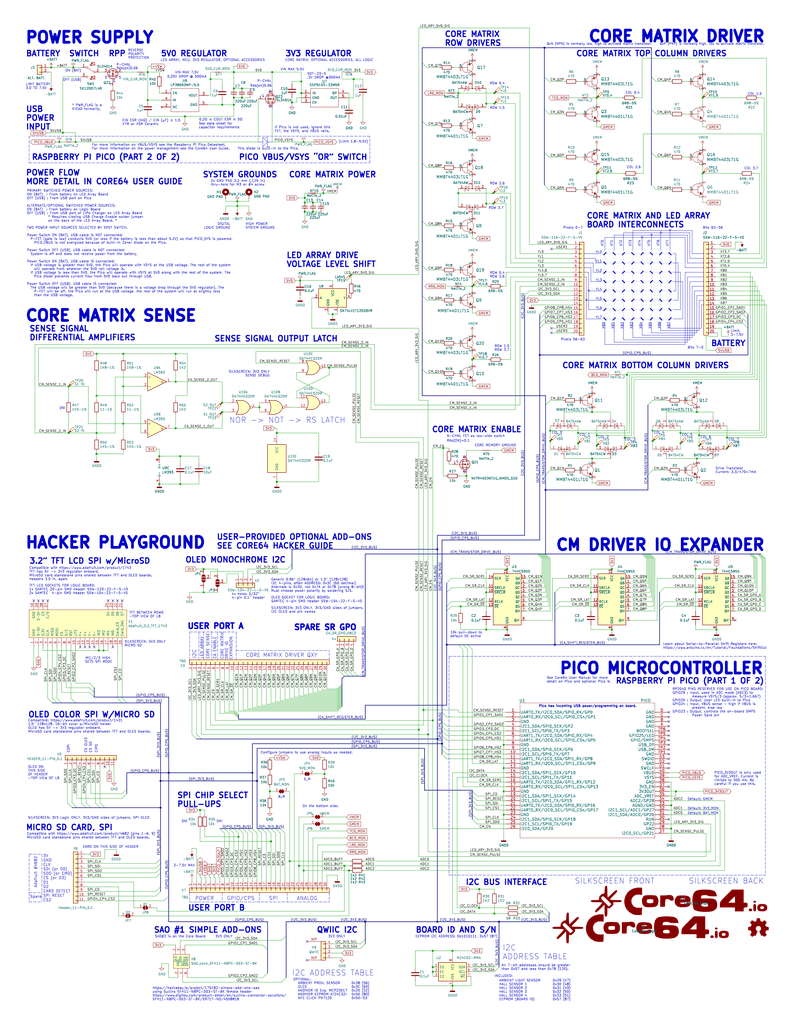
<source format=kicad_sch>
(kicad_sch (version 20211123) (generator eeschema)
  (paper "C" portrait)
  (title_block (title "Core64 Logic Board") (date "2023-02-13") (rev "0.7") (company "Concept and design by Andy Geppert @ www.MachineIdeas.com") (comment 1 "Please read the Core64 User Guide for more details.") (comment 2 "Visit www.Core64.io for information on assembly and optional features.") (comment 3 "AS PROTOTYPED") (comment 4 "All non-polarized capacitors are X7R or X5R ceramic unless otherwise noted."))
  (bus_alias "CM_TRANSISTOR_DRIVE_BUS" (members "CM_Q1N" "CM_Q1P" "CM_Q2N" "CM_Q2P" "CM_Q3N" "CM_Q3P" "CM_Q4N" "CM_Q4P" "CM_Q5N" "CM_Q5P" "CM_Q6N" "CM_Q6P" "CM_Q7N" "CM_Q7P" "CM_Q8N" "CM_Q8P" "CM_Q9N" "CM_Q9P" "CM_Q10N" "CM_Q10P" "CA_SR_GPO_A" "CA_SR_GPO_B" "CA_SR_GPO_C" "CA_SR_GPO_D"))
  (bus_alias "SPI_3V3_BUS" (members "SPI_CD" "SPI_RESET" "SPI_SDI" "SPI_CS1" "SPI_CLK" "SPI_SDO"))
  (bus_alias "GPIO_CPS_BUS" (members "GPIO1_CP1_SAO1" "GPIO2_CP2_SAO2" "GPIO3_CP3_DC" "GPIO4_CP4_CS2" "GPIO5_CP5_HS1" "GPIO6_CP6_HS2" "GPIO7_CP7_HS3" "GPIO8_CP8_HS4"))
  (bus_alias "I2C_3V3_BUS" (members "I2C_3V3_SCL" "I2C_3V3_SDA"))
  (bus_alias "CA_SHIFT_REGISTER_BUS" (members "CM_SR_CLK" "CM_SR_LAT" "CM_SR_~{OE}" "CM_SR_SER1"))
  (junction (at 269.875 50.8))
  (junction (at 236.22 530.225))
  (junction (at 383.54 94.615))
  (junction (at 250.19 105.41))
  (junction (at 366.395 439.42))
  (junction (at 98.425 264.16))
  (junction (at 127.635 57.15))
  (junction (at 191.77 149.86))
  (junction (at 380.365 224.79))
  (junction (at 147.32 431.8))
  (junction (at 86.995 264.16))
  (junction (at 300.355 240.665))
  (junction (at 158.115 469.9))
  (junction (at 325.755 237.49))
  (junction (at 396.875 238.76))
  (junction (at 297.815 267.335))
  (junction (at 254.635 259.715))
  (junction (at 381.635 243.205))
  (junction (at 127.635 53.34))
  (junction (at 261.62 495.3))
  (junction (at 92.075 421.64))
  (junction (at 86.995 248.92))
  (junction (at 247.015 518.795))
  (junction (at 340.995 238.76))
  (junction (at 127.635 39.37))
  (junction (at 127.635 48.26))
  (junction (at 52.705 193.04))
  (junction (at 356.235 234.95))
  (junction (at 41.275 77.47))
  (junction (at 165.735 77.47))
  (junction (at 236.22 527.685))
  (junction (at 67.31 210.82))
  (junction (at 151.13 236.22))
  (junction (at 40.005 36.83))
  (junction (at 148.59 39.37))
  (junction (at 170.815 110.49))
  (junction (at 67.31 193.04))
  (junction (at 274.955 431.8))
  (junction (at 121.285 219.71))
  (junction (at 379.73 323.215))
  (junction (at 165.735 474.98))
  (junction (at 67.31 231.14))
  (junction (at 334.01 343.535))
  (junction (at 170.815 115.57))
  (junction (at 251.46 330.835))
  (junction (at 181.61 171.45))
  (junction (at 228.6 398.145))
  (junction (at 129.54 109.855))
  (junction (at 111.125 310.515))
  (junction (at 340.995 244.475))
  (junction (at 111.125 323.215))
  (junction (at 334.01 310.515))
  (junction (at 236.22 393.065))
  (junction (at 164.465 50.8))
  (junction (at 257.81 156.21))
  (junction (at 141.605 222.25))
  (junction (at 269.875 498.475))
  (junction (at 265.43 111.125))
  (junction (at 371.475 236.22))
  (junction (at 265.43 343.535))
  (junction (at 166.37 107.95))
  (junction (at 236.22 518.795))
  (junction (at 177.165 422.275))
  (junction (at 132.08 53.34))
  (junction (at 27.94 36.83))
  (junction (at 129.54 112.395))
  (junction (at 368.935 431.8))
  (junction (at 323.215 224.79))
  (junction (at 95.885 193.04))
  (junction (at 274.955 419.1))
  (junction (at 163.83 153.035))
  (junction (at 243.84 351.79))
  (junction (at 265.43 56.515))
  (junction (at 132.08 48.26))
  (junction (at 179.705 200.66))
  (junction (at 257.81 196.215))
  (junction (at 121.285 57.15))
  (junction (at 371.475 241.935))
  (junction (at 163.195 472.44))
  (junction (at 56.515 354.965))
  (junction (at 95.885 233.68))
  (junction (at 269.24 111.125))
  (junction (at 166.37 115.57))
  (junction (at 238.76 299.72))
  (junction (at 323.215 250.19))
  (junction (at 140.335 426.085))
  (junction (at 380.365 250.19))
  (junction (at 176.53 105.41))
  (junction (at 80.645 54.61))
  (junction (at 121.285 224.79))
  (junction (at 302.895 351.79))
  (junction (at 151.13 262.89))
  (junction (at 114.935 43.18))
  (junction (at 52.705 247.65))
  (junction (at 241.935 244.475))
  (junction (at 199.39 502.92))
  (junction (at 391.16 310.515))
  (junction (at 34.29 72.39))
  (junction (at 137.795 421.64))
  (junction (at 147.955 459.105))
  (junction (at 342.265 204.47))
  (junction (at 241.3 405.765))
  (junction (at 379.73 310.515))
  (junction (at 98.425 248.92))
  (junction (at 391.16 343.535))
  (junction (at 53.975 354.965))
  (junction (at 300.355 234.95))
  (junction (at 383.54 53.34))
  (junction (at 272.415 502.92))
  (junction (at 159.385 55.88))
  (junction (at 95.885 208.28))
  (junction (at 274.955 444.5))
  (junction (at 87.63 426.085))
  (junction (at 238.76 502.92))
  (junction (at 109.22 441.96))
  (junction (at 32.385 77.47))
  (junction (at 37.465 236.22))
  (junction (at 265.43 323.215))
  (junction (at 193.04 43.18))
  (junction (at 315.595 236.22))
  (junction (at 297.18 26.035))
  (junction (at 315.595 241.935))
  (junction (at 247.015 537.845))
  (junction (at 366.395 452.12))
  (junction (at 52.705 215.9))
  (junction (at 325.755 94.615))
  (junction (at 80.645 39.37))
  (junction (at 100.965 63.5))
  (junction (at 276.86 310.515))
  (junction (at 37.465 210.82))
  (junction (at 325.755 243.205))
  (junction (at 164.465 44.45))
  (junction (at 130.175 456.565))
  (junction (at 325.755 53.34))
  (junction (at 396.875 244.475))
  (junction (at 356.235 240.665))
  (junction (at 166.37 110.49))
  (junction (at 233.68 400.685))
  (junction (at 190.5 474.98))
  (junction (at 269.24 105.41))
  (junction (at 276.86 343.535))
  (junction (at 187.96 472.44))
  (junction (at 52.705 236.22))
  (junction (at 322.58 323.215))
  (junction (at 269.875 56.515))
  (junction (at 294.64 193.675))
  (junction (at 381.635 237.49))
  (junction (at 250.19 50.8))
  (junction (at 87.63 440.69))
  (junction (at 274.955 406.4))
  (junction (at 238.76 403.225))
  (junction (at 261.62 485.14))
  (junction (at 231.14 387.35))
  (no_connect (at 59.055 327.66))
  (no_connect (at 365.125 414.02))
  (no_connect (at 365.125 403.86))
  (no_connect (at 365.125 393.7))
  (no_connect (at 61.595 327.66))
  (no_connect (at 300.99 135.89))
  (no_connect (at 365.125 411.48))
  (no_connect (at 167.64 523.875))
  (no_connect (at 167.64 513.715))
  (no_connect (at 64.135 327.66))
  (no_connect (at 66.675 327.66))
  (no_connect (at 26.035 327.66))
  (no_connect (at 300.99 181.61))
  (no_connect (at 57.15 418.465))
  (no_connect (at 365.125 401.32))
  (no_connect (at 23.495 327.66))
  (no_connect (at 365.125 388.62))
  (no_connect (at 365.125 408.94))
  (no_connect (at 300.99 179.07))
  (no_connect (at 48.895 353.06))
  (no_connect (at 61.595 353.06))
  (no_connect (at 365.125 429.26))
  (no_connect (at 365.125 396.24))
  (no_connect (at 365.125 398.78))
  (no_connect (at 43.815 353.06))
  (no_connect (at 18.415 327.66))
  (no_connect (at 365.125 406.4))
  (no_connect (at 365.125 416.56))
  (no_connect (at 20.955 327.66))
  (no_connect (at 365.125 419.1))
  (no_connect (at 51.435 353.06))
  (no_connect (at 401.32 338.455))
  (no_connect (at 365.125 391.16))
  (no_connect (at 365.125 447.04))
  (no_connect (at 46.355 353.06))
  (bus_entry (at 230.505 184.785) (size 2.54 2.54))
  (bus_entry (at 230.505 201.295) (size 2.54 2.54))
  (bus_entry (at 186.69 381) (size -2.54 2.54))
  (bus_entry (at 241.3 411.48) (size 2.54 2.54))
  (bus_entry (at 410.21 302.26) (size 2.54 2.54))
  (bus_entry (at 260.35 447.04) (size -2.54 -2.54))
  (bus_entry (at 353.695 259.08) (size 2.54 -2.54))
  (bus_entry (at 353.695 220.98) (size 2.54 -2.54))
  (bus_entry (at 132.715 452.12) (size 2.54 2.54))
  (bus_entry (at 186.69 385.445) (size -2.54 2.54))
  (bus_entry (at 360.045 323.215) (size 2.54 -2.54))
  (bus_entry (at 293.37 302.26) (size 2.54 2.54))
  (bus_entry (at 186.69 384.81) (size -2.54 2.54))
  (bus_entry (at 297.18 83.185) (size 2.54 2.54))
  (bus_entry (at 241.3 398.78) (size 2.54 2.54))
  (bus_entry (at 187.96 366.395) (size 2.54 2.54))
  (bus_entry (at 355.6 100.965) (size 2.54 2.54))
  (bus_entry (at 355.6 83.185) (size 2.54 2.54))
  (bus_entry (at 241.3 408.94) (size 2.54 2.54))
  (bus_entry (at 186.69 384.175) (size -2.54 2.54))
  (bus_entry (at 243.84 391.16) (size -2.54 -2.54))
  (bus_entry (at 85.09 473.71) (size 2.54 -2.54))
  (bus_entry (at 85.09 476.25) (size 2.54 -2.54))
  (bus_entry (at 85.09 478.79) (size 2.54 -2.54))
  (bus_entry (at 85.09 488.95) (size 2.54 -2.54))
  (bus_entry (at 85.09 471.17) (size 2.54 -2.54))
  (bus_entry (at 147.955 452.12) (size 2.54 2.54))
  (bus_entry (at 150.495 452.12) (size 2.54 2.54))
  (bus_entry (at 140.335 452.12) (size 2.54 2.54))
  (bus_entry (at 142.875 452.12) (size 2.54 2.54))
  (bus_entry (at 145.415 452.12) (size 2.54 2.54))
  (bus_entry (at 153.035 452.12) (size 2.54 2.54))
  (bus_entry (at 186.69 379.73) (size -2.54 2.54))
  (bus_entry (at 413.385 302.26) (size 2.54 2.54))
  (bus_entry (at 260.35 449.58) (size -2.54 -2.54))
  (bus_entry (at 46.99 438.15) (size 2.54 2.54))
  (bus_entry (at 186.69 377.19) (size -2.54 2.54))
  (bus_entry (at 355.6 59.69) (size 2.54 2.54))
  (bus_entry (at 355.6 41.91) (size 2.54 2.54))
  (bus_entry (at 294.005 302.26) (size 2.54 2.54))
  (bus_entry (at 269.875 530.225) (size 2.54 -2.54))
  (bus_entry (at 354.33 302.26) (size 2.54 2.54))
  (bus_entry (at 39.37 438.15) (size 2.54 2.54))
  (bus_entry (at 156.845 310.515) (size 2.54 -2.54))
  (bus_entry (at 156.845 313.055) (size 2.54 -2.54))
  (bus_entry (at 269.875 527.685) (size 2.54 -2.54))
  (bus_entry (at 186.69 381.635) (size -2.54 2.54))
  (bus_entry (at 153.67 513.08) (size 2.54 -2.54))
  (bus_entry (at 230.505 88.9) (size 2.54 2.54))
  (bus_entry (at 230.505 120.65) (size 2.54 2.54))
  (bus_entry (at 186.69 377.825) (size -2.54 2.54))
  (bus_entry (at 186.69 380.365) (size -2.54 2.54))
  (bus_entry (at 415.29 302.26) (size 2.54 2.54))
  (bus_entry (at 120.015 452.12) (size 2.54 2.54))
  (bus_entry (at 241.3 401.32) (size 2.54 2.54))
  (bus_entry (at 196.85 514.985) (size 2.54 -2.54))
  (bus_entry (at 414.655 302.26) (size 2.54 2.54))
  (bus_entry (at 196.85 517.525) (size 2.54 -2.54))
  (bus_entry (at 354.965 302.26) (size 2.54 2.54))
  (bus_entry (at 230.505 66.04) (size 2.54 2.54))
  (bus_entry (at 230.505 34.29) (size 2.54 2.54))
  (bus_entry (at 130.175 389.89) (size -2.54 -2.54))
  (bus_entry (at 360.045 333.375) (size 2.54 -2.54))
  (bus_entry (at 31.115 381) (size 2.54 2.54))
  (bus_entry (at 26.035 381) (size 2.54 2.54))
  (bus_entry (at 28.575 381) (size 2.54 2.54))
  (bus_entry (at 38.735 381) (size 2.54 2.54))
  (bus_entry (at 66.675 381) (size 2.54 2.54))
  (bus_entry (at 64.135 381) (size 2.54 2.54))
  (bus_entry (at 186.69 382.905) (size -2.54 2.54))
  (bus_entry (at 186.69 383.54) (size -2.54 2.54))
  (bus_entry (at 146.05 518.16) (size -2.54 -2.54))
  (bus_entry (at 143.51 533.4) (size 2.54 -2.54))
  (bus_entry (at 186.69 374.015) (size -2.54 2.54))
  (bus_entry (at 44.45 438.15) (size 2.54 2.54))
  (bus_entry (at 300.355 218.44) (size -2.54 2.54))
  (bus_entry (at 300.355 256.54) (size -2.54 2.54))
  (bus_entry (at 243.84 318.135) (size 2.54 -2.54))
  (bus_entry (at 243.84 323.215) (size 2.54 -2.54))
  (bus_entry (at 243.84 330.835) (size 2.54 -2.54))
  (bus_entry (at 243.84 333.375) (size 2.54 -2.54))
  (bus_entry (at 186.69 378.46) (size -2.54 2.54))
  (bus_entry (at 297.815 302.26) (size 2.54 2.54))
  (bus_entry (at 295.275 302.26) (size 2.54 2.54))
  (bus_entry (at 294.64 302.26) (size 2.54 2.54))
  (bus_entry (at 297.18 302.26) (size 2.54 2.54))
  (bus_entry (at 295.91 302.26) (size 2.54 2.54))
  (bus_entry (at 296.545 302.26) (size 2.54 2.54))
  (bus_entry (at 297.18 100.965) (size 2.54 2.54))
  (bus_entry (at 360.045 330.835) (size 2.54 -2.54))
  (bus_entry (at 127.635 452.12) (size 2.54 2.54))
  (bus_entry (at 351.79 302.26) (size 2.54 2.54))
  (bus_entry (at 410.845 302.26) (size 2.54 2.54))
  (bus_entry (at 352.425 302.26) (size 2.54 2.54))
  (bus_entry (at 299.72 497.84) (size -2.54 -2.54))
  (bus_entry (at 299.72 501.015) (size -2.54 -2.54))
  (bus_entry (at 104.775 400.685) (size 2.54 2.54))
  (bus_entry (at 107.315 400.685) (size 2.54 2.54))
  (bus_entry (at 190.5 366.395) (size 2.54 2.54))
  (bus_entry (at 186.69 373.38) (size -2.54 2.54))
  (bus_entry (at 48.895 377.825) (size 2.54 2.54))
  (bus_entry (at 48.895 372.745) (size 2.54 2.54))
  (bus_entry (at 48.895 375.285) (size 2.54 2.54))
  (bus_entry (at 125.095 452.12) (size 2.54 2.54))
  (bus_entry (at 130.175 390.525) (size -2.54 -2.54))
  (bus_entry (at 186.69 374.65) (size -2.54 2.54))
  (bus_entry (at 353.695 302.26) (size 2.54 2.54))
  (bus_entry (at 255.27 351.79) (size 2.54 2.54))
  (bus_entry (at 252.73 351.79) (size 2.54 2.54))
  (bus_entry (at 250.19 351.79) (size 2.54 2.54))
  (bus_entry (at 405.765 176.53) (size 2.54 2.54))
  (bus_entry (at 405.765 173.99) (size 2.54 2.54))
  (bus_entry (at 405.765 171.45) (size 2.54 2.54))
  (bus_entry (at 405.765 168.91) (size 2.54 2.54))
  (bus_entry (at 135.255 452.12) (size 2.54 2.54))
  (bus_entry (at 230.505 161.29) (size 2.54 2.54))
  (bus_entry (at 230.505 144.78) (size 2.54 2.54))
  (bus_entry (at 286.385 163.83) (size 2.54 -2.54))
  (bus_entry (at 153.67 535.94) (size 2.54 -2.54))
  (bus_entry (at 260.35 441.96) (size -2.54 -2.54))
  (bus_entry (at 302.895 323.215) (size 2.54 -2.54))
  (bus_entry (at 241.3 396.24) (size 2.54 2.54))
  (bus_entry (at 241.3 406.4) (size 2.54 2.54))
  (bus_entry (at 260.35 439.42) (size -2.54 -2.54))
  (bus_entry (at 186.69 375.92) (size -2.54 2.54))
  (bus_entry (at 260.35 434.34) (size -2.54 -2.54))
  (bus_entry (at 186.69 376.555) (size -2.54 2.54))
  (bus_entry (at 185.42 366.395) (size 2.54 2.54))
  (bus_entry (at 260.35 436.88) (size -2.54 -2.54))
  (bus_entry (at 130.175 391.795) (size -2.54 -2.54))
  (bus_entry (at 351.155 302.26) (size 2.54 2.54))
  (bus_entry (at 409.575 302.26) (size 2.54 2.54))
  (bus_entry (at 186.69 375.285) (size -2.54 2.54))
  (bus_entry (at 130.175 452.12) (size 2.54 2.54))
  (bus_entry (at 286.385 161.29) (size 2.54 -2.54))
  (bus_entry (at 92.075 488.95) (size -2.54 2.54))
  (bus_entry (at 294.64 176.53) (size 2.54 -2.54))
  (bus_entry (at 294.64 173.99) (size 2.54 -2.54))
  (bus_entry (at 294.64 171.45) (size 2.54 -2.54))
  (bus_entry (at 294.64 179.07) (size 2.54 -2.54))
  (bus_entry (at 122.555 452.12) (size 2.54 2.54))
  (bus_entry (at 408.94 302.26) (size 2.54 2.54))
  (bus_entry (at 36.83 438.15) (size 2.54 2.54))
  (bus_entry (at 186.69 382.27) (size -2.54 2.54))
  (bus_entry (at 302.895 330.835) (size 2.54 -2.54))
  (bus_entry (at 297.18 59.69) (size 2.54 2.54))
  (bus_entry (at 193.04 366.395) (size 2.54 2.54))
  (bus_entry (at 186.69 379.095) (size -2.54 2.54))
  (bus_entry (at 302.895 333.375) (size 2.54 -2.54))
  (bus_entry (at 353.06 302.26) (size 2.54 2.54))
  (bus_entry (at 52.07 438.15) (size 2.54 2.54))
  (bus_entry (at 127.635 388.62) (size 2.54 2.54))
  (bus_entry (at 414.02 302.26) (size 2.54 2.54))
  (bus_entry (at 66.675 433.07) (size 2.54 -2.54))
  (bus_entry (at 66.675 435.61) (size 2.54 -2.54))
  (bus_entry (at 54.61 438.15) (size 2.54 2.54))
  (bus_entry (at 297.18 41.91) (size 2.54 2.54))
  (bus_entry (at 137.795 452.12) (size 2.54 2.54))
  (bus_entry (at 241.3 393.7) (size 2.54 2.54))
  (bus_entry (at 85.09 486.41) (size 2.54 -2.54))
  (bus_entry (at 350.52 302.26) (size 2.54 2.54))
  (wire (pts (xy 228.6 467.36) (xy 385.445 467.36)))
  (wire (pts (xy 241.935 244.475) (xy 245.11 244.475)))
  (wire (pts (xy 236.22 532.765) (xy 236.855 532.765)))
  (wire (pts (xy 175.895 464.82) (xy 189.23 464.82)))
  (polyline (pts (xy 156.845 487.045) (xy 156.845 492.125)))
  (bus (pts (xy 302.895 333.375) (xy 302.895 351.79)))
  (wire (pts (xy 135.89 109.855) (xy 135.89 108.585)))
  (wire (pts (xy 325.755 110.49) (xy 327.66 110.49)))
  (wire (pts (xy 325.755 49.53) (xy 325.755 53.34)))
  (polyline (pts (xy 22.86 466.09) (xy 22.86 492.125)))
  (bus (pts (xy 408.305 179.07) (xy 408.305 193.675)))
  (wire (pts (xy 353.06 304.8) (xy 353.06 315.595)))
  (wire (pts (xy 278.765 151.13) (xy 278.765 196.215)))
  (wire (pts (xy 265.43 111.125) (xy 265.43 113.03)))
  (wire (pts (xy 269.875 56.515) (xy 265.43 56.515)))
  (wire (pts (xy 245.11 253.365) (xy 247.015 253.365)))
  (wire (pts (xy 41.275 372.745) (xy 48.895 372.745)))
  (wire (pts (xy 347.98 94.615) (xy 351.155 94.615)))
  (polyline (pts (xy 346.075 149.225) (xy 344.805 147.955)) (stroke (width 0.5) (type solid)))
  (wire (pts (xy 80.645 39.37) (xy 80.645 54.61)))
  (wire (pts (xy 114.935 43.18) (xy 121.285 43.18)))
  (wire (pts (xy 322.58 343.535) (xy 334.01 343.535)))
  (wire (pts (xy 95.885 195.58) (xy 95.885 193.04)))
  (wire (pts (xy 373.38 44.45) (xy 375.92 44.45)))
  (bus (pts (xy 39.37 440.69) (xy 41.91 440.69)))
  (wire (pts (xy 95.885 215.9) (xy 102.235 215.9)))
  (wire (pts (xy 181.61 522.605) (xy 186.69 522.605)))
  (wire (pts (xy 236.22 393.065) (xy 236.22 452.12)))
  (wire (pts (xy 401.32 132.08) (xy 401.32 135.89)))
  (wire (pts (xy 123.19 112.395) (xy 129.54 112.395)))
  (wire (pts (xy 104.775 464.82) (xy 104.775 462.915)))
  (wire (pts (xy 114.935 315.595) (xy 114.935 311.785)))
  (wire (pts (xy 125.095 224.79) (xy 121.285 224.79)))
  (wire (pts (xy 299.72 330.835) (xy 299.72 304.8)))
  (wire (pts (xy 198.12 43.18) (xy 198.12 45.72)))
  (bus (pts (xy 272.415 525.145) (xy 272.415 527.685)))
  (wire (pts (xy 26.035 353.06) (xy 26.035 381)))
  (wire (pts (xy 113.665 52.07) (xy 114.935 52.07)))
  (wire (pts (xy 257.81 416.56) (xy 276.225 416.56)))
  (wire (pts (xy 248.92 163.83) (xy 250.19 163.83)))
  (wire (pts (xy 307.975 224.79) (xy 307.975 227.33)))
  (wire (pts (xy 390.525 179.07) (xy 393.7 179.07)))
  (bus (pts (xy 257.81 434.34) (xy 257.81 436.88)))
  (wire (pts (xy 178.435 366.395) (xy 178.435 375.92)))
  (wire (pts (xy 403.86 94.615) (xy 383.54 94.615)))
  (polyline (pts (xy 334.645 154.305) (xy 335.915 153.035)) (stroke (width 0.5) (type solid)))
  (polyline (pts (xy 365.125 154.305) (xy 366.395 153.035)) (stroke (width 0.5) (type solid)))
  (wire (pts (xy 184.15 171.45) (xy 181.61 171.45)))
  (wire (pts (xy 139.7 191.77) (xy 139.7 198.12)))
  (wire (pts (xy 294.005 163.83) (xy 312.42 163.83)))
  (wire (pts (xy 109.855 478.79) (xy 109.855 480.695)))
  (wire (pts (xy 165.735 449.58) (xy 169.545 449.58)))
  (wire (pts (xy 274.955 406.4) (xy 274.955 419.1)))
  (wire (pts (xy 412.115 205.74) (xy 412.115 153.67)))
  (wire (pts (xy 109.22 452.12) (xy 109.22 459.105)))
  (bus (pts (xy 241.3 393.7) (xy 241.3 396.24)))
  (wire (pts (xy 366.395 439.42) (xy 365.125 439.42)))
  (wire (pts (xy 363.855 224.79) (xy 380.365 224.79)))
  (wire (pts (xy 276.225 148.59) (xy 276.225 156.21)))
  (wire (pts (xy 204.47 220.98) (xy 283.845 220.98)))
  (polyline (pts (xy 366.395 149.225) (xy 365.125 147.955)) (stroke (width 0.5) (type solid)))
  (wire (pts (xy 395.605 436.88) (xy 395.605 474.98)))
  (wire (pts (xy 281.305 56.515) (xy 269.875 56.515)))
  (wire (pts (xy 257.81 73.66) (xy 257.81 75.565)))
  (bus (pts (xy 199.39 368.935) (xy 195.58 368.935)))
  (wire (pts (xy 109.22 459.105) (xy 147.955 459.105)))
  (wire (pts (xy 243.205 156.21) (xy 247.65 156.21)))
  (wire (pts (xy 342.265 204.47) (xy 342.265 234.95)))
  (wire (pts (xy 276.225 146.05) (xy 276.225 111.125)))
  (wire (pts (xy 276.225 148.59) (xy 312.42 148.59)))
  (polyline (pts (xy 382.905 179.07) (xy 382.905 166.37)) (stroke (width 0) (type solid)))
  (wire (pts (xy 202.565 223.52) (xy 281.305 223.52)))
  (wire (pts (xy 179.705 219.71) (xy 179.705 215.9)))
  (wire (pts (xy 148.59 77.47) (xy 165.735 77.47)))
  (wire (pts (xy 163.83 153.67) (xy 163.83 153.035)))
  (wire (pts (xy 184.15 104.14) (xy 184.15 105.41)))
  (wire (pts (xy 246.38 320.675) (xy 266.7 320.675)))
  (wire (pts (xy 130.175 454.66) (xy 130.175 456.565)))
  (wire (pts (xy 177.165 422.275) (xy 177.165 423.545)))
  (bus (pts (xy 355.6 100.965) (xy 355.6 83.185)))
  (wire (pts (xy 137.795 314.325) (xy 137.795 313.055)))
  (wire (pts (xy 184.15 380.365) (xy 160.655 380.365)))
  (wire (pts (xy 278.765 105.41) (xy 269.24 105.41)))
  (polyline (pts (xy 111.125 344.805) (xy 111.125 360.045)))
  (wire (pts (xy 276.225 444.5) (xy 274.955 444.5)))
  (polyline (pts (xy 365.76 125.73) (xy 365.76 136.525)) (stroke (width 0) (type solid)))
  (wire (pts (xy 112.395 398.145) (xy 228.6 398.145)))
  (wire (pts (xy 314.96 218.44) (xy 315.595 218.44)))
  (wire (pts (xy 247.015 518.795) (xy 257.175 518.795)))
  (wire (pts (xy 52.705 203.2) (xy 52.705 215.9)))
  (wire (pts (xy 325.755 90.805) (xy 325.755 94.615)))
  (wire (pts (xy 181.61 154.94) (xy 181.61 153.035)))
  (wire (pts (xy 233.68 464.82) (xy 387.985 464.82)))
  (wire (pts (xy 383.54 90.805) (xy 383.54 94.615)))
  (wire (pts (xy 250.19 388.62) (xy 276.225 388.62)))
  (wire (pts (xy 401.32 333.375) (xy 417.83 333.375)))
  (wire (pts (xy 64.135 353.06) (xy 64.135 381)))
  (wire (pts (xy 243.205 259.715) (xy 241.935 259.715)))
  (wire (pts (xy 366.395 439.42) (xy 366.395 426.72)))
  (wire (pts (xy 233.045 123.19) (xy 241.3 123.19)))
  (bus (pts (xy 186.69 374.65) (xy 186.69 375.285)))
  (wire (pts (xy 269.875 498.475) (xy 276.225 498.475)))
  (wire (pts (xy 300.355 234.95) (xy 300.355 240.665)))
  (wire (pts (xy 276.225 111.125) (xy 269.24 111.125)))
  (wire (pts (xy 173.99 236.22) (xy 173.99 246.38)))
  (wire (pts (xy 257.81 180.975) (xy 257.81 182.245)))
  (bus (pts (xy 92.075 380.365) (xy 51.435 380.365)))
  (wire (pts (xy 151.13 264.16) (xy 151.13 262.89)))
  (bus (pts (xy 130.175 389.89) (xy 130.175 390.525)))
  (wire (pts (xy 142.875 454.66) (xy 142.875 480.695)))
  (wire (pts (xy 127.635 48.26) (xy 132.08 48.26)))
  (wire (pts (xy 62.865 205.74) (xy 62.865 236.22)))
  (wire (pts (xy 127.635 454.66) (xy 127.635 480.695)))
  (wire (pts (xy 23.495 354.965) (xy 53.975 354.965)))
  (polyline (pts (xy 141.605 487.045) (xy 141.605 492.125)))
  (polyline (pts (xy 376.555 185.42) (xy 376.555 153.67)) (stroke (width 0) (type solid)))
  (wire (pts (xy 257.81 192.405) (xy 257.81 196.215)))
  (wire (pts (xy 366.395 457.2) (xy 366.395 452.12)))
  (wire (pts (xy 391.16 309.245) (xy 391.16 310.515)))
  (wire (pts (xy 67.31 226.06) (xy 67.31 231.14)))
  (wire (pts (xy 365.125 454.66) (xy 385.445 454.66)))
  (wire (pts (xy 40.005 77.47) (xy 41.275 77.47)))
  (wire (pts (xy 414.655 94.615) (xy 414.655 138.43)))
  (polyline (pts (xy 377.825 138.43) (xy 384.175 138.43)) (stroke (width 0) (type solid)))
  (wire (pts (xy 243.84 411.48) (xy 276.225 411.48)))
  (wire (pts (xy 165.735 379.095) (xy 165.735 366.395)))
  (wire (pts (xy 184.15 382.905) (xy 150.495 382.905)))
  (wire (pts (xy 164.465 50.8) (xy 164.465 55.88)))
  (wire (pts (xy 410.845 204.47) (xy 410.845 151.13)))
  (wire (pts (xy 381.635 237.49) (xy 381.635 243.205)))
  (polyline (pts (xy 328.295 148.59) (xy 367.665 148.59)) (stroke (width 0) (type dot)))
  (wire (pts (xy 161.925 55.88) (xy 159.385 55.88)))
  (bus (pts (xy 156.21 502.92) (xy 199.39 502.92)))
  (polyline (pts (xy 322.58 153.67) (xy 328.295 153.67)) (stroke (width 0) (type solid)))
  (bus (pts (xy 252.73 351.79) (xy 255.27 351.79)))
  (wire (pts (xy 132.08 53.34) (xy 136.525 53.34)))
  (wire (pts (xy 52.705 215.9) (xy 52.705 218.44)))
  (wire (pts (xy 257.81 96.52) (xy 257.81 97.79)))
  (bus (pts (xy 41.91 440.69) (xy 46.99 440.69)))
  (wire (pts (xy 129.54 109.855) (xy 135.89 109.855)))
  (wire (pts (xy 346.075 207.01) (xy 346.075 238.76)))
  (wire (pts (xy 64.77 499.745) (xy 66.04 499.745)))
  (polyline (pts (xy 330.2 129.54) (xy 330.2 136.525)) (stroke (width 0) (type solid)))
  (wire (pts (xy 181.61 514.985) (xy 196.85 514.985)))
  (wire (pts (xy 184.15 377.825) (xy 170.815 377.825)))
  (wire (pts (xy 164.465 53.34) (xy 161.925 53.34)))
  (wire (pts (xy 365.125 449.58) (xy 387.985 449.58)))
  (wire (pts (xy 160.655 422.275) (xy 160.655 480.695)))
  (polyline (pts (xy 365.76 179.07) (xy 382.905 179.07)) (stroke (width 0) (type solid)))
  (polyline (pts (xy 366.395 159.385) (xy 365.125 158.115)) (stroke (width 0.5) (type solid)))
  (polyline (pts (xy 350.52 182.88) (xy 350.52 175.895)) (stroke (width 0) (type solid)))
  (wire (pts (xy 269.875 494.03) (xy 269.875 498.475)))
  (wire (pts (xy 184.15 381) (xy 158.115 381)))
  (wire (pts (xy 185.42 353.695) (xy 185.42 366.395)))
  (wire (pts (xy 260.35 449.58) (xy 276.225 449.58)))
  (wire (pts (xy 344.17 325.755) (xy 355.6 325.755)))
  (wire (pts (xy 59.69 420.37) (xy 59.69 418.465)))
  (wire (pts (xy 380.365 223.52) (xy 380.365 224.79)))
  (wire (pts (xy 127.635 53.34) (xy 127.635 57.15)))
  (wire (pts (xy 391.795 181.61) (xy 391.795 183.515)))
  (wire (pts (xy 100.965 515.62) (xy 143.51 515.62)))
  (wire (pts (xy 107.315 310.515) (xy 111.125 310.515)))
  (polyline (pts (xy 377.825 125.73) (xy 377.825 138.43)) (stroke (width 0) (type solid)))
  (bus (pts (xy 231.775 431.165) (xy 231.775 408.305)))
  (wire (pts (xy 325.755 94.615) (xy 325.755 98.425)))
  (wire (pts (xy 368.935 431.8) (xy 368.935 434.34)))
  (wire (pts (xy 79.375 39.37) (xy 80.645 39.37)))
  (bus (pts (xy 230.505 34.29) (xy 230.505 66.04)))
  (wire (pts (xy 80.645 36.195) (xy 80.645 39.37)))
  (wire (pts (xy 322.58 323.215) (xy 322.58 333.375)))
  (bus (pts (xy 353.695 302.26) (xy 354.33 302.26)))
  (bus (pts (xy 230.505 215.9) (xy 297.815 215.9)))
  (wire (pts (xy 135.89 114.935) (xy 135.89 112.395)))
  (wire (pts (xy 383.54 49.53) (xy 383.54 53.34)))
  (wire (pts (xy 100.965 63.5) (xy 100.965 66.04)))
  (wire (pts (xy 276.86 344.805) (xy 276.86 343.535)))
  (wire (pts (xy 351.155 73.025) (xy 415.925 73.025)))
  (bus (pts (xy 257.81 436.88) (xy 257.81 439.42)))
  (polyline (pts (xy 330.835 164.465) (xy 329.565 163.195)) (stroke (width 0.5) (type solid)))
  (polyline (pts (xy 121.285 487.045) (xy 121.285 492.125)))
  (wire (pts (xy 159.385 44.45) (xy 164.465 44.45)))
  (wire (pts (xy 358.14 44.45) (xy 365.76 44.45)))
  (wire (pts (xy 281.305 153.67) (xy 312.42 153.67)))
  (wire (pts (xy 401.32 325.755) (xy 415.925 325.755)))
  (wire (pts (xy 390.525 140.97) (xy 415.925 140.97)))
  (wire (pts (xy 276.225 146.05) (xy 312.42 146.05)))
  (wire (pts (xy 159.385 45.72) (xy 159.385 44.45)))
  (bus (pts (xy 230.505 184.785) (xy 230.505 201.295)))
  (wire (pts (xy 109.22 444.5) (xy 109.22 441.96)))
  (wire (pts (xy 49.53 418.465) (xy 49.53 433.07)))
  (wire (pts (xy 344.17 338.455) (xy 358.775 338.455)))
  (wire (pts (xy 132.715 454.66) (xy 132.715 480.695)))
  (polyline (pts (xy 340.995 154.305) (xy 339.725 153.035)) (stroke (width 0.5) (type solid)))
  (wire (pts (xy 305.435 320.675) (xy 323.85 320.675)))
  (wire (pts (xy 372.11 256.54) (xy 372.745 256.54)))
  (wire (pts (xy 121.285 46.99) (xy 121.285 43.18)))
  (wire (pts (xy 184.15 383.54) (xy 147.955 383.54)))
  (wire (pts (xy 269.875 50.8) (xy 283.845 50.8)))
  (wire (pts (xy 184.15 378.46) (xy 168.275 378.46)))
  (polyline (pts (xy 335.28 136.525) (xy 335.28 175.895)) (stroke (width 0) (type dot)))
  (wire (pts (xy 159.385 55.88) (xy 159.385 57.15)))
  (wire (pts (xy 49.53 433.07) (xy 66.675 433.07)))
  (wire (pts (xy 260.35 434.34) (xy 276.225 434.34)))
  (wire (pts (xy 165.735 77.47) (xy 171.45 77.47)))
  (wire (pts (xy 343.535 204.47) (xy 410.845 204.47)))
  (wire (pts (xy 151.13 236.22) (xy 173.99 236.22)))
  (polyline (pts (xy 344.805 144.145) (xy 346.075 142.875)) (stroke (width 0.5) (type solid)))
  (wire (pts (xy 184.15 381.635) (xy 155.575 381.635)))
  (wire (pts (xy 297.18 320.675) (xy 297.18 304.8)))
  (bus (pts (xy 241.3 405.765) (xy 241.3 406.4)))
  (polyline (pts (xy 330.2 187.96) (xy 374.015 187.96)) (stroke (width 0) (type solid)))
  (wire (pts (xy 193.04 43.18) (xy 198.12 43.18)))
  (wire (pts (xy 344.17 333.375) (xy 357.505 333.375)))
  (wire (pts (xy 236.22 530.225) (xy 236.22 532.765)))
  (wire (pts (xy 52.07 438.15) (xy 52.07 418.465)))
  (wire (pts (xy 397.51 183.515) (xy 397.51 182.88)))
  (wire (pts (xy 315.595 236.22) (xy 315.595 241.935)))
  (wire (pts (xy 252.73 156.21) (xy 257.81 156.21)))
  (wire (pts (xy 267.97 245.745) (xy 273.685 245.745)))
  (wire (pts (xy 20.955 353.06) (xy 20.955 358.14)))
  (wire (pts (xy 127.635 53.34) (xy 132.08 53.34)))
  (wire (pts (xy 109.855 400.685) (xy 233.68 400.685)))
  (wire (pts (xy 184.15 385.445) (xy 140.335 385.445)))
  (wire (pts (xy 73.025 495.3) (xy 75.565 495.3)))
  (wire (pts (xy 86.995 264.16) (xy 98.425 264.16)))
  (wire (pts (xy 260.35 436.88) (xy 276.225 436.88)))
  (bus (pts (xy 92.075 421.64) (xy 92.075 488.95)))
  (wire (pts (xy 265.43 340.995) (xy 265.43 343.535)))
  (wire (pts (xy 175.895 376.555) (xy 175.895 366.395)))
  (polyline (pts (xy 375.285 128.27) (xy 375.285 143.51)) (stroke (width 0) (type solid)))
  (polyline (pts (xy 334.645 144.145) (xy 335.915 142.875)) (stroke (width 0.5) (type solid)))
  (wire (pts (xy 390.525 148.59) (xy 409.575 148.59)))
  (wire (pts (xy 321.945 53.34) (xy 325.755 53.34)))
  (wire (pts (xy 371.475 232.41) (xy 371.475 236.22)))
  (wire (pts (xy 39.37 438.15) (xy 39.37 418.465)))
  (wire (pts (xy 283.845 495.3) (xy 297.18 495.3)))
  (wire (pts (xy 147.32 421.005) (xy 147.32 421.64)))
  (polyline (pts (xy 361.315 144.145) (xy 360.045 142.875)) (stroke (width 0.5) (type solid)))
  (polyline (pts (xy 583.565 289.56) (xy 1015.365 289.56)))
  (polyline (pts (xy 367.665 153.67) (xy 372.745 153.67)) (stroke (width 0) (type solid)))
  (bus (pts (xy 69.215 421.64) (xy 69.215 430.53)))
  (wire (pts (xy 393.7 183.515) (xy 397.51 183.515)))
  (wire (pts (xy 257.81 41.91) (xy 257.81 43.18)))
  (bus (pts (xy 150.495 452.12) (xy 147.955 452.12)))
  (wire (pts (xy 129.54 112.395) (xy 135.89 112.395)))
  (wire (pts (xy 287.02 338.455) (xy 301.625 338.455)))
  (wire (pts (xy 62.23 426.085) (xy 62.23 418.465)))
  (polyline (pts (xy 360.045 169.545) (xy 361.315 168.275)) (stroke (width 0.5) (type solid)))
  (wire (pts (xy 245.11 244.475) (xy 245.11 245.11)))
  (polyline (pts (xy 346.075 169.545) (xy 344.805 168.275)) (stroke (width 0.5) (type solid)))
  (wire (pts (xy 37.465 210.82) (xy 37.465 218.44)))
  (bus (pts (xy 186.69 384.81) (xy 186.69 385.445)))
  (wire (pts (xy 343.535 204.47) (xy 343.535 236.22)))
  (bus (pts (xy 41.275 383.54) (xy 66.675 383.54)))
  (polyline (pts (xy 354.965 174.625) (xy 356.235 173.355)) (stroke (width 0.5) (type solid)))
  (wire (pts (xy 28.575 353.06) (xy 28.575 381)))
  (wire (pts (xy 233.045 147.32) (xy 241.3 147.32)))
  (wire (pts (xy 242.57 50.8) (xy 243.84 50.8)))
  (bus (pts (xy 132.715 452.12) (xy 135.255 452.12)))
  (polyline (pts (xy 799.465 279.4) (xy 799.465 558.8)))
  (polyline (pts (xy 350.52 129.54) (xy 350.52 136.525)) (stroke (width 0) (type solid)))
  (bus (pts (xy 241.3 388.62) (xy 241.3 294.64)))
  (polyline (pts (xy 340.36 127) (xy 340.36 136.525)) (stroke (width 0) (type solid)))
  (polyline (pts (xy 365.125 164.465) (xy 366.395 163.195)) (stroke (width 0.5) (type solid)))
  (wire (pts (xy 265.43 102.87) (xy 265.43 111.125)))
  (bus (pts (xy 87.63 471.17) (xy 87.63 473.71)))
  (wire (pts (xy 52.705 236.22) (xy 52.705 238.76)))
  (wire (pts (xy 64.77 483.87) (xy 64.77 499.745)))
  (wire (pts (xy 340.995 232.41) (xy 340.995 238.76)))
  (wire (pts (xy 249.555 495.3) (xy 261.62 495.3)))
  (wire (pts (xy 56.515 354.965) (xy 56.515 353.06)))
  (wire (pts (xy 132.715 311.785) (xy 132.715 314.325)))
  (wire (pts (xy 129.54 109.855) (xy 123.19 109.855)))
  (wire (pts (xy 31.115 353.06) (xy 31.115 381)))
  (wire (pts (xy 356.235 234.95) (xy 356.235 240.665)))
  (wire (pts (xy 226.695 535.305) (xy 226.695 537.845)))
  (wire (pts (xy 283.845 156.21) (xy 283.845 220.98)))
  (polyline (pts (xy 320.04 163.83) (xy 328.295 163.83)) (stroke (width 0) (type solid)))
  (bus (pts (xy 137.795 421.64) (xy 92.075 421.64)))
  (polyline (pts (xy 325.12 143.51) (xy 328.295 143.51)) (stroke (width 0) (type solid)))
  (wire (pts (xy 150.495 382.905) (xy 150.495 366.395)))
  (wire (pts (xy 251.46 330.835) (xy 266.7 330.835)))
  (bus (pts (xy 130.175 390.525) (xy 130.175 391.16)))
  (polyline (pts (xy 330.2 136.525) (xy 330.2 175.895)) (stroke (width 0) (type dot)))
  (wire (pts (xy 158.115 222.25) (xy 163.195 222.25)))
  (wire (pts (xy 164.465 44.45) (xy 164.465 50.8)))
  (bus (pts (xy 238.76 502.92) (xy 272.415 502.92)))
  (bus (pts (xy 257.81 439.42) (xy 257.81 444.5)))
  (wire (pts (xy 129.54 36.195) (xy 127.635 36.195)))
  (wire (pts (xy 52.705 193.04) (xy 52.705 195.58)))
  (bus (pts (xy 255.27 351.79) (xy 302.895 351.79)))
  (polyline (pts (xy 365.76 179.07) (xy 365.76 175.895)) (stroke (width 0) (type solid)))
  (bus (pts (xy 238.76 292.1) (xy 238.76 299.72)))
  (wire (pts (xy 373.38 62.23) (xy 375.92 62.23)))
  (polyline (pts (xy 376.555 140.97) (xy 384.175 140.97)) (stroke (width 0) (type solid)))
  (wire (pts (xy 393.065 441.96) (xy 393.065 472.44)))
  (wire (pts (xy 333.375 224.79) (xy 333.375 227.33)))
  (bus (pts (xy 130.175 391.16) (xy 130.175 391.795)))
  (wire (pts (xy 233.68 400.685) (xy 233.68 464.82)))
  (wire (pts (xy 141.605 222.25) (xy 141.605 219.71)))
  (wire (pts (xy 184.15 379.73) (xy 163.195 379.73)))
  (wire (pts (xy 137.795 454.66) (xy 137.795 480.695)))
  (wire (pts (xy 148.59 39.37) (xy 148.59 48.895)))
  (wire (pts (xy 111.76 452.12) (xy 111.76 456.565)))
  (wire (pts (xy 44.45 438.15) (xy 44.45 418.465)))
  (wire (pts (xy 344.17 315.595) (xy 353.06 315.595)))
  (wire (pts (xy 390.525 444.5) (xy 390.525 469.9)))
  (wire (pts (xy 323.215 263.525) (xy 325.12 263.525)))
  (wire (pts (xy 46.355 486.41) (xy 85.09 486.41)))
  (wire (pts (xy 187.96 497.205) (xy 85.725 497.205)))
  (polyline (pts (xy 320.04 173.99) (xy 328.295 173.99)) (stroke (width 0) (type solid)))
  (wire (pts (xy 233.045 203.835) (xy 241.3 203.835)))
  (wire (pts (xy 109.22 441.96) (xy 111.76 441.96)))
  (wire (pts (xy 288.925 133.35) (xy 312.42 133.35)))
  (bus (pts (xy 195.58 368.935) (xy 193.04 368.935)))
  (wire (pts (xy 396.875 232.41) (xy 396.875 238.76)))
  (wire (pts (xy 257.175 530.225) (xy 269.875 530.225)))
  (wire (pts (xy 362.585 328.295) (xy 381 328.295)))
  (wire (pts (xy 325.755 53.34) (xy 325.755 57.15)))
  (wire (pts (xy 265.43 48.26) (xy 265.43 56.515)))
  (wire (pts (xy 274.32 156.21) (xy 276.225 156.21)))
  (wire (pts (xy 121.285 54.61) (xy 121.285 57.15)))
  (polyline (pts (xy 377.825 156.21) (xy 384.175 156.21)) (stroke (width 0) (type solid)))
  (bus (pts (xy 122.555 452.12) (xy 125.095 452.12)))
  (wire (pts (xy 122.555 454.66) (xy 122.555 480.695)))
  (bus (pts (xy 199.39 384.81) (xy 243.84 384.81)))
  (wire (pts (xy 265.43 343.535) (xy 276.86 343.535)))
  (wire (pts (xy 113.665 57.15) (xy 121.285 57.15)))
  (bus (pts (xy 297.18 41.91) (xy 297.18 59.69)))
  (wire (pts (xy 254.635 245.745) (xy 254.635 248.285)))
  (polyline (pts (xy 128.905 354.965) (xy 179.705 354.965)))
  (wire (pts (xy 405.13 132.08) (xy 401.32 132.08)))
  (wire (pts (xy 231.14 395.605) (xy 114.935 395.605)))
  (wire (pts (xy 358.14 85.725) (xy 365.76 85.725)))
  (wire (pts (xy 120.015 389.255) (xy 127.635 389.255)))
  (bus (pts (xy 87.63 383.54) (xy 87.63 426.085)))
  (wire (pts (xy 254.635 258.445) (xy 254.635 259.715)))
  (wire (pts (xy 356.235 234.95) (xy 414.655 234.95)))
  (wire (pts (xy 412.75 320.675) (xy 412.75 304.8)))
  (wire (pts (xy 67.31 203.2) (xy 67.31 210.82)))
  (wire (pts (xy 198.755 469.9) (xy 390.525 469.9)))
  (bus (pts (xy 186.69 379.73) (xy 186.69 380.365)))
  (bus (pts (xy 241.3 388.62) (xy 241.3 393.7)))
  (wire (pts (xy 236.22 452.12) (xy 276.225 452.12)))
  (wire (pts (xy 325.755 38.1) (xy 325.755 39.37)))
  (wire (pts (xy 417.195 163.83) (xy 417.195 237.49)))
  (bus (pts (xy 230.505 201.295) (xy 230.505 215.9)))
  (wire (pts (xy 52.705 193.04) (xy 67.31 193.04)))
  (wire (pts (xy 333.375 250.19) (xy 323.215 250.19)))
  (wire (pts (xy 243.84 414.02) (xy 276.225 414.02)))
  (wire (pts (xy 147.955 459.105) (xy 147.955 480.695)))
  (wire (pts (xy 365.125 434.34) (xy 368.935 434.34)))
  (bus (pts (xy 69.215 430.53) (xy 69.215 433.07)))
  (bus (pts (xy 297.815 220.98) (xy 297.815 259.08)))
  (bus (pts (xy 92.075 380.365) (xy 92.075 421.64)))
  (wire (pts (xy 389.255 250.19) (xy 380.365 250.19)))
  (wire (pts (xy 390.525 135.89) (xy 401.32 135.89)))
  (bus (pts (xy 355.6 26.035) (xy 355.6 41.91)))
  (wire (pts (xy 86.995 248.92) (xy 86.995 245.11)))
  (polyline (pts (xy 583.565 269.24) (xy 1015.365 269.24)))
  (bus (pts (xy 360.045 323.215) (xy 360.045 330.835)))
  (polyline (pts (xy 356.235 159.385) (xy 354.965 158.115)) (stroke (width 0.5) (type solid)))
  (bus (pts (xy 140.335 426.085) (xy 140.335 452.12)))
  (wire (pts (xy 187.96 353.695) (xy 187.96 366.395)))
  (bus (pts (xy 410.845 302.26) (xy 413.385 302.26)))
  (bus (pts (xy 297.18 302.26) (xy 297.815 302.26)))
  (bus (pts (xy 294.64 193.675) (xy 294.64 294.64)))
  (polyline (pts (xy 128.905 344.805) (xy 128.905 360.045)))
  (wire (pts (xy 52.705 246.38) (xy 52.705 247.65)))
  (wire (pts (xy 351.155 94.615) (xy 351.155 73.025)))
  (bus (pts (xy 297.18 59.69) (xy 297.18 83.185)))
  (polyline (pts (xy 140.97 77.47) (xy 143.51 77.47)) (stroke (width 0) (type solid)))
  (wire (pts (xy 80.645 39.37) (xy 86.995 39.37)))
  (wire (pts (xy 186.69 39.37) (xy 186.69 43.18)))
  (wire (pts (xy 288.925 158.75) (xy 312.42 158.75)))
  (wire (pts (xy 246.38 330.835) (xy 251.46 330.835)))
  (polyline (pts (xy 381.635 163.83) (xy 384.175 163.83)) (stroke (width 0) (type solid)))
  (wire (pts (xy 257.81 128.27) (xy 257.81 130.175)))
  (bus (pts (xy 410.21 302.26) (xy 410.845 302.26)))
  (bus (pts (xy 299.72 497.84) (xy 299.72 501.015)))
  (wire (pts (xy 158.115 431.8) (xy 158.115 469.9)))
  (wire (pts (xy 305.435 328.295) (xy 323.85 328.295)))
  (wire (pts (xy 104.775 366.395) (xy 104.775 400.685)))
  (bus (pts (xy 355.6 59.69) (xy 355.6 41.91)))
  (wire (pts (xy 103.505 324.485) (xy 103.505 323.215)))
  (wire (pts (xy 393.7 179.07) (xy 393.7 183.515)))
  (wire (pts (xy 145.415 384.175) (xy 145.415 366.395)))
  (wire (pts (xy 231.14 238.76) (xy 231.14 387.35)))
  (bus (pts (xy 243.84 323.215) (xy 243.84 318.135)))
  (wire (pts (xy 340.36 94.615) (xy 325.755 94.615)))
  (bus (pts (xy 238.76 403.225) (xy 238.76 502.92)))
  (bus (pts (xy 87.63 426.085) (xy 140.335 426.085)))
  (wire (pts (xy 380.365 250.19) (xy 380.365 251.46)))
  (wire (pts (xy 196.85 238.76) (xy 231.14 238.76)))
  (wire (pts (xy 67.31 195.58) (xy 67.31 193.04)))
  (bus (pts (xy 294.005 302.26) (xy 294.64 302.26)))
  (wire (pts (xy 37.465 236.22) (xy 52.705 236.22)))
  (bus (pts (xy 413.385 302.26) (xy 414.02 302.26)))
  (polyline (pts (xy 318.77 148.59) (xy 321.31 148.59)) (stroke (width 0) (type solid)))
  (wire (pts (xy 251.46 343.535) (xy 265.43 343.535)))
  (wire (pts (xy 385.445 191.135) (xy 390.525 191.135)))
  (wire (pts (xy 358.775 315.595) (xy 381 315.595)))
  (wire (pts (xy 98.425 248.92) (xy 108.585 248.92)))
  (wire (pts (xy 98.425 248.92) (xy 98.425 252.73)))
  (wire (pts (xy 85.09 471.17) (xy 46.355 471.17)))
  (bus (pts (xy 125.095 452.12) (xy 127.635 452.12)))
  (polyline (pts (xy 323.85 148.59) (xy 328.295 148.59)) (stroke (width 0) (type solid)))
  (wire (pts (xy 135.255 454.66) (xy 135.255 480.695)))
  (wire (pts (xy 243.84 396.24) (xy 276.225 396.24)))
  (wire (pts (xy 170.815 115.57) (xy 175.26 115.57)))
  (polyline (pts (xy 335.28 186.69) (xy 335.28 175.895)) (stroke (width 0) (type solid)))
  (wire (pts (xy 20.955 189.865) (xy 202.565 189.865)))
  (wire (pts (xy 297.18 171.45) (xy 312.42 171.45)))
  (polyline (pts (xy 327.025 138.43) (xy 367.665 138.43)) (stroke (width 0) (type dot)))
  (wire (pts (xy 356.235 218.44) (xy 364.49 218.44)))
  (wire (pts (xy 135.255 310.515) (xy 135.255 314.325)))
  (polyline (pts (xy 15.875 74.295) (xy 15.875 88.9)))
  (wire (pts (xy 228.6 15.24) (xy 288.925 15.24)))
  (polyline (pts (xy 345.44 184.15) (xy 377.825 184.15)) (stroke (width 0) (type solid)))
  (wire (pts (xy 117.475 478.79) (xy 116.84 478.79)))
  (wire (pts (xy 184.15 477.52) (xy 184.15 479.425)))
  (bus (pts (xy 46.99 440.69) (xy 49.53 440.69)))
  (bus (pts (xy 241.3 396.24) (xy 241.3 398.78)))
  (wire (pts (xy 135.255 386.715) (xy 135.255 366.395)))
  (wire (pts (xy 231.14 387.35) (xy 231.14 395.605)))
  (wire (pts (xy 276.225 406.4) (xy 274.955 406.4)))
  (wire (pts (xy 150.495 454.66) (xy 150.495 480.695)))
  (wire (pts (xy 401.32 323.215) (xy 413.385 323.215)))
  (polyline (pts (xy 335.28 128.27) (xy 375.285 128.27)) (stroke (width 0) (type solid)))
  (polyline (pts (xy 146.05 77.47) (xy 148.59 77.47)) (stroke (width 0) (type solid)))
  (wire (pts (xy 190.5 64.77) (xy 190.5 65.405)))
  (wire (pts (xy 76.835 236.22) (xy 78.105 236.22)))
  (wire (pts (xy 248.92 187.325) (xy 250.19 187.325)))
  (wire (pts (xy 168.275 453.39) (xy 189.23 453.39)))
  (wire (pts (xy 250.19 102.87) (xy 250.19 105.41)))
  (wire (pts (xy 228.6 241.3) (xy 228.6 398.145)))
  (bus (pts (xy 286.385 292.1) (xy 238.76 292.1)))
  (wire (pts (xy 287.02 323.215) (xy 297.815 323.215)))
  (wire (pts (xy 46.99 418.465) (xy 46.99 438.15)))
  (wire (pts (xy 93.345 208.28) (xy 95.885 208.28)))
  (wire (pts (xy 247.015 537.845) (xy 247.015 539.115)))
  (wire (pts (xy 248.92 203.835) (xy 250.19 203.835)))
  (wire (pts (xy 114.935 39.37) (xy 116.205 39.37)))
  (wire (pts (xy 149.86 413.385) (xy 147.32 413.385)))
  (wire (pts (xy 162.56 107.95) (xy 166.37 107.95)))
  (wire (pts (xy 274.955 393.7) (xy 274.955 406.4)))
  (polyline (pts (xy 379.095 158.75) (xy 384.175 158.75)) (stroke (width 0) (type solid)))
  (wire (pts (xy 261.62 485.14) (xy 269.875 485.14)))
  (wire (pts (xy 325.755 67.31) (xy 325.755 69.215)))
  (wire (pts (xy 109.855 478.79) (xy 109.22 478.79)))
  (wire (pts (xy 401.32 320.675) (xy 412.75 320.675)))
  (wire (pts (xy 63.5 463.55) (xy 57.15 463.55)))
  (bus (pts (xy 297.815 267.335) (xy 353.695 267.335)))
  (polyline (pts (xy 360.68 127) (xy 360.68 136.525)) (stroke (width 0) (type solid)))
  (wire (pts (xy 177.165 421.005) (xy 177.165 422.275)))
  (bus (pts (xy 69.215 383.54) (xy 87.63 383.54)))
  (wire (pts (xy 187.96 472.44) (xy 191.135 472.44)))
  (polyline (pts (xy 329.565 139.065) (xy 330.835 137.795)) (stroke (width 0.5) (type solid)))
  (wire (pts (xy 57.15 463.55) (xy 57.15 468.63)))
  (polyline (pts (xy 355.6 181.61) (xy 355.6 175.895)) (stroke (width 0) (type solid)))
  (wire (pts (xy 276.225 393.7) (xy 274.955 393.7)))
  (wire (pts (xy 315.595 241.935) (xy 315.595 245.11)))
  (wire (pts (xy 48.26 210.82) (xy 48.26 231.14)))
  (wire (pts (xy 287.02 328.295) (xy 299.085 328.295)))
  (wire (pts (xy 190.5 50.8) (xy 190.5 57.15)))
  (bus (pts (xy 241.3 294.64) (xy 294.64 294.64)))
  (polyline (pts (xy 374.015 187.96) (xy 374.015 148.59)) (stroke (width 0) (type solid)))
  (wire (pts (xy 233.68 218.44) (xy 233.68 400.685)))
  (wire (pts (xy 117.475 480.695) (xy 117.475 478.79)))
  (bus (pts (xy 353.695 220.98) (xy 353.695 259.08)))
  (bus (pts (xy 231.775 408.305) (xy 140.335 408.305)))
  (polyline (pts (xy 371.475 148.59) (xy 371.475 168.91)) (stroke (width 0) (type solid)))
  (wire (pts (xy 274.955 431.8) (xy 274.955 444.5)))
  (wire (pts (xy 66.675 39.37) (xy 74.295 39.37)))
  (polyline (pts (xy 351.155 174.625) (xy 349.885 173.355)) (stroke (width 0.5) (type solid)))
  (bus (pts (xy 142.875 452.12) (xy 140.335 452.12)))
  (wire (pts (xy 233.045 36.83) (xy 240.03 36.83)))
  (wire (pts (xy 78.105 205.74) (xy 62.865 205.74)))
  (wire (pts (xy 354.33 320.675) (xy 354.33 304.8)))
  (wire (pts (xy 141.605 222.25) (xy 141.605 224.79)))
  (bus (pts (xy 272.415 502.92) (xy 299.72 502.92)))
  (bus (pts (xy 54.61 440.69) (xy 57.15 440.69)))
  (wire (pts (xy 41.91 418.465) (xy 41.91 435.61)))
  (wire (pts (xy 389.255 224.79) (xy 389.255 227.33)))
  (wire (pts (xy 251.46 330.835) (xy 251.46 333.375)))
  (wire (pts (xy 257.81 152.4) (xy 257.81 156.21)))
  (wire (pts (xy 299.72 62.23) (xy 307.975 62.23)))
  (wire (pts (xy 350.52 53.34) (xy 350.52 31.75)))
  (wire (pts (xy 295.91 304.8) (xy 295.91 315.595)))
  (wire (pts (xy 83.185 495.3) (xy 85.725 495.3)))
  (wire (pts (xy 325.755 237.49) (xy 325.755 243.205)))
  (wire (pts (xy 184.15 386.715) (xy 135.255 386.715)))
  (polyline (pts (xy 355.6 181.61) (xy 380.365 181.61)) (stroke (width 0) (type solid)))
  (wire (pts (xy 390.525 146.05) (xy 418.465 146.05)))
  (wire (pts (xy 114.935 395.605) (xy 114.935 366.395)))
  (wire (pts (xy 250.19 105.41) (xy 250.19 113.03)))
  (wire (pts (xy 325.755 108.585) (xy 325.755 110.49)))
  (wire (pts (xy 261.62 485.14) (xy 256.54 485.14)))
  (wire (pts (xy 236.22 527.685) (xy 236.855 527.685)))
  (bus (pts (xy 66.675 383.54) (xy 69.215 383.54)))
  (bus (pts (xy 302.895 330.835) (xy 302.895 333.375)))
  (polyline (pts (xy 330.835 174.625) (xy 329.565 173.355)) (stroke (width 0.5) (type solid)))
  (bus (pts (xy 243.84 333.375) (xy 243.84 351.79)))
  (wire (pts (xy 27.94 39.37) (xy 27.94 46.99)))
  (wire (pts (xy 269.24 111.125) (xy 265.43 111.125)))
  (polyline (pts (xy 144.78 74.93) (xy 146.05 74.93)) (stroke (width 0) (type solid)))
  (wire (pts (xy 255.27 354.33) (xy 255.27 426.72)))
  (bus (pts (xy 353.695 259.08) (xy 353.695 267.335)))
  (polyline (pts (xy 15.875 88.9) (xy 201.93 88.9)))
  (wire (pts (xy 62.865 236.22) (xy 52.705 236.22)))
  (bus (pts (xy 186.69 384.175) (xy 186.69 384.81)))
  (wire (pts (xy 323.215 261.62) (xy 323.215 263.525)))
  (wire (pts (xy 257.81 210.82) (xy 259.715 210.82)))
  (wire (pts (xy 32.385 77.47) (xy 34.925 77.47)))
  (wire (pts (xy 196.85 191.77) (xy 139.7 191.77)))
  (polyline (pts (xy 799.465 0) (xy 799.465 279.4)))
  (wire (pts (xy 19.05 236.22) (xy 37.465 236.22)))
  (bus (pts (xy 257.81 444.5) (xy 257.81 447.04)))
  (bus (pts (xy 294.64 179.07) (xy 294.64 193.675)))
  (wire (pts (xy 158.115 381) (xy 158.115 366.395)))
  (wire (pts (xy 52.705 226.06) (xy 52.705 236.22)))
  (bus (pts (xy 186.69 377.825) (xy 186.69 378.46)))
  (wire (pts (xy 276.225 431.8) (xy 274.955 431.8)))
  (wire (pts (xy 130.175 313.055) (xy 130.175 314.325)))
  (bus (pts (xy 51.435 377.825) (xy 51.435 380.365)))
  (polyline (pts (xy 328.295 173.99) (xy 367.665 173.99)) (stroke (width 0) (type dot)))
  (wire (pts (xy 381 323.215) (xy 379.73 323.215)))
  (bus (pts (xy 243.84 384.81) (xy 243.84 351.79)))
  (wire (pts (xy 56.515 354.965) (xy 59.055 354.965)))
  (wire (pts (xy 179.07 170.18) (xy 179.07 171.45)))
  (polyline (pts (xy 356.235 139.065) (xy 354.965 137.795)) (stroke (width 0.5) (type solid)))
  (wire (pts (xy 265.43 310.515) (xy 265.43 323.215)))
  (wire (pts (xy 296.545 318.135) (xy 296.545 304.8)))
  (wire (pts (xy 46.355 483.87) (xy 64.77 483.87)))
  (bus (pts (xy 87.63 426.085) (xy 87.63 440.69)))
  (wire (pts (xy 111.125 323.215) (xy 111.125 320.675)))
  (wire (pts (xy 114.3 477.52) (xy 114.3 478.79)))
  (wire (pts (xy 202.565 189.865) (xy 202.565 223.52)))
  (polyline (pts (xy 361.315 174.625) (xy 360.045 173.355)) (stroke (width 0.5) (type solid)))
  (wire (pts (xy 61.595 55.88) (xy 61.595 57.15)))
  (wire (pts (xy 27.94 36.83) (xy 40.005 36.83)))
  (wire (pts (xy 165.735 474.98) (xy 190.5 474.98)))
  (wire (pts (xy 129.54 112.395) (xy 129.54 114.935)))
  (wire (pts (xy 170.18 162.56) (xy 171.45 162.56)))
  (polyline (pts (xy 335.28 128.27) (xy 335.28 136.525)) (stroke (width 0) (type solid)))
  (bus (pts (xy 353.06 302.26) (xy 353.695 302.26)))
  (wire (pts (xy 250.19 50.8) (xy 269.875 50.8)))
  (wire (pts (xy 252.73 354.33) (xy 252.73 429.26)))
  (wire (pts (xy 390.525 163.83) (xy 417.195 163.83)))
  (wire (pts (xy 390.525 143.51) (xy 417.195 143.51)))
  (polyline (pts (xy 321.31 148.59) (xy 321.31 168.91)) (stroke (width 0) (type solid)))
  (bus (pts (xy 51.435 375.285) (xy 51.435 377.825)))
  (polyline (pts (xy 335.915 169.545) (xy 334.645 168.275)) (stroke (width 0.5) (type solid)))
  (wire (pts (xy 18.415 353.06) (xy 18.415 363.22)))
  (wire (pts (xy 414.02 53.34) (xy 417.195 53.34)))
  (wire (pts (xy 287.02 320.675) (xy 297.18 320.675)))
  (wire (pts (xy 243.84 408.94) (xy 276.225 408.94)))
  (wire (pts (xy 111.76 456.565) (xy 130.175 456.565)))
  (wire (pts (xy 95.885 226.06) (xy 95.885 233.68)))
  (polyline (pts (xy 374.015 129.54) (xy 374.015 146.05)) (stroke (width 0) (type solid)))
  (wire (pts (xy 41.275 353.06) (xy 41.275 372.745)))
  (wire (pts (xy 98.425 260.35) (xy 98.425 264.16)))
  (wire (pts (xy 257.81 170.815) (xy 259.715 170.815)))
  (wire (pts (xy 127.635 39.37) (xy 127.635 48.26)))
  (polyline (pts (xy 355.6 136.525) (xy 355.6 175.895)) (stroke (width 0) (type dot)))
  (wire (pts (xy 127.635 57.15) (xy 127.635 63.5)))
  (wire (pts (xy 236.22 244.475) (xy 236.22 393.065)))
  (wire (pts (xy 130.175 387.985) (xy 184.15 387.985)))
  (wire (pts (xy 411.48 94.615) (xy 414.655 94.615)))
  (wire (pts (xy 99.695 535.94) (xy 99.695 533.4)))
  (wire (pts (xy 163.195 445.77) (xy 163.195 472.44)))
  (wire (pts (xy 23.495 353.06) (xy 23.495 354.965)))
  (wire (pts (xy 41.275 77.47) (xy 140.97 77.47)))
  (wire (pts (xy 350.52 31.75) (xy 418.465 31.75)))
  (wire (pts (xy 283.845 50.8) (xy 283.845 138.43)))
  (wire (pts (xy 20.955 210.82) (xy 37.465 210.82)))
  (wire (pts (xy 300.355 256.54) (xy 307.34 256.54)))
  (wire (pts (xy 299.085 328.295) (xy 299.085 304.8)))
  (wire (pts (xy 190.5 474.98) (xy 191.135 474.98)))
  (wire (pts (xy 148.59 59.055) (xy 148.59 77.47)))
  (wire (pts (xy 250.19 387.35) (xy 231.14 387.35)))
  (wire (pts (xy 125.095 387.985) (xy 127.635 387.985)))
  (bus (pts (xy 230.505 26.035) (xy 297.18 26.035)))
  (wire (pts (xy 390.525 151.13) (xy 410.845 151.13)))
  (wire (pts (xy 147.32 431.8) (xy 147.32 434.34)))
  (wire (pts (xy 366.395 452.12) (xy 365.125 452.12)))
  (wire (pts (xy 130.175 366.395) (xy 130.175 387.985)))
  (wire (pts (xy 147.32 429.26) (xy 147.32 431.8)))
  (wire (pts (xy 181.61 520.065) (xy 186.69 520.065)))
  (wire (pts (xy 189.865 53.34) (xy 193.04 53.34)))
  (wire (pts (xy 385.445 183.515) (xy 385.445 191.135)))
  (wire (pts (xy 379.73 340.995) (xy 379.73 343.535)))
  (bus (pts (xy 159.385 307.975) (xy 159.385 299.72)))
  (polyline (pts (xy 789.305 279.4) (xy 789.305 558.8)))
  (wire (pts (xy 193.04 43.18) (xy 186.69 43.18)))
  (polyline (pts (xy 344.805 174.625) (xy 346.075 173.355)) (stroke (width 0.5) (type solid)))
  (wire (pts (xy 325.755 79.375) (xy 325.755 80.645)))
  (wire (pts (xy 123.19 108.585) (xy 123.19 109.855)))
  (wire (pts (xy 390.525 176.53) (xy 405.765 176.53)))
  (wire (pts (xy 198.755 472.44) (xy 393.065 472.44)))
  (wire (pts (xy 383.54 67.31) (xy 383.54 69.215)))
  (bus (pts (xy 199.39 512.445) (xy 199.39 514.985)))
  (wire (pts (xy 278.765 151.13) (xy 312.42 151.13)))
  (wire (pts (xy 340.995 244.475) (xy 340.995 245.11)))
  (bus (pts (xy 186.69 382.905) (xy 186.69 383.54)))
  (wire (pts (xy 390.525 156.21) (xy 413.385 156.21)))
  (wire (pts (xy 246.38 328.295) (xy 266.7 328.295)))
  (bus (pts (xy 186.69 375.92) (xy 186.69 376.555)))
  (wire (pts (xy 114.935 478.79) (xy 114.3 478.79)))
  (polyline (pts (xy 367.665 148.59) (xy 371.475 148.59)) (stroke (width 0) (type solid)))
  (wire (pts (xy 385.445 454.66) (xy 385.445 467.36)))
  (wire (pts (xy 190.5 353.695) (xy 190.5 366.395)))
  (polyline (pts (xy 339.725 159.385) (xy 340.995 158.115)) (stroke (width 0.5) (type solid)))
  (wire (pts (xy 173.99 262.89) (xy 151.13 262.89)))
  (wire (pts (xy 315.595 62.23) (xy 318.135 62.23)))
  (wire (pts (xy 276.225 426.72) (xy 255.27 426.72)))
  (wire (pts (xy 114.935 43.18) (xy 114.935 52.07)))
  (wire (pts (xy 198.12 53.34) (xy 198.12 65.405)))
  (wire (pts (xy 145.415 454.66) (xy 145.415 480.695)))
  (wire (pts (xy 353.695 318.135) (xy 353.695 304.8)))
  (wire (pts (xy 301.625 338.455) (xy 301.625 315.595)))
  (wire (pts (xy 269.24 105.41) (xy 250.19 105.41)))
  (wire (pts (xy 111.125 310.515) (xy 118.745 310.515)))
  (wire (pts (xy 104.775 479.425) (xy 104.775 480.695)))
  (wire (pts (xy 356.87 330.835) (xy 356.87 304.8)))
  (polyline (pts (xy 367.665 158.75) (xy 368.935 158.75)) (stroke (width 0) (type solid)))
  (wire (pts (xy 371.475 236.22) (xy 371.475 241.935)))
  (bus (pts (xy 354.33 302.26) (xy 354.965 302.26)))
  (wire (pts (xy 122.555 318.135) (xy 123.825 318.135)))
  (polyline (pts (xy 376.555 153.67) (xy 384.175 153.67)) (stroke (width 0) (type solid)))
  (polyline (pts (xy 245.11 358.14) (xy 417.83 358.14)))
  (wire (pts (xy 383.54 53.34) (xy 383.54 57.15)))
  (wire (pts (xy 358.775 338.455) (xy 358.775 315.595)))
  (wire (pts (xy 168.275 378.46) (xy 168.275 366.395)))
  (wire (pts (xy 401.32 330.835) (xy 417.195 330.835)))
  (wire (pts (xy 166.37 115.57) (xy 170.815 115.57)))
  (wire (pts (xy 163.83 153.035) (xy 181.61 153.035)))
  (wire (pts (xy 142.875 384.81) (xy 142.875 366.395)))
  (wire (pts (xy 233.045 163.83) (xy 241.3 163.83)))
  (bus (pts (xy 293.37 302.26) (xy 199.39 302.26)))
  (wire (pts (xy 363.855 224.79) (xy 363.855 227.33)))
  (wire (pts (xy 54.61 418.465) (xy 54.61 438.15)))
  (wire (pts (xy 390.525 158.75) (xy 414.655 158.75)))
  (wire (pts (xy 53.975 354.965) (xy 56.515 354.965)))
  (wire (pts (xy 161.925 203.2) (xy 163.195 203.2)))
  (wire (pts (xy 121.285 57.15) (xy 127.635 57.15)))
  (polyline (pts (xy 339.725 169.545) (xy 340.995 168.275)) (stroke (width 0.5) (type solid)))
  (wire (pts (xy 92.075 533.4) (xy 97.155 533.4)))
  (polyline (pts (xy 372.745 153.67) (xy 372.745 173.99)) (stroke (width 0) (type solid)))
  (wire (pts (xy 175.895 464.82) (xy 175.895 480.695)))
  (polyline (pts (xy 345.44 125.73) (xy 377.825 125.73)) (stroke (width 0) (type solid)))
  (wire (pts (xy 121.285 208.28) (xy 121.285 219.71)))
  (wire (pts (xy 325.755 53.34) (xy 339.725 53.34)))
  (bus (pts (xy 87.63 476.25) (xy 87.63 483.87)))
  (polyline (pts (xy 321.31 168.91) (xy 328.295 168.91)) (stroke (width 0) (type solid)))
  (wire (pts (xy 414.655 158.75) (xy 414.655 234.95)))
  (wire (pts (xy 228.6 241.3) (xy 194.31 241.3)))
  (wire (pts (xy 166.37 105.41) (xy 168.275 105.41)))
  (wire (pts (xy 265.43 56.515) (xy 265.43 58.42)))
  (polyline (pts (xy 340.995 144.145) (xy 339.725 142.875)) (stroke (width 0.5) (type solid)))
  (polyline (pts (xy 360.045 139.065) (xy 361.315 137.795)) (stroke (width 0.5) (type solid)))
  (wire (pts (xy 358.14 62.23) (xy 365.76 62.23)))
  (wire (pts (xy 171.45 422.275) (xy 177.165 422.275)))
  (polyline (pts (xy 349.885 139.065) (xy 351.155 137.795)) (stroke (width 0.5) (type solid)))
  (polyline (pts (xy 245.11 477.52) (xy 417.83 477.52)))
  (wire (pts (xy 381.635 232.41) (xy 381.635 237.49)))
  (polyline (pts (xy 366.395 169.545) (xy 365.125 168.275)) (stroke (width 0.5) (type solid)))
  (wire (pts (xy 344.17 328.295) (xy 356.235 328.295)))
  (wire (pts (xy 117.475 393.065) (xy 236.22 393.065)))
  (wire (pts (xy 181.61 172.72) (xy 181.61 171.45)))
  (wire (pts (xy 391.16 344.805) (xy 391.16 343.535)))
  (wire (pts (xy 127.635 366.395) (xy 127.635 387.35)))
  (wire (pts (xy 412.115 318.135) (xy 412.115 304.8)))
  (bus (pts (xy 159.385 307.975) (xy 159.385 310.515)))
  (polyline (pts (xy 351.155 154.305) (xy 349.885 153.035)) (stroke (width 0.5) (type solid)))
  (wire (pts (xy 358.14 103.505) (xy 365.76 103.505)))
  (wire (pts (xy 41.275 72.39) (xy 41.275 77.47)))
  (wire (pts (xy 151.13 233.68) (xy 149.86 233.68)))
  (wire (pts (xy 184.15 379.095) (xy 165.735 379.095)))
  (polyline (pts (xy 354.965 164.465) (xy 356.235 163.195)) (stroke (width 0.5) (type solid)))
  (wire (pts (xy 297.815 323.215) (xy 297.815 304.8)))
  (bus (pts (xy 186.69 381.635) (xy 186.69 382.27)))
  (wire (pts (xy 228.6 398.145) (xy 228.6 467.36)))
  (bus (pts (xy 145.415 452.12) (xy 142.875 452.12)))
  (wire (pts (xy 265.43 310.515) (xy 276.86 310.515)))
  (wire (pts (xy 41.91 435.61) (xy 66.675 435.61)))
  (wire (pts (xy 163.83 162.56) (xy 163.83 161.29)))
  (bus (pts (xy 297.815 267.335) (xy 297.815 302.26)))
  (polyline (pts (xy 799.465 279.4) (xy 583.565 279.4)))
  (wire (pts (xy 390.525 153.67) (xy 412.115 153.67)))
  (wire (pts (xy 117.475 366.395) (xy 117.475 393.065)))
  (polyline (pts (xy 22.225 466.09) (xy 15.875 466.09)))
  (wire (pts (xy 390.525 168.91) (xy 405.765 168.91)))
  (bus (pts (xy 87.63 483.87) (xy 87.63 486.41)))
  (wire (pts (xy 120.015 480.695) (xy 120.015 478.79)))
  (wire (pts (xy 61.595 46.99) (xy 61.595 48.26)))
  (wire (pts (xy 147.955 383.54) (xy 147.955 366.395)))
  (wire (pts (xy 86.995 39.37) (xy 86.995 40.64)))
  (wire (pts (xy 383.54 110.49) (xy 385.445 110.49)))
  (bus (pts (xy 186.69 374.015) (xy 186.69 374.65)))
  (wire (pts (xy 132.08 48.26) (xy 136.525 48.26)))
  (wire (pts (xy 380.365 261.62) (xy 380.365 263.525)))
  (bus (pts (xy 230.505 66.04) (xy 230.505 88.9)))
  (bus (pts (xy 130.175 452.12) (xy 132.715 452.12)))
  (bus (pts (xy 87.63 473.71) (xy 87.63 476.25)))
  (wire (pts (xy 168.275 453.39) (xy 168.275 480.695)))
  (wire (pts (xy 189.865 50.8) (xy 190.5 50.8)))
  (wire (pts (xy 365.125 424.18) (xy 370.84 424.18)))
  (wire (pts (xy 88.265 527.05) (xy 88.265 525.78)))
  (wire (pts (xy 161.925 53.34) (xy 161.925 55.88)))
  (bus (pts (xy 351.155 302.26) (xy 351.79 302.26)))
  (wire (pts (xy 307.975 224.79) (xy 323.215 224.79)))
  (wire (pts (xy 57.15 468.63) (xy 46.355 468.63)))
  (wire (pts (xy 184.15 375.92) (xy 178.435 375.92)))
  (wire (pts (xy 173.355 461.01) (xy 173.355 480.695)))
  (polyline (pts (xy 330.835 144.145) (xy 329.565 142.875)) (stroke (width 0.5) (type solid)))
  (polyline (pts (xy 354.965 154.305) (xy 356.235 153.035)) (stroke (width 0.5) (type solid)))
  (wire (pts (xy 371.475 236.22) (xy 415.925 236.22)))
  (bus (pts (xy 295.275 302.26) (xy 295.91 302.26)))
  (wire (pts (xy 163.195 472.44) (xy 163.195 480.695)))
  (wire (pts (xy 130.175 456.565) (xy 130.175 480.695)))
  (bus (pts (xy 186.69 383.54) (xy 186.69 384.175)))
  (bus (pts (xy 127.635 452.12) (xy 130.175 452.12)))
  (wire (pts (xy 178.435 480.695) (xy 178.435 477.52)))
  (polyline (pts (xy 15.875 492.125) (xy 22.225 492.125)))
  (wire (pts (xy 332.105 204.47) (xy 334.645 204.47)))
  (wire (pts (xy 80.645 62.865) (xy 80.645 63.5)))
  (wire (pts (xy 161.925 217.17) (xy 163.195 217.17)))
  (wire (pts (xy 260.35 447.04) (xy 276.225 447.04)))
  (wire (pts (xy 257.175 532.765) (xy 257.175 537.845)))
  (wire (pts (xy 174.625 413.385) (xy 177.165 413.385)))
  (wire (pts (xy 415.925 161.29) (xy 415.925 236.22)))
  (wire (pts (xy 99.695 535.94) (xy 153.67 535.94)))
  (wire (pts (xy 315.595 103.505) (xy 318.135 103.505)))
  (wire (pts (xy 254.635 259.715) (xy 254.635 260.985)))
  (wire (pts (xy 38.735 353.06) (xy 38.735 381)))
  (wire (pts (xy 36.195 353.06) (xy 36.195 375.285)))
  (wire (pts (xy 85.725 497.205) (xy 85.725 495.3)))
  (wire (pts (xy 307.975 250.19) (xy 323.215 250.19)))
  (bus (pts (xy 241.3 405.765) (xy 137.795 405.765)))
  (wire (pts (xy 371.475 241.935) (xy 371.475 245.11)))
  (polyline (pts (xy 350.52 136.525) (xy 350.52 175.895)) (stroke (width 0) (type dot)))
  (wire (pts (xy 357.505 333.375) (xy 357.505 304.8)))
  (wire (pts (xy 315.595 236.22) (xy 343.535 236.22)))
  (wire (pts (xy 418.465 31.75) (xy 418.465 146.05)))
  (polyline (pts (xy 345.44 125.73) (xy 345.44 136.525)) (stroke (width 0) (type solid)))
  (polyline (pts (xy 367.665 168.91) (xy 371.475 168.91)) (stroke (width 0) (type solid)))
  (wire (pts (xy 103.505 323.215) (xy 111.125 323.215)))
  (polyline (pts (xy 340.36 185.42) (xy 376.555 185.42)) (stroke (width 0) (type solid)))
  (polyline (pts (xy 349.885 149.225) (xy 351.155 147.955)) (stroke (width 0.5) (type solid)))
  (wire (pts (xy 344.805 205.74) (xy 344.805 237.49)))
  (wire (pts (xy 298.45 325.755) (xy 298.45 304.8)))
  (wire (pts (xy 368.935 431.8) (xy 384.175 431.8)))
  (wire (pts (xy 417.195 53.34) (xy 417.195 143.51)))
  (polyline (pts (xy 375.285 186.69) (xy 375.285 151.13)) (stroke (width 0) (type solid)))
  (polyline (pts (xy 345.44 136.525) (xy 345.44 175.895)) (stroke (width 0) (type dot)))
  (polyline (pts (xy 328.295 163.83) (xy 367.665 163.83)) (stroke (width 0) (type dot)))
  (wire (pts (xy 163.195 472.44) (xy 187.96 472.44)))
  (wire (pts (xy 300.99 181.61) (xy 312.42 181.61)))
  (wire (pts (xy 73.66 499.745) (xy 190.5 499.745)))
  (wire (pts (xy 381.635 237.49) (xy 417.195 237.49)))
  (wire (pts (xy 158.115 469.9) (xy 191.135 469.9)))
  (wire (pts (xy 300.355 234.95) (xy 342.265 234.95)))
  (wire (pts (xy 181.61 517.525) (xy 196.85 517.525)))
  (wire (pts (xy 312.42 143.51) (xy 278.765 143.51)))
  (wire (pts (xy 287.02 325.755) (xy 298.45 325.755)))
  (bus (pts (xy 186.69 379.095) (xy 186.69 379.73)))
  (wire (pts (xy 184.15 387.35) (xy 132.715 387.35)))
  (bus (pts (xy 153.035 452.12) (xy 150.495 452.12)))
  (wire (pts (xy 391.795 183.515) (xy 385.445 183.515)))
  (polyline (pts (xy 340.36 127) (xy 376.555 127)) (stroke (width 0) (type solid)))
  (wire (pts (xy 283.845 156.21) (xy 312.42 156.21)))
  (polyline (pts (xy 318.77 143.51) (xy 323.85 143.51)) (stroke (width 0) (type solid)))
  (wire (pts (xy 111.76 441.96) (xy 111.76 444.5)))
  (wire (pts (xy 114.935 480.695) (xy 114.935 478.79)))
  (wire (pts (xy 250.19 388.62) (xy 250.19 387.35)))
  (polyline (pts (xy 365.125 144.145) (xy 366.395 142.875)) (stroke (width 0.5) (type solid)))
  (wire (pts (xy 86.995 245.11) (xy 85.725 245.11)))
  (wire (pts (xy 260.35 439.42) (xy 276.225 439.42)))
  (wire (pts (xy 157.48 431.8) (xy 158.115 431.8)))
  (wire (pts (xy 356.235 256.54) (xy 364.49 256.54)))
  (wire (pts (xy 127.635 36.195) (xy 127.635 39.37)))
  (wire (pts (xy 356.235 328.295) (xy 356.235 304.8)))
  (wire (pts (xy 300.99 179.07) (xy 312.42 179.07)))
  (polyline (pts (xy 375.285 151.13) (xy 384.175 151.13)) (stroke (width 0) (type solid)))
  (wire (pts (xy 314.96 256.54) (xy 315.595 256.54)))
  (wire (pts (xy 88.265 525.78) (xy 92.075 525.78)))
  (polyline (pts (xy 346.075 159.385) (xy 344.805 158.115)) (stroke (width 0.5) (type solid)))
  (wire (pts (xy 278.765 143.51) (xy 278.765 105.41)))
  (polyline (pts (xy 350.52 182.88) (xy 379.095 182.88)) (stroke (width 0) (type solid)))
  (bus (pts (xy 130.175 391.795) (xy 130.175 392.43)))
  (wire (pts (xy 312.42 166.37) (xy 290.195 166.37)))
  (wire (pts (xy 390.525 138.43) (xy 414.655 138.43)))
  (wire (pts (xy 173.355 105.41) (xy 176.53 105.41)))
  (polyline (pts (xy 361.315 154.305) (xy 360.045 153.035)) (stroke (width 0.5) (type solid)))
  (wire (pts (xy 409.575 203.2) (xy 409.575 148.59)))
  (wire (pts (xy 173.355 377.19) (xy 173.355 366.395)))
  (wire (pts (xy 178.435 477.52) (xy 184.15 477.52)))
  (bus (pts (xy 186.69 376.555) (xy 186.69 377.19)))
  (wire (pts (xy 161.925 207.01) (xy 161.925 203.2)))
  (wire (pts (xy 153.035 382.27) (xy 153.035 366.395)))
  (polyline (pts (xy 325.12 140.97) (xy 325.12 143.51)) (stroke (width 0) (type solid)))
  (wire (pts (xy 85.09 473.71) (xy 46.355 473.71)))
  (wire (pts (xy 236.22 527.685) (xy 236.22 518.795)))
  (wire (pts (xy 233.68 218.44) (xy 228.6 218.44)))
  (wire (pts (xy 95.885 215.9) (xy 95.885 218.44)))
  (polyline (pts (xy 329.565 169.545) (xy 330.835 168.275)) (stroke (width 0.5) (type solid)))
  (polyline (pts (xy 368.935 138.43) (xy 368.935 158.75)) (stroke (width 0) (type solid)))
  (wire (pts (xy 334.01 309.245) (xy 334.01 310.515)))
  (bus (pts (xy 230.505 88.9) (xy 230.505 120.65)))
  (wire (pts (xy 236.22 527.685) (xy 236.22 530.225)))
  (wire (pts (xy 109.22 477.52) (xy 109.22 478.79)))
  (wire (pts (xy 163.195 379.73) (xy 163.195 366.395)))
  (wire (pts (xy 112.395 366.395) (xy 112.395 398.145)))
  (wire (pts (xy 415.925 73.025) (xy 415.925 140.97)))
  (wire (pts (xy 266.7 156.21) (xy 257.81 156.21)))
  (wire (pts (xy 323.215 224.79) (xy 333.375 224.79)))
  (wire (pts (xy 247.015 421.64) (xy 276.225 421.64)))
  (wire (pts (xy 26.67 36.83) (xy 27.94 36.83)))
  (wire (pts (xy 344.17 323.215) (xy 354.965 323.215)))
  (wire (pts (xy 46.355 491.49) (xy 89.535 491.49)))
  (wire (pts (xy 261.62 485.14) (xy 261.62 486.41)))
  (polyline (pts (xy 417.83 358.14) (xy 417.83 477.52)))
  (bus (pts (xy 297.815 215.9) (xy 297.815 220.98)))
  (wire (pts (xy 241.935 244.475) (xy 241.935 259.715)))
  (wire (pts (xy 120.015 478.79) (xy 119.38 478.79)))
  (polyline (pts (xy 356.235 149.225) (xy 354.965 147.955)) (stroke (width 0.5) (type solid)))
  (wire (pts (xy 177.165 431.165) (xy 177.165 431.8)))
  (bus (pts (xy 296.545 302.26) (xy 297.18 302.26)))
  (bus (pts (xy 92.075 421.64) (xy 69.215 421.64)))
  (wire (pts (xy 33.655 353.06) (xy 33.655 377.825)))
  (wire (pts (xy 342.265 204.47) (xy 342.265 203.2)))
  (wire (pts (xy 299.72 103.505) (xy 307.975 103.505)))
  (wire (pts (xy 315.595 44.45) (xy 318.135 44.45)))
  (bus (pts (xy 293.37 302.26) (xy 294.005 302.26)))
  (wire (pts (xy 233.045 91.44) (xy 241.3 91.44)))
  (wire (pts (xy 67.31 231.14) (xy 67.31 238.76)))
  (wire (pts (xy 243.84 391.16) (xy 276.225 391.16)))
  (wire (pts (xy 123.825 313.055) (xy 130.175 313.055)))
  (wire (pts (xy 310.515 53.34) (xy 316.865 53.34)))
  (polyline (pts (xy 382.905 166.37) (xy 384.175 166.37)) (stroke (width 0) (type solid)))
  (wire (pts (xy 288.925 161.29) (xy 312.42 161.29)))
  (wire (pts (xy 363.855 250.19) (xy 380.365 250.19)))
  (wire (pts (xy 187.96 472.44) (xy 187.96 497.205)))
  (wire (pts (xy 373.38 103.505) (xy 375.92 103.505)))
  (bus (pts (xy 87.63 468.63) (xy 87.63 471.17)))
  (wire (pts (xy 300.355 240.665) (xy 300.355 245.11)))
  (wire (pts (xy 179.705 200.66) (xy 194.31 200.66)))
  (wire (pts (xy 179.705 204.47) (xy 161.925 213.36)))
  (wire (pts (xy 118.745 310.515) (xy 118.745 313.055)))
  (wire (pts (xy 365.125 444.5) (xy 390.525 444.5)))
  (polyline (pts (xy 328.295 168.91) (xy 367.665 168.91)) (stroke (width 0) (type dot)))
  (wire (pts (xy 137.795 313.055) (xy 156.845 313.055)))
  (wire (pts (xy 299.72 44.45) (xy 307.975 44.45)))
  (bus (pts (xy 272.415 502.92) (xy 272.415 525.145)))
  (polyline (pts (xy 367.665 143.51) (xy 370.205 143.51)) (stroke (width 0) (type solid)))
  (wire (pts (xy 85.09 478.79) (xy 46.355 478.79)))
  (wire (pts (xy 247.015 522.605) (xy 247.015 518.795)))
  (wire (pts (xy 346.075 207.01) (xy 413.385 207.01)))
  (wire (pts (xy 415.925 325.755) (xy 415.925 304.8)))
  (polyline (pts (xy 360.68 136.525) (xy 360.68 175.895)) (stroke (width 0) (type dot)))
  (wire (pts (xy 226.695 518.795) (xy 226.695 527.685)))
  (wire (pts (xy 111.76 477.52) (xy 111.76 478.79)))
  (wire (pts (xy 257.81 140.97) (xy 257.81 142.24)))
  (wire (pts (xy 112.395 480.695) (xy 112.395 478.79)))
  (polyline (pts (xy 381.635 180.34) (xy 381.635 163.83)) (stroke (width 0) (type solid)))
  (wire (pts (xy 98.425 264.16) (xy 108.585 264.16)))
  (polyline (pts (xy 108.585 344.805) (xy 108.585 360.045)))
  (wire (pts (xy 247.015 421.64) (xy 247.015 498.475)))
  (wire (pts (xy 266.7 323.215) (xy 265.43 323.215)))
  (bus (pts (xy 199.39 502.92) (xy 238.76 502.92)))
  (wire (pts (xy 356.235 240.665) (xy 356.235 245.11)))
  (wire (pts (xy 257.175 527.685) (xy 269.875 527.685)))
  (wire (pts (xy 226.695 537.845) (xy 247.015 537.845)))
  (polyline (pts (xy 377.825 184.15) (xy 377.825 156.21)) (stroke (width 0) (type solid)))
  (wire (pts (xy 236.22 244.475) (xy 241.935 244.475)))
  (wire (pts (xy 276.225 419.1) (xy 274.955 419.1)))
  (wire (pts (xy 276.86 309.245) (xy 276.86 310.515)))
  (polyline (pts (xy 320.04 151.13) (xy 320.04 173.99)) (stroke (width 0) (type solid)))
  (polyline (pts (xy 351.155 144.145) (xy 349.885 142.875)) (stroke (width 0.5) (type solid)))
  (wire (pts (xy 251.46 340.995) (xy 251.46 343.535)))
  (polyline (pts (xy 809.625 279.4) (xy 809.625 558.8)))
  (wire (pts (xy 401.32 318.135) (xy 412.115 318.135)))
  (wire (pts (xy 170.815 110.49) (xy 175.26 110.49)))
  (wire (pts (xy 170.815 377.825) (xy 170.815 366.395)))
  (wire (pts (xy 247.015 498.475) (xy 269.875 498.475)))
  (polyline (pts (xy 375.285 143.51) (xy 384.175 143.51)) (stroke (width 0) (type solid)))
  (bus (pts (xy 243.84 323.215) (xy 243.84 330.835)))
  (wire (pts (xy 170.815 457.2) (xy 170.815 480.695)))
  (bus (pts (xy 297.18 26.035) (xy 297.18 41.91)))
  (wire (pts (xy 390.525 161.29) (xy 415.925 161.29)))
  (wire (pts (xy 226.695 518.795) (xy 236.22 518.795)))
  (bus (pts (xy 294.64 173.99) (xy 294.64 176.53)))
  (wire (pts (xy 204.47 187.96) (xy 204.47 220.98)))
  (bus (pts (xy 414.02 302.26) (xy 414.655 302.26)))
  (wire (pts (xy 198.755 474.98) (xy 395.605 474.98)))
  (bus (pts (xy 243.84 351.79) (xy 250.19 351.79)))
  (wire (pts (xy 186.69 39.37) (xy 187.325 39.37)))
  (wire (pts (xy 166.37 107.95) (xy 166.37 105.41)))
  (polyline (pts (xy 103.505 492.125) (xy 179.705 492.125)))
  (wire (pts (xy 366.395 426.72) (xy 365.125 426.72)))
  (bus (pts (xy 186.69 381) (xy 186.69 381.635)))
  (bus (pts (xy 297.815 259.08) (xy 297.815 267.335)))
  (wire (pts (xy 111.125 323.215) (xy 118.745 323.215)))
  (wire (pts (xy 390.525 166.37) (xy 418.465 166.37)))
  (wire (pts (xy 325.755 232.41) (xy 325.755 237.49)))
  (bus (pts (xy 295.91 302.26) (xy 296.545 302.26)))
  (wire (pts (xy 379.73 310.515) (xy 379.73 323.215)))
  (polyline (pts (xy 334.645 164.465) (xy 335.915 163.195)) (stroke (width 0.5) (type solid)))
  (wire (pts (xy 147.32 431.8) (xy 149.86 431.8)))
  (wire (pts (xy 323.215 223.52) (xy 323.215 224.79)))
  (wire (pts (xy 76.835 215.9) (xy 76.835 236.22)))
  (polyline (pts (xy 340.995 164.465) (xy 339.725 163.195)) (stroke (width 0.5) (type solid)))
  (wire (pts (xy 59.055 354.965) (xy 59.055 353.06)))
  (polyline (pts (xy 321.31 158.75) (xy 328.295 158.75)) (stroke (width 0) (type solid)))
  (bus (pts (xy 92.075 502.92) (xy 146.05 502.92)))
  (bus (pts (xy 414.655 302.26) (xy 415.29 302.26)))
  (wire (pts (xy 322.58 310.515) (xy 322.58 323.215)))
  (wire (pts (xy 160.655 380.365) (xy 160.655 366.395)))
  (wire (pts (xy 176.53 105.41) (xy 184.15 105.41)))
  (wire (pts (xy 274.955 419.1) (xy 274.955 431.8)))
  (wire (pts (xy 30.48 77.47) (xy 32.385 77.47)))
  (wire (pts (xy 325.755 237.49) (xy 344.805 237.49)))
  (wire (pts (xy 114.935 39.37) (xy 114.935 43.18)))
  (bus (pts (xy 360.045 333.375) (xy 360.045 351.79)))
  (bus (pts (xy 156.21 502.92) (xy 156.21 510.54)))
  (wire (pts (xy 179.705 215.9) (xy 161.925 207.01)))
  (wire (pts (xy 274.32 196.215) (xy 278.765 196.215)))
  (wire (pts (xy 249.555 424.18) (xy 249.555 495.3)))
  (wire (pts (xy 325.755 243.205) (xy 325.755 245.11)))
  (wire (pts (xy 236.22 518.795) (xy 247.015 518.795)))
  (polyline (pts (xy 789.305 0) (xy 789.305 279.4)))
  (bus (pts (xy 408.305 176.53) (xy 408.305 179.07)))
  (wire (pts (xy 257.81 196.215) (xy 257.81 198.755)))
  (polyline (pts (xy 335.915 159.385) (xy 334.645 158.115)) (stroke (width 0.5) (type solid)))
  (wire (pts (xy 125.095 454.66) (xy 125.095 480.695)))
  (wire (pts (xy 396.875 244.475) (xy 396.875 245.11)))
  (polyline (pts (xy 330.2 129.54) (xy 374.015 129.54)) (stroke (width 0) (type solid)))
  (bus (pts (xy 297.18 100.965) (xy 297.18 83.185)))
  (wire (pts (xy 191.77 149.86) (xy 228.6 149.86)))
  (wire (pts (xy 107.315 366.395) (xy 107.315 400.685)))
  (wire (pts (xy 257.81 168.91) (xy 257.81 170.815)))
  (wire (pts (xy 339.725 204.47) (xy 342.265 204.47)))
  (bus (pts (xy 350.52 302.26) (xy 351.155 302.26)))
  (polyline (pts (xy 360.68 180.34) (xy 381.635 180.34)) (stroke (width 0) (type solid)))
  (wire (pts (xy 19.05 187.96) (xy 204.47 187.96)))
  (wire (pts (xy 228.6 15.24) (xy 228.6 149.86)))
  (wire (pts (xy 34.29 72.39) (xy 34.29 41.91)))
  (wire (pts (xy 179.705 200.66) (xy 179.705 204.47)))
  (wire (pts (xy 418.465 166.37) (xy 418.465 238.76)))
  (wire (pts (xy 342.265 203.2) (xy 409.575 203.2)))
  (polyline (pts (xy 15.875 487.045) (xy 15.875 492.125)))
  (bus (pts (xy 294.64 176.53) (xy 294.64 179.07)))
  (polyline (pts (xy 179.705 487.045) (xy 179.705 492.125)))
  (polyline (pts (xy 380.365 161.29) (xy 384.175 161.29)) (stroke (width 0) (type solid)))
  (wire (pts (xy 297.18 168.91) (xy 312.42 168.91)))
  (wire (pts (xy 20.955 210.82) (xy 20.955 189.865)))
  (bus (pts (xy 49.53 440.69) (xy 54.61 440.69)))
  (polyline (pts (xy 431.8 289.56) (xy 584.2 289.56)))
  (wire (pts (xy 413.385 156.21) (xy 413.385 207.01)))
  (wire (pts (xy 52.705 247.65) (xy 52.705 250.19)))
  (bus (pts (xy 257.81 431.165) (xy 257.81 431.8)))
  (wire (pts (xy 379.73 310.515) (xy 391.16 310.515)))
  (bus (pts (xy 294.64 171.45) (xy 294.64 173.99)))
  (wire (pts (xy 37.465 210.82) (xy 48.26 210.82)))
  (wire (pts (xy 356.235 232.41) (xy 356.235 234.95)))
  (polyline (pts (xy 380.365 181.61) (xy 380.365 161.29)) (stroke (width 0) (type solid)))
  (wire (pts (xy 274.955 444.5) (xy 274.955 457.2)))
  (wire (pts (xy 80.645 63.5) (xy 100.965 63.5)))
  (wire (pts (xy 248.92 147.32) (xy 250.19 147.32)))
  (polyline (pts (xy 322.58 146.05) (xy 322.58 153.67)) (stroke (width 0) (type solid)))
  (wire (pts (xy 170.18 162.56) (xy 170.18 179.07)))
  (wire (pts (xy 299.72 85.725) (xy 307.975 85.725)))
  (wire (pts (xy 95.885 203.2) (xy 95.885 208.28)))
  (wire (pts (xy 25.4 72.39) (xy 34.29 72.39)))
  (wire (pts (xy 323.215 250.19) (xy 323.215 251.46)))
  (polyline (pts (xy 118.745 344.805) (xy 118.745 360.045)))
  (wire (pts (xy 254.635 245.745) (xy 262.89 245.745)))
  (wire (pts (xy 160.655 422.275) (xy 163.83 422.275)))
  (polyline (pts (xy 329.565 159.385) (xy 330.835 158.115)) (stroke (width 0.5) (type solid)))
  (wire (pts (xy 266.7 196.215) (xy 257.81 196.215)))
  (polyline (pts (xy 103.505 344.805) (xy 128.905 344.805)))
  (wire (pts (xy 67.31 193.04) (xy 95.885 193.04)))
  (wire (pts (xy 193.04 353.695) (xy 193.04 366.395)))
  (polyline (pts (xy 328.295 153.67) (xy 367.665 153.67)) (stroke (width 0) (type dot)))
  (polyline (pts (xy 334.645 174.625) (xy 335.915 173.355)) (stroke (width 0.5) (type solid)))
  (wire (pts (xy 283.845 138.43) (xy 312.42 138.43)))
  (wire (pts (xy 245.11 252.73) (xy 245.11 253.365)))
  (wire (pts (xy 340.995 238.76) (xy 346.075 238.76)))
  (wire (pts (xy 132.715 366.395) (xy 132.715 387.35)))
  (polyline (pts (xy 318.77 146.05) (xy 322.58 146.05)) (stroke (width 0) (type solid)))
  (bus (pts (xy 257.81 431.8) (xy 257.81 434.34)))
  (bus (pts (xy 286.385 161.29) (xy 286.385 163.83)))
  (wire (pts (xy 362.585 330.835) (xy 381 330.835)))
  (bus (pts (xy 186.69 378.46) (xy 186.69 379.095)))
  (wire (pts (xy 417.195 330.835) (xy 417.195 304.8)))
  (wire (pts (xy 248.92 50.8) (xy 250.19 50.8)))
  (polyline (pts (xy 329.565 149.225) (xy 330.835 147.955)) (stroke (width 0.5) (type solid)))
  (wire (pts (xy 269.875 485.14) (xy 269.875 486.41)))
  (polyline (pts (xy 201.93 74.295) (xy 15.875 74.295)))
  (wire (pts (xy 104.775 462.915) (xy 107.315 462.915)))
  (wire (pts (xy 243.84 401.32) (xy 276.225 401.32)))
  (wire (pts (xy 236.22 530.225) (xy 236.855 530.225)))
  (wire (pts (xy 125.095 366.395) (xy 125.095 387.985)))
  (bus (pts (xy 408.305 171.45) (xy 408.305 173.99)))
  (wire (pts (xy 139.7 198.12) (xy 163.195 198.12)))
  (bus (pts (xy 299.72 501.015) (xy 299.72 502.92)))
  (wire (pts (xy 344.17 318.135) (xy 353.695 318.135)))
  (wire (pts (xy 365.125 441.96) (xy 393.065 441.96)))
  (wire (pts (xy 184.15 170.18) (xy 184.15 171.45)))
  (wire (pts (xy 365.125 436.88) (xy 395.605 436.88)))
  (bus (pts (xy 199.39 384.81) (xy 199.39 392.43)))
  (wire (pts (xy 281.305 223.52) (xy 281.305 153.67)))
  (wire (pts (xy 163.83 153.035) (xy 161.29 153.035)))
  (wire (pts (xy 312.42 140.97) (xy 281.305 140.97)))
  (wire (pts (xy 109.855 366.395) (xy 109.855 400.685)))
  (wire (pts (xy 344.805 205.74) (xy 412.115 205.74)))
  (wire (pts (xy 166.37 110.49) (xy 170.815 110.49)))
  (wire (pts (xy 228.6 179.07) (xy 228.6 218.44)))
  (wire (pts (xy 373.38 85.725) (xy 375.92 85.725)))
  (wire (pts (xy 184.15 384.81) (xy 142.875 384.81)))
  (wire (pts (xy 165.735 474.98) (xy 165.735 480.695)))
  (wire (pts (xy 140.335 222.25) (xy 141.605 222.25)))
  (wire (pts (xy 362.585 320.675) (xy 381 320.675)))
  (wire (pts (xy 82.55 36.195) (xy 80.645 36.195)))
  (wire (pts (xy 401.32 328.295) (xy 416.56 328.295)))
  (polyline (pts (xy 367.665 138.43) (xy 368.935 138.43)) (stroke (width 0) (type solid)))
  (wire (pts (xy 48.26 231.14) (xy 67.31 231.14)))
  (bus (pts (xy 302.895 323.215) (xy 302.895 330.835)))
  (wire (pts (xy 257.81 354.33) (xy 257.81 416.56)))
  (wire (pts (xy 247.65 36.83) (xy 250.19 36.83)))
  (bus (pts (xy 302.895 351.79) (xy 360.045 351.79)))
  (bus (pts (xy 147.955 452.12) (xy 145.415 452.12)))
  (wire (pts (xy 151.13 236.22) (xy 151.13 237.49)))
  (wire (pts (xy 67.31 231.14) (xy 78.105 231.14)))
  (polyline (pts (xy 365.125 174.625) (xy 366.395 173.355)) (stroke (width 0.5) (type solid)))
  (wire (pts (xy 129.54 109.855) (xy 129.54 112.395)))
  (polyline (pts (xy 328.295 143.51) (xy 367.665 143.51)) (stroke (width 0) (type dot)))
  (bus (pts (xy 243.84 330.835) (xy 243.84 333.375)))
  (wire (pts (xy 287.02 330.835) (xy 299.72 330.835)))
  (wire (pts (xy 86.995 50.8) (xy 86.995 48.26)))
  (polyline (pts (xy 115.57 344.805) (xy 115.57 360.045)))
  (wire (pts (xy 177.165 449.58) (xy 189.23 449.58)))
  (wire (pts (xy 383.54 94.615) (xy 383.54 98.425)))
  (bus (pts (xy 190.5 368.935) (xy 187.96 368.935)))
  (wire (pts (xy 140.97 53.975) (xy 140.97 77.47)))
  (polyline (pts (xy 431.8 269.24) (xy 584.2 269.24)))
  (wire (pts (xy 325.755 69.215) (xy 327.66 69.215)))
  (wire (pts (xy 192.405 39.37) (xy 199.39 39.37)))
  (wire (pts (xy 300.355 232.41) (xy 300.355 234.95)))
  (wire (pts (xy 67.31 210.82) (xy 78.105 210.82)))
  (wire (pts (xy 233.045 187.325) (xy 241.3 187.325)))
  (wire (pts (xy 98.425 513.08) (xy 98.425 515.62)))
  (wire (pts (xy 334.01 344.805) (xy 334.01 343.535)))
  (bus (pts (xy 135.255 452.12) (xy 137.795 452.12)))
  (bus (pts (xy 230.505 161.29) (xy 230.505 184.785)))
  (wire (pts (xy 194.31 241.3) (xy 194.31 200.66)))
  (polyline (pts (xy 349.885 159.385) (xy 351.155 158.115)) (stroke (width 0.5) (type solid)))
  (wire (pts (xy 390.525 171.45) (xy 405.765 171.45)))
  (polyline (pts (xy 146.05 74.93) (xy 146.05 80.01)) (stroke (width 0) (type solid)))
  (wire (pts (xy 122.555 366.395) (xy 122.555 388.62)))
  (polyline (pts (xy 143.51 74.93) (xy 143.51 80.01)) (stroke (width 0) (type solid)))
  (wire (pts (xy 350.52 53.34) (xy 347.345 53.34)))
  (polyline (pts (xy 179.705 360.045) (xy 179.705 354.965)))
  (wire (pts (xy 190.5 499.745) (xy 190.5 474.98)))
  (wire (pts (xy 322.58 340.995) (xy 322.58 343.535)))
  (bus (pts (xy 354.965 302.26) (xy 408.94 302.26)))
  (wire (pts (xy 390.525 181.61) (xy 391.795 181.61)))
  (wire (pts (xy 401.32 315.595) (xy 411.48 315.595)))
  (polyline (pts (xy 335.915 139.065) (xy 334.645 137.795)) (stroke (width 0.5) (type solid)))
  (wire (pts (xy 184.15 382.27) (xy 153.035 382.27)))
  (wire (pts (xy 52.705 247.65) (xy 67.31 247.65)))
  (wire (pts (xy 283.845 498.475) (xy 297.18 498.475)))
  (wire (pts (xy 250.19 50.8) (xy 250.19 58.42)))
  (wire (pts (xy 80.645 54.61) (xy 88.265 54.61)))
  (bus (pts (xy 250.19 351.79) (xy 252.73 351.79)))
  (bus (pts (xy 241.3 406.4) (xy 241.3 408.94)))
  (bus (pts (xy 186.69 380.365) (xy 186.69 381)))
  (wire (pts (xy 92.075 525.78) (xy 92.075 533.4)))
  (wire (pts (xy 119.38 477.52) (xy 119.38 478.79)))
  (wire (pts (xy 52.705 215.9) (xy 76.835 215.9)))
  (wire (pts (xy 184.15 376.555) (xy 175.895 376.555)))
  (wire (pts (xy 151.13 233.68) (xy 151.13 236.22)))
  (wire (pts (xy 417.83 333.375) (xy 417.83 304.8)))
  (wire (pts (xy 73.025 481.33) (xy 73.025 495.3)))
  (wire (pts (xy 140.335 385.445) (xy 140.335 366.395)))
  (wire (pts (xy 93.345 233.68) (xy 95.885 233.68)))
  (bus (pts (xy 186.69 373.38) (xy 186.69 374.015)))
  (wire (pts (xy 166.37 107.95) (xy 166.37 110.49)))
  (bus (pts (xy 186.69 375.285) (xy 186.69 375.92)))
  (bus (pts (xy 238.76 299.72) (xy 238.76 403.225)))
  (wire (pts (xy 163.195 445.77) (xy 169.545 445.77)))
  (polyline (pts (xy 361.315 164.465) (xy 360.045 163.195)) (stroke (width 0.5) (type solid)))
  (polyline (pts (xy 351.155 164.465) (xy 349.885 163.195)) (stroke (width 0.5) (type solid)))
  (bus (pts (xy 33.655 383.54) (xy 41.275 383.54)))
  (polyline (pts (xy 367.665 163.83) (xy 370.205 163.83)) (stroke (width 0) (type solid)))
  (bus (pts (xy 87.63 440.69) (xy 87.63 468.63)))
  (bus (pts (xy 294.64 193.675) (xy 408.305 193.675)))
  (bus (pts (xy 241.3 398.78) (xy 241.3 401.32)))
  (wire (pts (xy 196.85 191.77) (xy 196.85 238.76)))
  (wire (pts (xy 173.355 461.01) (xy 189.23 461.01)))
  (polyline (pts (xy 103.505 487.045) (xy 103.505 492.125)))
  (wire (pts (xy 297.18 176.53) (xy 312.42 176.53)))
  (bus (pts (xy 238.76 299.72) (xy 159.385 299.72)))
  (bus (pts (xy 137.795 421.64) (xy 137.795 452.12)))
  (bus (pts (xy 199.39 302.26) (xy 199.39 368.935)))
  (polyline (pts (xy 344.805 154.305) (xy 346.075 153.035)) (stroke (width 0.5) (type solid)))
  (wire (pts (xy 184.15 386.08) (xy 137.795 386.08)))
  (bus (pts (xy 186.69 377.19) (xy 186.69 377.825)))
  (bus (pts (xy 137.795 405.765) (xy 137.795 421.64)))
  (wire (pts (xy 165.735 449.58) (xy 165.735 474.98)))
  (wire (pts (xy 123.19 112.395) (xy 123.19 114.935)))
  (wire (pts (xy 281.305 140.97) (xy 281.305 56.515)))
  (wire (pts (xy 379.73 323.215) (xy 379.73 333.375)))
  (polyline (pts (xy 374.015 146.05) (xy 384.175 146.05)) (stroke (width 0) (type solid)))
  (polyline (pts (xy 355.6 128.27) (xy 355.6 136.525)) (stroke (width 0) (type solid)))
  (polyline (pts (xy 201.93 88.9) (xy 201.93 74.295)))
  (wire (pts (xy 107.315 462.915) (xy 107.315 480.695)))
  (wire (pts (xy 100.965 63.5) (xy 127.635 63.5)))
  (wire (pts (xy 265.43 323.215) (xy 265.43 333.375)))
  (wire (pts (xy 155.575 454.66) (xy 155.575 480.695)))
  (wire (pts (xy 95.885 208.28) (xy 121.285 208.28)))
  (wire (pts (xy 379.73 343.535) (xy 391.16 343.535)))
  (bus (pts (xy 186.69 370.205) (xy 186.69 373.38)))
  (polyline (pts (xy 318.77 138.43) (xy 327.025 138.43)) (stroke (width 0) (type solid)))
  (polyline (pts (xy 318.77 151.13) (xy 320.04 151.13)) (stroke (width 0) (type solid)))
  (wire (pts (xy 26.67 39.37) (xy 27.94 39.37)))
  (wire (pts (xy 108.585 248.92) (xy 108.585 252.73)))
  (polyline (pts (xy 360.68 180.34) (xy 360.68 175.895)) (stroke (width 0) (type solid)))
  (wire (pts (xy 250.825 259.715) (xy 254.635 259.715)))
  (wire (pts (xy 135.255 310.515) (xy 156.845 310.515)))
  (wire (pts (xy 123.825 318.135) (xy 123.825 313.055)))
  (wire (pts (xy 233.045 68.58) (xy 240.03 68.58)))
  (wire (pts (xy 248.92 91.44) (xy 250.19 91.44)))
  (wire (pts (xy 366.395 452.12) (xy 366.395 439.42)))
  (wire (pts (xy 257.81 156.21) (xy 257.81 158.75)))
  (wire (pts (xy 416.56 328.295) (xy 416.56 304.8)))
  (wire (pts (xy 344.17 330.835) (xy 356.87 330.835)))
  (polyline (pts (xy 356.235 169.545) (xy 354.965 168.275)) (stroke (width 0.5) (type solid)))
  (wire (pts (xy 191.77 162.56) (xy 191.77 161.29)))
  (wire (pts (xy 164.465 39.37) (xy 164.465 44.45)))
  (wire (pts (xy 170.18 179.07) (xy 228.6 179.07)))
  (bus (pts (xy 238.76 403.225) (xy 109.855 403.225)))
  (wire (pts (xy 287.02 318.135) (xy 296.545 318.135)))
  (polyline (pts (xy 339.725 149.225) (xy 340.995 147.955)) (stroke (width 0.5) (type solid)))
  (wire (pts (xy 98.425 513.08) (xy 153.67 513.08)))
  (bus (pts (xy 408.305 173.99) (xy 408.305 176.53)))
  (polyline (pts (xy 323.85 143.51) (xy 323.85 148.59)) (stroke (width 0) (type solid)))
  (wire (pts (xy 406.4 53.34) (xy 383.54 53.34)))
  (bus (pts (xy 230.505 144.78) (xy 230.505 161.29)))
  (wire (pts (xy 155.575 381.635) (xy 155.575 366.395)))
  (wire (pts (xy 354.965 323.215) (xy 354.965 304.8)))
  (wire (pts (xy 19.05 236.22) (xy 19.05 187.96)))
  (wire (pts (xy 261.62 495.3) (xy 276.225 495.3)))
  (wire (pts (xy 159.385 53.34) (xy 159.385 55.88)))
  (wire (pts (xy 108.585 264.16) (xy 108.585 260.35)))
  (wire (pts (xy 287.02 333.375) (xy 300.355 333.375)))
  (polyline (pts (xy 340.36 136.525) (xy 340.36 175.895)) (stroke (width 0) (type dot)))
  (polyline (pts (xy 339.725 139.065) (xy 340.995 137.795)) (stroke (width 0.5) (type solid)))
  (wire (pts (xy 288.925 15.24) (xy 288.925 133.35)))
  (wire (pts (xy 34.29 41.91) (xy 44.45 41.91)))
  (wire (pts (xy 252.73 429.26) (xy 276.225 429.26)))
  (polyline (pts (xy 340.995 174.625) (xy 339.725 173.355)) (stroke (width 0.5) (type solid)))
  (wire (pts (xy 95.885 193.04) (xy 102.235 193.04)))
  (wire (pts (xy 177.165 445.77) (xy 189.23 445.77)))
  (wire (pts (xy 89.535 515.62) (xy 95.885 515.62)))
  (wire (pts (xy 250.19 48.26) (xy 250.19 50.8)))
  (wire (pts (xy 86.995 248.92) (xy 98.425 248.92)))
  (wire (pts (xy 122.555 388.62) (xy 127.635 388.62)))
  (wire (pts (xy 381.635 243.205) (xy 381.635 245.11)))
  (wire (pts (xy 322.58 310.515) (xy 334.01 310.515)))
  (polyline (pts (xy 376.555 127) (xy 376.555 140.97)) (stroke (width 0) (type solid)))
  (bus (pts (xy 109.855 403.225) (xy 107.315 403.225)))
  (polyline (pts (xy 367.665 173.99) (xy 372.745 173.99)) (stroke (width 0) (type solid)))
  (polyline (pts (xy 330.835 154.305) (xy 329.565 153.035)) (stroke (width 0.5) (type solid)))
  (polyline (pts (xy 330.2 187.96) (xy 330.2 175.895)) (stroke (width 0) (type solid)))
  (wire (pts (xy 95.885 233.68) (xy 121.285 233.68)))
  (wire (pts (xy 53.975 353.06) (xy 53.975 354.965)))
  (wire (pts (xy 36.83 438.15) (xy 36.83 418.465)))
  (bus (pts (xy 186.69 382.27) (xy 186.69 382.905)))
  (polyline (pts (xy 103.505 344.805) (xy 103.505 360.045)))
  (wire (pts (xy 173.99 254) (xy 173.99 262.89)))
  (polyline (pts (xy 335.28 186.69) (xy 375.285 186.69)) (stroke (width 0) (type solid)))
  (wire (pts (xy 323.85 323.215) (xy 322.58 323.215)))
  (polyline (pts (xy 365.76 136.525) (xy 365.76 175.895)) (stroke (width 0) (type dot)))
  (wire (pts (xy 248.92 123.19) (xy 250.19 123.19)))
  (wire (pts (xy 387.985 464.82) (xy 387.985 449.58)))
  (wire (pts (xy 368.935 431.8) (xy 365.125 431.8)))
  (bus (pts (xy 231.775 431.165) (xy 257.81 431.165)))
  (wire (pts (xy 383.54 79.375) (xy 383.54 80.645)))
  (wire (pts (xy 243.84 398.78) (xy 276.225 398.78)))
  (polyline (pts (xy 379.095 182.88) (xy 379.095 158.75)) (stroke (width 0) (type solid)))
  (wire (pts (xy 88.265 50.8) (xy 86.995 50.8)))
  (wire (pts (xy 158.115 469.9) (xy 158.115 480.695)))
  (wire (pts (xy 147.32 441.96) (xy 147.32 442.595)))
  (wire (pts (xy 390.525 173.99) (xy 405.765 173.99)))
  (wire (pts (xy 54.61 39.37) (xy 56.515 39.37)))
  (polyline (pts (xy 346.075 139.065) (xy 344.805 137.795)) (stroke (width 0.5) (type solid)))
  (polyline (pts (xy 328.295 158.75) (xy 367.665 158.75)) (stroke (width 0) (type dot)))
  (polyline (pts (xy 349.885 169.545) (xy 351.155 168.275)) (stroke (width 0.5) (type solid)))
  (bus (pts (xy 193.04 368.935) (xy 190.5 368.935)))
  (wire (pts (xy 141.605 219.71) (xy 142.875 219.71)))
  (wire (pts (xy 315.595 85.725) (xy 318.135 85.725)))
  (wire (pts (xy 249.555 424.18) (xy 276.225 424.18)))
  (wire (pts (xy 120.015 366.395) (xy 120.015 389.255)))
  (wire (pts (xy 191.77 153.67) (xy 191.77 149.86)))
  (wire (pts (xy 243.84 403.86) (xy 276.225 403.86)))
  (polyline (pts (xy 354.965 144.145) (xy 356.235 142.875)) (stroke (width 0.5) (type solid)))
  (wire (pts (xy 396.875 238.76) (xy 396.875 244.475)))
  (bus (pts (xy 92.075 488.95) (xy 92.075 502.92)))
  (polyline (pts (xy 143.51 80.01) (xy 146.05 77.47)) (stroke (width 0) (type solid)))
  (wire (pts (xy 257.81 208.915) (xy 257.81 210.82)))
  (wire (pts (xy 178.435 200.66) (xy 179.705 200.66)))
  (wire (pts (xy 166.37 115.57) (xy 166.37 119.38)))
  (polyline (pts (xy 360.045 159.385) (xy 361.315 158.115)) (stroke (width 0.5) (type solid)))
  (wire (pts (xy 137.795 386.08) (xy 137.795 366.395)))
  (wire (pts (xy 246.38 315.595) (xy 266.7 315.595)))
  (bus (pts (xy 146.05 518.16) (xy 146.05 502.92)))
  (bus (pts (xy 351.79 302.26) (xy 352.425 302.26)))
  (polyline (pts (xy 809.625 0) (xy 809.625 279.4)))
  (bus (pts (xy 199.39 392.43) (xy 130.175 392.43)))
  (wire (pts (xy 380.365 263.525) (xy 382.27 263.525)))
  (polyline (pts (xy 15.875 466.09) (xy 15.875 487.045)))
  (wire (pts (xy 257.81 75.565) (xy 259.715 75.565)))
  (wire (pts (xy 170.815 457.2) (xy 189.23 457.2)))
  (wire (pts (xy 148.59 39.37) (xy 164.465 39.37)))
  (wire (pts (xy 305.435 330.835) (xy 323.85 330.835)))
  (wire (pts (xy 300.355 218.44) (xy 307.34 218.44)))
  (bus (pts (xy 187.96 368.935) (xy 186.69 370.205)))
  (wire (pts (xy 102.235 215.9) (xy 102.235 193.04)))
  (polyline (pts (xy 370.205 143.51) (xy 370.205 163.83)) (stroke (width 0) (type solid)))
  (wire (pts (xy 393.065 133.35) (xy 390.525 133.35)))
  (wire (pts (xy 300.355 333.375) (xy 300.355 304.8)))
  (bus (pts (xy 355.6 83.185) (xy 355.6 59.69)))
  (wire (pts (xy 40.005 36.83) (xy 44.45 36.83)))
  (wire (pts (xy 301.625 315.595) (xy 323.85 315.595)))
  (wire (pts (xy 153.035 454.66) (xy 153.035 480.695)))
  (wire (pts (xy 147.955 454.66) (xy 147.955 459.105)))
  (wire (pts (xy 287.02 315.595) (xy 295.91 315.595)))
  (wire (pts (xy 383.54 108.585) (xy 383.54 110.49)))
  (wire (pts (xy 121.285 219.71) (xy 125.095 219.71)))
  (wire (pts (xy 140.335 454.66) (xy 140.335 480.695)))
  (wire (pts (xy 121.285 224.79) (xy 121.285 233.68)))
  (wire (pts (xy 141.605 224.79) (xy 142.875 224.79)))
  (bus (pts (xy 408.94 302.26) (xy 409.575 302.26)))
  (bus (pts (xy 230.505 120.65) (xy 230.505 144.78)))
  (wire (pts (xy 315.595 232.41) (xy 315.595 236.22)))
  (wire (pts (xy 184.15 384.175) (xy 145.415 384.175)))
  (wire (pts (xy 67.31 210.82) (xy 67.31 218.44)))
  (wire (pts (xy 34.29 72.39) (xy 41.275 72.39)))
  (polyline (pts (xy 799.211 279.4) (xy 1015.365 279.4)))
  (wire (pts (xy 413.385 323.215) (xy 413.385 304.8)))
  (polyline (pts (xy 245.11 358.14) (xy 245.11 477.52)))
  (polyline (pts (xy 360.045 149.225) (xy 361.315 147.955)) (stroke (width 0.5) (type solid)))
  (wire (pts (xy 102.235 533.4) (xy 143.51 533.4)))
  (wire (pts (xy 184.15 377.19) (xy 173.355 377.19)))
  (wire (pts (xy 383.54 38.1) (xy 383.54 39.37)))
  (polyline (pts (xy 366.395 139.065) (xy 365.125 137.795)) (stroke (width 0.5) (type solid)))
  (wire (pts (xy 114.935 311.785) (xy 132.715 311.785)))
  (bus (pts (xy 297.815 302.26) (xy 350.52 302.26)))
  (bus (pts (xy 241.3 408.94) (xy 241.3 411.48)))
  (wire (pts (xy 344.17 320.675) (xy 354.33 320.675)))
  (wire (pts (xy 383.54 69.215) (xy 385.445 69.215)))
  (wire (pts (xy 63.5 464.82) (xy 63.5 463.55)))
  (bus (pts (xy 409.575 302.26) (xy 410.21 302.26)))
  (polyline (pts (xy 146.05 80.01) (xy 147.32 80.01)) (stroke (width 0) (type solid)))
  (wire (pts (xy 257.175 537.845) (xy 247.015 537.845)))
  (wire (pts (xy 396.875 238.76) (xy 418.465 238.76)))
  (wire (pts (xy 365.125 421.64) (xy 370.84 421.64)))
  (wire (pts (xy 257.81 130.175) (xy 259.715 130.175)))
  (wire (pts (xy 297.18 173.99) (xy 312.42 173.99)))
  (wire (pts (xy 193.04 53.34) (xy 193.04 43.18)))
  (wire (pts (xy 161.925 213.36) (xy 161.925 217.17)))
  (bus (pts (xy 31.115 383.54) (xy 33.655 383.54)))
  (wire (pts (xy 127.635 39.37) (xy 148.59 39.37)))
  (bus (pts (xy 57.15 440.69) (xy 87.63 440.69)))
  (wire (pts (xy 261.62 494.03) (xy 261.62 495.3)))
  (bus (pts (xy 297.18 26.035) (xy 355.6 26.035)))
  (wire (pts (xy 85.09 476.25) (xy 46.355 476.25)))
  (wire (pts (xy 80.645 54.61) (xy 80.645 55.245)))
  (polyline (pts (xy 143.51 74.93) (xy 146.05 77.47)) (stroke (width 0) (type solid)))
  (wire (pts (xy 66.675 353.06) (xy 66.675 381)))
  (wire (pts (xy 112.395 478.79) (xy 111.76 478.79)))
  (wire (pts (xy 340.995 238.76) (xy 340.995 244.475)))
  (polyline (pts (xy 340.36 185.42) (xy 340.36 175.895)) (stroke (width 0) (type solid)))
  (wire (pts (xy 380.365 224.79) (xy 389.255 224.79)))
  (wire (pts (xy 355.6 325.755) (xy 355.6 304.8)))
  (bus (pts (xy 199.39 502.92) (xy 199.39 512.445)))
  (wire (pts (xy 179.07 171.45) (xy 181.61 171.45)))
  (polyline (pts (xy 344.805 164.465) (xy 346.075 163.195)) (stroke (width 0.5) (type solid)))
  (wire (pts (xy 46.355 466.09) (xy 48.895 466.09)))
  (wire (pts (xy 67.31 246.38) (xy 67.31 247.65)))
  (wire (pts (xy 36.195 375.285) (xy 48.895 375.285)))
  (wire (pts (xy 260.35 441.96) (xy 276.225 441.96)))
  (wire (pts (xy 33.655 377.825) (xy 48.895 377.825)))
  (bus (pts (xy 352.425 302.26) (xy 353.06 302.26)))
  (wire (pts (xy 116.84 477.52) (xy 116.84 478.79)))
  (bus (pts (xy 156.21 510.54) (xy 156.21 533.4)))
  (wire (pts (xy 85.09 488.95) (xy 46.355 488.95)))
  (bus (pts (xy 28.575 383.54) (xy 31.115 383.54)))
  (polyline (pts (xy 374.015 148.59) (xy 384.175 148.59)) (stroke (width 0) (type solid)))
  (wire (pts (xy 411.48 304.8) (xy 411.48 315.595)))
  (wire (pts (xy 37.465 226.06) (xy 37.465 236.22)))
  (wire (pts (xy 372.11 218.44) (xy 372.745 218.44)))
  (wire (pts (xy 247.65 68.58) (xy 250.19 68.58)))
  (wire (pts (xy 107.95 441.96) (xy 109.22 441.96)))
  (wire (pts (xy 121.285 39.37) (xy 127.635 39.37)))
  (bus (pts (xy 286.385 163.83) (xy 286.385 292.1)))
  (bus (pts (xy 120.015 452.12) (xy 122.555 452.12)))
  (wire (pts (xy 46.355 481.33) (xy 73.025 481.33)))
  (bus (pts (xy 140.335 408.305) (xy 140.335 426.085)))
  (bus (pts (xy 360.045 330.835) (xy 360.045 333.375)))
  (bus (pts (xy 230.505 26.035) (xy 230.505 34.29)))
  (polyline (pts (xy 318.77 140.97) (xy 325.12 140.97)) (stroke (width 0) (type solid)))
  (bus (pts (xy 146.05 530.86) (xy 146.05 518.16)))
  (polyline (pts (xy 345.44 184.15) (xy 345.44 175.895)) (stroke (width 0) (type solid)))
  (wire (pts (xy 51.435 193.04) (xy 52.705 193.04)))
  (polyline (pts (xy 335.915 149.225) (xy 334.645 147.955)) (stroke (width 0.5) (type solid)))
  (wire (pts (xy 178.435 219.71) (xy 179.705 219.71)))
  (bus (pts (xy 294.64 302.26) (xy 295.275 302.26)))
  (wire (pts (xy 300.99 135.89) (xy 312.42 135.89)))
  (bus (pts (xy 241.3 401.32) (xy 241.3 405.765)))
  (polyline (pts (xy 15.875 487.045) (xy 22.225 487.045)))
  (text "Bits 7-0" (at 375.285 190.5 0) (effects (font (size 1.27 1.27)) (justify left bottom)))
  (text "SILKSCREEN FRONT" (at 313.69 482.6 0) (effects (font (size 2.9972 2.9972)) (justify left bottom)))
  (text "INCLUDED:" (at 269.875 533.4 0) (effects (font (size 1.27 1.27)) (justify left bottom)))
  (text "QxP (PNP) is normally high, low to activate matrix transistor." (at 360.045 24.765 0) (effects (font (size 1.1938 1.1938)) (justify left bottom)))
  (text "AMBIENT PROX. SENSOR\nOLED\nAND!XOR IO Exp. MCP23017\nAND!XOR EEPROM AT24C32r\nNFC CLICK PN7120\n" (at 162.56 545.465 0) (effects (font (size 1.27 1.27)) (justify left bottom)))
  (text "S" (at 146.685 59.055 0) (effects (font (size 1.27 1.27)) (justify left bottom)))
  (text "NT None" (at 292.735 579.755 0) (effects (font (size 6 6) (thickness 1.6) bold) (justify left bottom)))
  (text "P-CHNL" (at 63.5 36.195 0) (effects (font (size 1.27 1.27)) (justify left bottom)))
  (text "D" (at 252.73 250.19 0) (effects (font (size 1.27 1.27)) (justify left bottom)))
  (text "COL 7" (at 397.51 240.665 0) (effects (font (size 1.27 1.27)) (justify left bottom)))
  (text "C5-19" (at 12.065 -42.545 0) (effects (font (size 6 6) (thickness 1.6) bold) (justify left bottom)))
  (text "Compatible with https://www.adafruit.com/product/1743\nTFT has 5V -> 3V3 regulator onboard.\nMicroSD card standalone pins shared between TFT and OLED boards.\nHeaders 3.0 in. apart" (at 15.875 316.865 0) (effects (font (size 1.27 1.27)) (justify left bottom)))
  (text "USER PORT A" (at 133.35 343.535 180) (effects (font (size 3 3) (thickness 0.7976) bold) (justify right bottom)))
  (text "CIN ESR (mΩ) / CIN (μF) ≤ 1.5\nX7R or X5R Ceramic" (at 66.675 68.58 0) (effects (font (size 1.27 1.27)) (justify left bottom)))
  (text "JP1-8" (at 10.16 619.76 0) (effects (font (size 6 6) (thickness 1.6) bold) (justify left bottom)))
  (text "https://hackaday.io/project/175182-simple-add-ons-sao\nusing Sullins SFH11-NBPC-D03-ST-BK female header\nhttps://www.digikey.com/product-detail/en/sullins-connector-solutions/\nSFH11-NBPC-D03-ST-BK/S9717-ND/4558818" (at 83.185 546.1 0) (effects (font (size 1.27 1.27)) (justify left bottom)))
  (text "SAO #1 SIMPLE ADD-ONS" (at 83.82 509.27 0) (effects (font (size 3 3) (thickness 0.6) bold) (justify left bottom)))
  (text "COPI" (at 38.1 410.845 90) (effects (font (size 1.27 1.27)) (justify left bottom)))
  (text "X1-9" (at 112.395 590.55 0) (effects (font (size 6 6) (thickness 1.6) bold) (justify left bottom)))
  (text "XT6" (at 360.045 134.4656 90) (effects (font (size 1.27 1.27)) (justify left bottom)))
  (text "XB0" (at 330.2 179.705 90) (effects (font (size 1.27 1.27)) (justify left bottom)))
  (text "0.25V DROP @ 500mA" (at 91.186 42.672 0) (effects (font (size 1.27 1.27)) (justify left bottom)))
  (text "S" (at 64.77 43.18 0) (effects (font (size 1.27 1.27)) (justify left bottom)))
  (text "Bits 63-56" (at 383.54 125.095 0) (effects (font (size 1.27 1.27)) (justify left bottom)))
  (text "JP None" (at 109.855 -44.45 0) (effects (font (size 6 6) (thickness 1.6) bold) (justify left bottom)))
  (text "POWER" (at 116.84 491.49 180) (effects (font (size 2 2)) (justify right bottom)))
  (text "o" (at 360.045 127.635 0) (effects (font (size 1.27 1.27)) (justify left bottom)))
  (text "I2C \nADDRESS TABLE" (at 274.32 523.875 0) (effects (font (size 2.9972 2.9972)) (justify left bottom)))
  (text "SPARE SR GPO" (at 194.945 344.17 180) (effects (font (size 3 3) (thickness 0.7976) bold) (justify right bottom)))
  (text "This diode is built-in to the Pico." (at 129.54 81.915 0) (effects (font (size 1.27 1.27)) (justify left bottom)))
  (text "POWER FLOW\nMORE DETAIL IN CORE64 USER GUIDE" (at 13.97 100.965 0) (effects (font (size 3 3) (thickness 0.6) bold) (justify left bottom)))
  (text "COL 6" (at 382.27 239.395 0) (effects (font (size 1.27 1.27)) (justify left bottom)))
  (text "J None" (at 243.84 607.695 0) (effects (font (size 6 6) (thickness 1.6) bold) (justify left bottom)))
  (text "ANALOG" (at 173.355 491.49 180) (effects (font (size 2 2)) (justify right bottom)))
  (text "YL7" (at 325.12 173.99 0) (effects (font (size 1.27 1.27)) (justify left bottom)))
  (text "OLED COLOR SPI W/MICRO SD" (at 15.24 391.795 0) (effects (font (size 3 3) (thickness 0.6) bold) (justify left bottom)))
  (text "R29-33" (at 294.005 605.79 0) (effects (font (size 6 6) (thickness 1.6) bold) (justify left bottom)))
  (text "Adafruit #4682" (at 20.32 484.505 90) (effects (font (size 1.4986 1.4986)) (justify left bottom)))
  (text "Rds(ON)=0.1" (at 243.84 241.3 0) (effects (font (size 1.27 1.27)) (justify left bottom)))
  (text "Pico has incoming USB power/programming on board." (at 294.005 386.08 0) (effects (font (size 1.27 1.27) (thickness 0.254) bold) (justify left bottom)))
  (text "COL 0" (at 300.99 236.855 0) (effects (font (size 1.27 1.27)) (justify left bottom)))
  (text "XT3" (at 344.805 134.5904 90) (effects (font (size 1.27 1.27)) (justify left bottom)))
  (text "YL3" (at 325.1496 153.67 0) (effects (font (size 1.27 1.27)) (justify left bottom)))
  (text "ROW 3,7" (at 274.955 114.3 180) (effects (font (size 1.27 1.27)) (justify right bottom)))
  (text "B_M" (at 151.765 435.61 0) (effects (font (size 1.27 1.27)) (justify left bottom)))
  (text "TFT LCD SOCKETS FOR LOGIC BOARD:\n1x SAMTEC 20-pin SMD Header SSW-120-22-F-S-VS\n2x SAMTEC  4-pin SMD Header SSW-104-22-F-S-VS" (at 15.875 324.485 0) (effects (font (size 1.27 1.27)) (justify left bottom)))
  (text "XT5" (at 354.965 134.5904 90) (effects (font (size 1.27 1.27)) (justify left bottom)))
  (text "SILKSCREEN: 3V3 Logic ONLY, 3V3/GND sides of jumpers, SPI OLED" (at 15.24 447.04 0) (effects (font (size 1.27 1.27)) (justify left bottom)))
  (text "PICO MICROCONTROLLER" (at 417.195 368.3 180) (effects (font (size 6 6) (thickness 1.6) bold) (justify right bottom)))
  (text "C None" (at 277.495 -40.005 0) (effects (font (size 6 6) (thickness 1.6) bold) (justify left bottom)))
  (text "J None" (at 9.525 605.155 0) (effects (font (size 6 6) (thickness 1.6) bold) (justify left bottom)))
  (text "L1-???" (at 435.61 556.26 0) (effects (font (size 6 6) (thickness 1.6) bold) (justify left bottom)))
  (text "Compatible with https://www.adafruit.com/product/4682 (pins 1-6, 9)\nMicroSD card standalone pins shared between TFT and OLED boards." (at 14.605 457.835 0) (effects (font (size 1.27 1.27)) (justify left bottom)))
  (text "SENSE SIGNAL OUTPUT LATCH" (at 116.84 186.69 0) (effects (font (size 3 3) (thickness 0.5994) bold) (justify left bottom)))
  (text "o" (at 354.965 128.905 0) (effects (font (size 1.27 1.27)) (justify left bottom)))
  (text "NOR -> NOT -> RS LATCH" (at 125.095 231.14 0) (effects (font (size 2.9972 2.9972)) (justify left bottom)))
  (text "CORE MATRIX\nROW DRIVERS" (at 242.57 25.4 0) (effects (font (size 3 3) (thickness 0.6) bold) (justify left bottom)))
  (text "Configure jumpers to use analog inputs as needed." (at 142.24 411.48 0) (effects (font (size 1.27 1.27)) (justify left bottom)))
  (text "YL5" (at 325.1496 163.83 0) (effects (font (size 1.27 1.27)) (justify left bottom)))
  (text "Pixels 0-7" (at 307.34 125.095 0) (effects (font (size 1.27 1.27)) (justify left bottom)))
  (text "TWO POWER INPUT SOURCES SELECTED BY SPDT SWITCH.\n\nPower Switch ON (BAT), USB cable is NOT connected:\n  P-FET (gate is low) conducts 5V0 (or less if the battery is less than about 5.2V) so that PICO_SYS is powered. \n    PICO_VBUS is not energized because of built-in Zener diode on the Pico.\n\nPower Switch OFF (USB), USB cable is NOT connected:\n  System is off and does not receive power from the battery.\n\nPower Switch ON (BAT), USB cable IS connected:\n  If USB voltage is greater than 5V0, the Pico will operate with VSYS at the USB voltage. The rest of the system\n    will operate from whatever the 5V0 rail voltage is.\n  If USB voltage is less than 5V0, the Pico will operate with VSYS at 5V0 along with the rest of the system. The\n    Pico diode prevents current flow from 5V0 back out through USB.\n\nPower Switch OFF (USB), USB cable IS connected:\n  The USB voltage will be greater than 5V0 (because there is a voltage drop through the 5V0 regulator). The\n    P-FET will be off, the Pico will run at the USB voltage, the rest of the system will run at slightly less\n    than the USB voltage." (at 14.605 161.925 0) (effects (font (size 1.27 1.27)) (justify left bottom)))
  (text "C None" (at 10.16 579.12 0) (effects (font (size 6 6) (thickness 1.6) bold) (justify left bottom)))
  (text "Default: 3V3_MON" (at 375.285 441.96 0) (effects (font (size 1.27 1.27)) (justify left bottom)))
  (text "CORE MATRIX BOTTOM COLUMN DRIVERS" (at 306.705 201.295 0) (effects (font (size 3 3) (thickness 0.6) bold) (justify left bottom)))
  (text "U1-5" (at 344.805 579.12 0) (effects (font (size 6 6) (thickness 1.6) bold) (justify left bottom)))
  (text "SOT-23-5\n.3V DROP @300mA" (at 167.64 43.18 0) (effects (font (size 1.27 1.27)) (justify left bottom)))
  (text "CS OLED" (at 47.625 410.845 90) (effects (font (size 1.27 1.27)) (justify left bottom)))
  (text "VIN MAX 7.5V" (at 95.504 40.386 0) (effects (font (size 1.27 1.27)) (justify left bottom)))
  (text "QxN (NPN) is normally low, high to activate matrix transistor." (at 298.45 24.765 0) (effects (font (size 1.1938 1.1938)) (justify left bottom)))
  (text "BOARD ID AND S/N" (at 226.695 509.27 0) (effects (font (size 3 3) (thickness 0.6) bold) (justify left bottom)))
  (text "OFF (USB)" (at 34.29 44.45 0) (effects (font (size 1.27 1.27)) (justify left bottom)))
  (text "CIPO" (at 53.34 410.845 90) (effects (font (size 1.27 1.27)) (justify left bottom)))
  (text "XB4" (at 350.52 179.6754 90) (effects (font (size 1.27 1.27)) (justify left bottom)))
  (text "U6-10" (at 165.1 -17.78 0) (effects (font (size 6 6) (thickness 1.6) bold) (justify left bottom)))
  (text "Compatible: https://www.adafruit.com/product/1431\n1.5” 128x128, 16-bit color w/MicroSD holder\nOLED has 5V -> 3V3 regulator onboard.\nMicroSD card standalone pins shared between TFT and OLED boards." (at 15.24 400.05 0) (effects (font (size 1.27 1.27)) (justify left bottom)))
  (text "CM DRIVER IO EXPANDER" (at 302.895 300.99 0) (effects (font (size 6 6) (thickness 1.6) bold) (justify left bottom)))
  (text "NT NONE" (at 57.15 577.85 0) (effects (font (size 6 6) (thickness 1.6) bold) (justify left bottom)))
  (text "HACKER PLAYGROUND" (at 13.335 299.72 0) (effects (font (size 6 6) (thickness 1.6) bold) (justify left bottom)))
  (text "o" (at 349.885 130.175 0) (effects (font (size 1.27 1.27)) (justify left bottom)))
  (text "EEPROM I2C ADDRESS: 0b1010111, 0x57 (87)" (at 226.695 511.81 0) (effects (font (size 1.27 1.27)) (justify left bottom)))
  (text "3-7.5V MAX" (at 94.615 473.075 0) (effects (font (size 1.27 1.27)) (justify left bottom)))
  (text "TP None" (at 59.69 615.95 0) (effects (font (size 6 6) (thickness 1.6) bold) (justify left bottom)))
  (text "NT6-9" (at 109.22 -31.115 0) (effects (font (size 6 6) (thickness 1.6) bold) (justify left bottom)))
  (text "SILKSCREEN: 3V3 ONLY, 3V3/GND sides of jumpers,\nI2C OLED and pin names" (at 147.955 334.645 0) (effects (font (size 1.27 1.27)) (justify left bottom)))
  (text "XB1" (at 335.28 179.705 90) (effects (font (size 1.27 1.27)) (justify left bottom)))
  (text "* PWR_FLAG is a\nKiCAD formality." (at 39.37 60.325 0) (effects (font (size 1.27 1.27)) (justify left bottom)))
  (text "CORE MATRIX DRIVER QXY" (at 173.355 358.775 180) (effects (font (size 2 2)) (justify right bottom)))
  (text "SWITCH" (at 37.465 31.115 0) (effects (font (size 3 3) (thickness 0.5994) bold) (justify left bottom)))
  (text "TFT BETWEEN ROWS\n-TOP VIEW OF LB" (at 70.485 337.185 0) (effects (font (size 1.27 1.27)) (justify left bottom)))
  (text "COL 2" (at 326.39 239.395 0) (effects (font (size 1.27 1.27)) (justify left bottom)))
  (text "If Pico is not used, ignore this\nFET, the VSYS, and VBUS rails." (at 149.86 72.39 0) (effects (font (size 1.27 1.27)) (justify left bottom)))
  (text "OLED ON\nTHIS SIDE\nOF HEADER\n-TOP VIEW OF LB" (at 15.24 425.45 0) (effects (font (size 1.27 1.27)) (justify left bottom)))
  (text "TP1-18" (at 374.015 -32.385 0) (effects (font (size 6 6) (thickness 1.6) bold) (justify left bottom)))
  (text "2x GND PAD 3.2 mm (.125 in) \nthru-hole for M3 or #4 screw" (at 114.935 101.6 0) (effects (font (size 1.27 1.27)) (justify left bottom)))
  (text "ROW 2,6" (at 275.59 100.965 180) (effects (font (size 1.27 1.27)) (justify right bottom)))
  (text "Generic 0.96” (128x64) or 1.5” (128x128)\nI2C 4-pins, often ADDRESS: 0x3C (60 decimal)\nAlternate is 0x3D, not 0x7A or 0x78 (wrong 8-bit)!\nMust choose power polarity by soldering SJS." (at 147.955 323.215 0) (effects (font (size 1.27 1.27)) (justify left bottom)))
  (text "S" (at 252.73 258.445 0) (effects (font (size 1.27 1.27)) (justify left bottom)))
  (text "POWER SUPPLY" (at 13.335 24.13 0) (effects (font (size 6 6) (thickness 1.6) bold) (justify left bottom)))
  (text "D None" (at 10.16 591.82 0) (effects (font (size 6 6) (thickness 1.6) bold) (justify left bottom)))
  (text "Drive Transistor\nCurrent: 3.3/470=7mA" (at 390.525 258.445 0) (effects (font (size 1.27 1.27)) (justify left bottom)))
  (text "NT1-5" (at 330.2 -27.94 0) (effects (font (size 6 6) (thickness 1.6) bold) (justify left bottom)))
  (text "RP2040 PINS RESERVED FOR USE ON PICO BOARD:\nGPIO29 : Input, used in ADC mode (ADC3) to \n           measure VSYS/3 (approx. 5/3=1.667)\nGPIO25 : Output, User LED built-in to Pico\nGPIO24 : Input, VBUS sense - high if VBUS is\n           present, else low\nGPIO23 : Output, controls the on-board SMPS\n           Power Save pin" (at 367.03 391.16 0) (effects (font (size 1.27 1.27)) (justify left bottom)))
  (text "U None" (at 111.125 576.58 0) (effects (font (size 6 6) (thickness 1.6) bold) (justify left bottom)))
  (text "XT7" (at 365.125 134.62 90) (effects (font (size 1.27 1.27)) (justify left bottom)))
  (text "CORE MATRIX DRIVER" (at 320.675 23.495 0) (effects (font (size 6 6) (thickness 1.6) bold) (justify left bottom)))
  (text "CORE MATRIX AND LED ARRAY\nBOARD INTERCONNECTS" (at 320.04 124.46 0) (effects (font (size 3 3) (thickness 0.6) bold) (justify left bottom)))
  (text "XB7" (at 365.76 179.705 90) (effects (font (size 1.27 1.27)) (justify left bottom)))
  (text "CORE MATRIX\nDRIVE IO\nEXPANSION" (at 127 360.045 90) (effects (font (size 1.5 1.5)) (justify left bottom)))
  (text "REVERSE\nPOLARITY\nPROTECTION" (at 69.85 32.385 0) (effects (font (size 1.27 1.27)) (justify left bottom)))
  (text "H None" (at 275.59 -16.51 0) (effects (font (size 6 6) (thickness 1.6) bold) (justify left bottom)))
  (text "Limit:\n3-7.5V" (at 398.78 183.515 0) (effects (font (size 1.27 1.27)) (justify left bottom)))
  (text "XB5" (at 355.6 179.6754 90) (effects (font (size 1.27 1.27)) (justify left bottom)))
  (text "D" (at 146.685 50.8 0) (effects (font (size 1.27 1.27)) (justify left bottom)))
  (text "SW None" (at 164.465 -43.815 0) (effects (font (size 6 6) (thickness 1.6) bold) (justify left bottom)))
  (text "ROW 0,4\nROW 2,6" (at 275.59 151.765 180) (effects (font (size 1.27 1.27)) (justify right bottom)))
  (text "CORE MATRIX TOP COLUMN DRIVERS" (at 314.325 31.115 0) (effects (font (size 3 3) (thickness 0.6) bold) (justify left bottom)))
  (text "0x29 (47)\n0x30 (48)\n0x31 (49)\n0x32 (50)\n0x33 (51)\n0x57 (87)" (at 301.625 546.1 0) (effects (font (size 1.27 1.27)) (justify left bottom)))
  (text "USER-PROVIDED OPTIONAL ADD-ONS\nSEE CORE64 HACKER GUIDE" (at 118.11 299.72 0) (effects (font (size 3 3) (thickness 0.5994) bold) (justify left bottom)))
  (text "N-CHNL FET as low-side switch" (at 243.84 238.76 0) (effects (font (size 1.27 1.27)) (justify left bottom)))
  (text "XB3" (at 345.44 179.6754 90) (effects (font (size 1.27 1.27)) (justify left bottom)))
  (text "CA ENABLE" (at 118.11 347.345 270) (effects (font (size 1.5 1.5)) (justify right bottom)))
  (text "TP None" (at 294.005 617.22 0) (effects (font (size 6 6) (thickness 1.6) bold) (justify left bottom)))
  (text "3V3 REGULATOR" (at 155.575 31.115 0) (effects (font (size 3 3) (thickness 0.6) bold) (justify left bottom)))
  (text "LED ARRAY, MCU, 3V3 REGULATOR, OPTIONAL ACCESSORIES" (at 87.63 33.655 0) (effects (font (size 1.27 1.27)) (justify left bottom)))
  (text "ON (BAT)" (at 35.56 39.37 0) (effects (font (size 1.27 1.27)) (justify left bottom)))
  (text "PICO VBUS/VSYS “OR” SWITCH" (at 130.175 87.63 0) (effects (font (size 2.9972 2.9972) (thickness 0.5994) bold) (justify left bottom)))
  (text "VIN MAX 5.5V" (at 153.035 38.735 0) (effects (font (size 1.27 1.27)) (justify left bottom)))
  (text "YL1" (at 325.12 143.51 0) (effects (font (size 1.27 1.27)) (justify left bottom)))
  (text "CORE MATRIX, OPTIONAL ACCESSORIES, ALL LOGIC" (at 155.575 33.655 0) (effects (font (size 1.27 1.27)) (justify left bottom)))
  (text "GPIO/CPS" (at 139.065 491.49 180) (effects (font (size 2 2)) (justify right bottom)))
  (text "o" (at 365.125 126.365 0) (effects (font (size 1.27 1.27)) (justify left bottom)))
  (text "COL 2,6" (at 349.885 92.075 180) (effects (font (size 1.27 1.27)) (justify right bottom)))
  (text "SYSTEM GROUNDS" (at 110.49 97.155 0) (effects (font (size 3 3) (thickness 0.6) bold) (justify left bottom)))
  (text "SPI" (at 151.765 491.49 180) (effects (font (size 2 2)) (justify right bottom)))
  (text "USB\nPOWER\nINPUT" (at 13.97 71.12 0) (effects (font (size 3 3) (thickness 0.5994) bold) (justify left bottom)))
  (text "DNI" (at 118.11 448.945 0) (effects (font (size 1.27 1.27)) (justify left bottom)))
  (text "COL 5" (at 372.11 238.125 0) (effects (font (size 1.27 1.27)) (justify left bottom)))
  (text "LED ARRAY" (at 111.125 347.345 270) (effects (font (size 1.5 1.5)) (justify right bottom)))
  (text "X None" (at 377.825 -5.715 0) (effects (font (size 6 6) (thickness 1.6) bold) (justify left bottom)))
  (text "SILKSCREEN: 3V3 ONLY\nSENSE DEBUG" (at 147.32 205.74 180) (effects (font (size 1.27 1.27)) (justify right bottom)))
  (text "CARD ON THIS SIDE OF HEADER" (at 45.085 462.915 0) (effects (font (size 1.27 1.27)) (justify left bottom)))
  (text "Rds(on)0.06" (at 63.5 38.1 0) (effects (font (size 1.27 1.27)) (justify left bottom)))
  (text "XT2" (at 339.725 134.62 90) (effects (font (size 1.27 1.27)) (justify left bottom)))
  (text "C1-4" (at 244.475 581.66 0) (effects (font (size 6 6) (thickness 1.6) bold) (justify left bottom)))
  (text "MICRO SD CARD, SPI" (at 13.97 453.39 0) (effects (font (size 3 3) (thickness 0.6) bold) (justify left bottom)))
  (text "SILKSCREEN: 3V3 ONLY\nMICRO SD" (at 67.945 353.06 0) (effects (font (size 1.27 1.27)) (justify left bottom)))
  (text "G" (at 248.92 252.73 0) (effects (font (size 1.27 1.27)) (justify left bottom)))
  (text "ROW 1,5\nROW 3,7" (at 278.13 191.77 180) (effects (font (size 1.27 1.27)) (justify right bottom)))
  (text "Q1-21" (at 331.47 -15.24 0) (effects (font (size 6 6) (thickness 1.6) bold) (justify left bottom)))
  (text "RPP" (at 59.055 31.115 0) (effects (font (size 3 3) (thickness 0.5994) bold) (justify left bottom)))
  (text "COL 1" (at 316.23 238.125 0) (effects (font (size 1.27 1.27)) (justify left bottom)))
  (text "U None" (at 377.19 -19.05 0) (effects (font (size 6 6) (thickness 1.6) bold) (justify left bottom)))
  (text "P-CHNL" (at 140.335 45.085 0) (effects (font (size 1.27 1.27)) (justify left bottom)))
  (text "USER PORT B" (at 133.985 497.205 180) (effects (font (size 3 3) (thickness 0.6) bold) (justify right bottom)))
  (text "BATTERY" (at 387.985 189.23 0) (effects (font (size 3 3) (thickness 0.5994) bold) (justify left bottom)))
  (text "COL 4" (at 356.87 236.855 0) (effects (font (size 1.27 1.27)) (justify left bottom)))
  (text "JP None" (at 243.84 621.665 0) (effects (font (size 6 6) (thickness 1.6) bold) (justify left bottom)))
  (text "SENSE SIGNAL \nDIFFERENTIAL AMPLIFIERS" (at 15.875 186.055 0) (effects (font (size 3 3) (thickness 0.5994) bold) (justify left bottom)))
  (text "RASPBERRY PI PICO (PART 1 OF 2)" (at 335.915 373.38 0) (effects (font (size 2.9972 2.9972) (thickness 0.5994) bold) (justify left bottom)))
  (text "Spare" (at 22.86 490.22 180) (effects (font (size 1.4986 1.4986)) (justify right bottom)))
  (text "R1-28" (at 329.565 -2.54 0) (effects (font (size 6 6) (thickness 1.6) bold) (justify left bottom)))
  (text "CORE MATRIX ENABLE" (at 235.585 236.22 0) (effects (font (size 3 3) (thickness 0.6) bold) (justify left bottom)))
  (text "5_M" (at 165.735 426.085 0) (effects (font (size 1.27 1.27)) (justify left bottom)))
  (text "DNI" (at 32.385 223.52 0) (effects (font (size 1.27 1.27)) (justify left bottom)))
  (text "HIGH POWER\nSYSTEM GROUND" (at 133.985 125.095 0) (effects (font (size 1.27 1.27)) (justify left bottom)))
  (text "R34-43" (at 59.69 604.52 0) (effects (font (size 6 6) (thickness 1.6) bold) (justify left bottom)))
  (text "o" (at 319.405 164.465 0) (effects (font (size 1.27 1.27)) (justify left bottom)))
  (text "X None" (at 166.37 -3.81 0) (effects (font (size 6 6) (thickness 1.6) bold) (justify left bottom)))
  (text "Rds(on)0.06" (at 136.525 47.625 0) (effects (font (size 1.27 1.27)) (justify left bottom)))
  (text "BATTERY" (at 13.97 31.115 0) (effects (font (size 3 3) (thickness 0.5994) bold) (justify left bottom)))
  (text "Pixels 56-63" (at 306.07 186.055 0) (effects (font (size 1.27 1.27)) (justify left bottom)))
  (text "Default: BAT_MON" (at 375.285 444.5 0) (effects (font (size 1.27 1.27)) (justify left bottom)))
  (text "G" (at 142.875 53.34 0) (effects (font (size 1.27 1.27)) (justify left bottom)))
  (text "XB6" (at 360.68 179.5506 90) (effects (font (size 1.27 1.27)) (justify left bottom)))
  (text "4x holes 3/32” \n4-pin 0.1” header" (at 126.365 327.025 0) (effects (font (size 1.27 1.27)) (justify left bottom)))
  (text "PICO_3V3OUT is only used\nfor ADC_VREF. Current is\nlimited to 300 mA. Be\ncareful if you use this." (at 389.89 428.625 0) (effects (font (size 1.27 1.27)) (justify left bottom)))
  (text "Q22-23" (at 110.49 -15.875 0) (effects (font (size 6 6) (thickness 1.6) bold) (justify left bottom)))
  (text "10k pull-down to\ndefault OE active" (at 245.745 347.98 0) (effects (font (size 1.27 1.27)) (justify left bottom)))
  (text "I2C ADDRESS TABLE" (at 159.385 532.765 0) (effects (font (size 2.9972 2.9972)) (justify left bottom)))
  (text "G" (at 61.595 45.085 0) (effects (font (size 1.27 1.27)) (justify left bottom)))
  (text "YL4" (at 325.1496 158.75 0) (effects (font (size 1.27 1.27)) (justify left bottom)))
  (text "3V\nGND\nCLK\nSDI (or D0)\nSDO (or CMD)\nCS (or D3)\nD1\nD2\nCARD DETECT\nSPI RESET\nCS2" (at 23.495 492.125 0) (effects (font (size 1.4986 1.4986)) (justify left bottom)))
  (text "3V3 ONLY" (at 179.07 511.81 0) (effects (font (size 1.27 1.27)) (justify left bottom)))
  (text "Q None" (at 58.42 592.455 0) (effects (font (size 6 6) (thickness 1.6) bold) (justify left bottom)))
  (text "COL 3,7" (at 414.02 92.71 180) (effects (font (size 1.27 1.27)) (justify right bottom)))
  (text "CS SD" (at 50.165 410.845 90) (effects (font (size 1.27 1.27)) (justify left bottom)))
  (text "See Core64 User Manual for more\ndetail on Pico and optional Pico W." (at 298.45 372.745 0) (effects (font (size 1.27 1.27)) (justify left bottom)))
  (text "J3" (at 12.7 -3.81 0) (effects (font (size 6 6) (thickness 1.6) bold) (justify left bottom)))
  (text "(Limit 1.8-5.5V)" (at 184.785 78.105 0) (effects (font (size 1.27 1.27)) (justify left bottom)))
  (text "ROW 0,4" (at 275.59 46.355 180) (effects (font (size 1.27 1.27)) (justify right bottom)))
  (text "COL 1,5" (at 415.925 52.07 180) (effects (font (size 1.27 1.27)) (justify right bottom)))
  (text "YL2" (at 325.12 148.59 0) (effects (font (size 1.27 1.27)) (justify left bottom)))
  (text "J1-2" (at 278.13 -2.54 0) (effects (font (size 6 6) (thickness 1.6) bold) (justify left bottom)))
  (text "SPI CHIP SELECT\nPULL-UPS" (at 96.52 440.69 0) (effects (font (size 3 3) (thickness 0.6) bold) (justify left bottom)))
  (text "XT4" (at 349.885 134.5904 90) (effects (font (size 1.27 1.27)) (justify left bottom)))
  (text "YL0" (at 325.12 138.43 0) (effects (font (size 1.27 1.27)) (justify left bottom)))
  (text "See data sheet for\ncapacitor requirements" (at 108.458 70.358 0) (effects (font (size 1.27 1.27)) (justify left bottom)))
  (text "Learn about Serial-to-Parallel Shift Registers here:\nhttps://www.arduino.cc/en/Tutorial/Foundations/ShiftOut" (at 361.95 354.33 0) (effects (font (size 1.27 1.27)) (justify left bottom)))
  (text "SW1" (at 372.11 -43.815 0) (effects (font (size 6 6) (thickness 1.6) bold) (justify left bottom)))
  (text "SAO#2 is on the Core Board" (at 84.455 511.81 0) (effects (font (size 1.27 1.27)) (justify left bottom)))
  (text "OLED SOCKET FOR LOGIC BOARD:\nSAMTEC 4-pin SMD Header SSW-104-22-F-S-VS" (at 147.955 328.93 0) (effects (font (size 1.27 1.27)) (justify left bottom)))
  (text "Q None" (at 292.735 593.725 0) (effects (font (size 6 6) (thickness 1.6) bold) (justify left bottom)))
  (text "D1-12" (at 277.495 -29.21 0) (effects (font (size 6 6) (thickness 1.6) bold) (justify left bottom)))
  (text "R44-55" (at 111.76 -3.81 0) (effects (font (size 6 6) (thickness 1.6) bold) (justify left bottom)))
  (text "JP None" (at 324.485 -42.545 0) (effects (font (size 6 6) (thickness 1.6) bold) (justify left bottom)))
  (text "LIMIT BATTERY\n3.0 TO 7.5V" (at 13.97 48.895 0) (effects (font (size 1.27 1.27)) (justify left bottom)))
  (text "AMBIENT LIGHT SENSOR\nHALL SENSOR 1\nHALL SENSOR 2\nHALL SENSOR 3\nHALL SENSOR 4\nEEPROM (BOARD ID)" (at 272.415 546.1 0) (effects (font (size 1.27 1.27)) (justify left bottom)))
  (text "3V3 ONLY" (at 117.475 511.81 0) (effects (font (size 1.27 1.27)) (justify left bottom)))
  (text "For more information on VBUS/VSYS see the Raspberry Pi Pico Datasheet.\nFor more information on the power management see the Core64 User Guide." (at 50.165 81.915 0) (effects (font (size 1.27 1.27)) (justify left bottom)))
  (text "RASPBERRY PI PICO (PART 2 OF 2)" (at 17.145 87.63 0) (effects (font (size 2.9972 2.9972) (thickness 0.5994) bold) (justify left bottom)))
  (text "ROW 1,5" (at 275.59 59.69 180) (effects (font (size 1.27 1.27)) (justify right bottom)))
  (text "COL 0,4" (at 349.25 51.435 180) (effects (font (size 1.27 1.27)) (justify right bottom)))
  (text "XB2" (at 340.36 179.705 90) (effects (font (size 1.27 1.27)) (justify left bottom)))
  (text "X None" (at 348.615 593.725 0) (effects (font (size 6 6) (thickness 1.6) bold) (justify left bottom)))
  (text "CORE MATRIX SENSE" (at 13.335 175.895 0) (effects (font (size 6 6) (thickness 1.6) bold) (justify left bottom)))
  (text "0x38 (56)\n0x3C (60)\n0x20 (32)\n0x50 (80)\n0x50-53" (at 191.77 545.465 0) (effects (font (size 1.27 1.27)) (justify left bottom)))
  (text "0.2Ω ≤ COUT ESR ≤ 5Ω" (at 108.585 66.04 0) (effects (font (size 1.27 1.27)) (justify left bottom)))
  (text "QWIIC I2C" (at 172.72 509.27 0) (effects (font (size 3 3) (thickness 0.6) bold) (justify left bottom)))
  (text "IM1/2/3 HIGH\nSETS SPI MODE" (at 46.355 361.95 0) (effects (font (size 1.27 1.27)) (justify left bottom)))
  (text "CORE MEMORY GROUND" (at 259.08 243.84 0) (effects (font (size 1.27 1.27)) (justify left bottom)))
  (text "o" (at 320.675 159.385 0) (effects (font (size 1.27 1.27)) (justify left bottom)))
  (text "XT0" (at 329.565 134.62 90) (effects (font (size 1.27 1.27)) (justify left bottom)))
  (text "OPTIONAL:" (at 160.02 535.305 0) (effects (font (size 1.27 1.27)) (justify left bottom)))
  (text "TP19-23" (at 164.465 -31.115 0) (effects (font (size 6 6) (thickness 1.6) bold) (justify left bottom)))
  (text "CORE MATRIX POWER" (at 157.48 97.155 0) (effects (font (size 3 3) (thickness 0.6) bold) (justify left bottom)))
  (text "I2C" (at 107.315 354.33 270) (effects (font (size 2 2)) (justify right bottom)))
  (text "SILKSCREEN BACK" (at 375.92 482.6 0) (effects (font (size 2.9972 2.9972)) (justify left bottom)))
  (text "All 7-bit addresses should be greater\nthan 0x07 and less than 0x78 (120)." (at 273.685 529.59 0) (effects (font (size 1.27 1.27)) (justify left bottom)))
  (text "DNI" (at 99.06 448.945 0) (effects (font (size 1.27 1.27)) (justify left bottom)))
  (text "On the bottom side:" (at 165.1 440.69 0) (effects (font (size 1.27 1.27)) (justify left bottom)))
  (text "YL6" (at 325.2744 168.91 0) (effects (font (size 1.27 1.27)) (justify left bottom)))
  (text "COL 3" (at 340.995 240.665 0) (effects (font (size 1.27 1.27)) (justify left bottom)))
  (text "OLED MONOCHROME I2C" (at 100.965 307.34 0) (effects (font (size 3 3) (thickness 0.6) bold) (justify left bottom)))
  (text "XT1" (at 334.645 134.62 90) (effects (font (size 1.27 1.27)) (justify left bottom)))
  (text "PRIMARY SWITCHED POWER SOURCES:\nON (BAT)  : From battery on LED Array Board\nOFF (USB) : From USB port on Pico\n\nALTERNATE/OPTIONAL SWITCHED POWER SOURCES:\nON (BAT)  : From battery on Logic Board\nOFF (USB) : From USB port of LiPo Charger on LED Array Board\n            * Requires closing USB Charge Enable solder jumper\n            on the back of the LED Array Board. *" (at 14.605 121.285 0) (effects (font (size 1.27 1.27)) (justify left bottom)))
  (text "5V0 REGULATOR" (at 87.63 31.115 0) (effects (font (size 2.9972 2.9972) (thickness 0.5994) bold) (justify left bottom)))
  (text "I2C BUS INTERFACE" (at 254 483.235 0) (effects (font (size 3 3) (thickness 0.6) bold) (justify left bottom)))
  (text "DIGITAL\nLOGIC GROUND" (at 125.73 125.095 180) (effects (font (size 1.27 1.27)) (justify right bottom)))
  (text "D" (at 57.15 43.18 0) (effects (font (size 1.27 1.27)) (justify left bottom)))
  (text "Default: GMEM" (at 375.285 436.88 0) (effects (font (size 1.27 1.27)) (justify left bottom)))
  (text "H1-2" (at 11.43 -16.51 0) (effects (font (size 6 6) (thickness 1.6) bold) (justify left bottom)))
  (text "3.2” TFT LCD SPI w/MicroSD" (at 15.875 307.975 0) (effects (font (size 3 3) (thickness 0.6) bold) (justify left bottom)))
  (text "D None" (at 12.065 -29.845 0) (effects (font (size 6 6) (thickness 1.6) bold) (justify left bottom)))
  (text "CORE SENSE" (at 114.3 345.44 270) (effects (font (size 1.5 1.5)) (justify right bottom)))
  (text "LED ARRAY DRIVE\nVOLTAGE LEVEL SHIFT" (at 156.21 146.05 0) (effects (font (size 3 3) (thickness 0.6) bold) (justify left bottom)))
  (text "D None" (at 244.475 594.36 0) (effects (font (size 6 6) (thickness 1.6) bold) (justify left bottom)))
  (label "GPIO1_CP1_SAO1" (at 124.46 515.62 0))
  (label "GPIO4_CP4_CS2" (at 390.525 176.53 0))
  (label "{CM_TRANSISTOR_DRIVE_BUS}" (at 297.815 264.16 90))
  (label "CM_SENSE_PULSE" (at 367.665 454.66 0))
  (label "{I2C_3V3_BUS}" (at 284.48 502.92 0))
  (label "{GPIO_CPS_BUS}" (at 241.3 404.495 90))
  (label "CM_SENSE_1_IN" (at 201.295 189.865 180))
  (label "{GPIO_CPS_BUS}" (at 191.77 405.765 0))
  (label "{CA_SHIFT_REGISTER_BUS}" (at 305.435 351.79 0))
  (label "CM_Q10P" (at 233.68 187.325 0))
  (label "CM_EN" (at 236.22 266.7 90))
  (label "CM_Q4P" (at 358.775 44.45 0))
  (label "USER1" (at 309.88 135.89 180))
  (label "CM_Q9P" (at 173.355 375.285 90))
  (label "I2C_CLOCK" (at 255.905 424.18 0))
  (label "SPI_CS1" (at 49.53 427.355 90))
  (label "GPIO1_CP1_SAO1" (at 258.445 391.16 0))
  (label "LED_ARY_5V0_SIG" (at 204.47 149.86 180))
  (label "CM_Q10P" (at 402.59 323.215 0))
  (label "YL4,6" (at 293.37 148.59 0))
  (label "CM_SENSE_PULSE" (at 228.6 266.7 90))
  (label "{I2C_3V3_BUS}" (at 158.75 502.92 0))
  (label "{SPI_3V3_BUS}" (at 231.775 427.99 90))
  (label "{I2C_3V3_BUS}" (at 191.77 403.225 0))
  (label "{SPI_3V3_BUS}" (at 140.97 452.12 0))
  (label "{I2C_3V3_BUS}" (at 186.055 502.92 0))
  (label "VMEM" (at 178.435 105.41 0))
  (label "I2C_3V3_SDA" (at 293.37 161.29 0))
  (label "SPI_CD" (at 47.625 486.41 0))
  (label "CM_Q8N" (at 165.735 375.285 90))
  (label "ADC2_BUFF" (at 187.325 474.98 180))
  (label "CA_SR_SER2" (at 309.88 315.595 0))
  (label "CM_SR_~{OE}" (at 379.095 330.835 180))
  (label "CA_SR_GPO_B" (at 187.96 366.395 90))
  (label "LED_ARY_3V3_SIG" (at 228.6 181.61 270))
  (label "CM_Q6N" (at 358.775 103.505 0))
  (label "GPIO4_CP4_CS2" (at 258.445 401.32 0))
  (label "{CM_TRANSISTOR_DRIVE_BUS}" (at 199.39 341.63 270))
  (label "{CA_SHIFT_REGISTER_BUS}" (at 173.355 392.43 0))
  (label "CM_Q5N" (at 150.495 375.285 90))
  (label "CM_Q8P" (at 345.44 333.375 0))
  (label "{SPI_3V3_BUS}" (at 74.295 383.54 0))
  (label "CM_SR_SER1" (at 261.62 426.72 0))
  (label "SPI_SDI" (at 28.575 372.11 90))
  (label "ADC0" (at 204.47 469.9 180))
  (label "CM_SENSE_RESET" (at 196.85 231.14 90))
  (label "GPIO8_CP8_HS4" (at 258.445 414.02 0))
  (label "CM_Q10N" (at 402.59 320.675 0))
  (label "CM_Q3N" (at 300.355 62.23 0))
  (label "I2C_CLOCK" (at 250.825 495.3 0))
  (label "CA_SENSE_2_OUT" (at 118.745 208.28 180))
  (label "CM_Q4P" (at 147.955 375.285 90))
  (label "{CM_TRANSISTOR_DRIVE_BUS}" (at 363.22 302.26 0))
  (label "CM_SR_LAT" (at 379.095 328.295 180))
  (label "CM_Q1N" (at 288.29 315.595 0))
  (label "SPI_RESET" (at 142.875 472.44 90))
  (label "SPI_CD" (at 145.415 472.44 90))
  (label "CM_Q6P" (at 358.775 85.725 0))
  (label "CM_SENSE_2_IN" (at 36.195 236.22 180))
  (label "5VUSB" (at 43.815 77.47 0))
  (label "SPI_CLK" (at 264.795 447.04 0))
  (label "GPIO7_CP7_HS3" (at 258.445 411.48 0))
  (label "GPIO4_CP4_CS2" (at 33.655 372.11 90))
  (label "I2C_3V3_SCL" (at 284.48 495.3 0))
  (label "SPI_CS1" (at 147.955 472.44 90))
  (label "{GPIO_CPS_BUS}" (at 245.745 294.64 0))
  (label "CM_Q5P" (at 300.355 85.725 0))
  (label "CM_Q9N" (at 170.815 375.285 90))
  (label "{SPI_3V3_BUS}" (at 257.81 445.77 90))
  (label "5V0" (at 143.002 39.37 180))
  (label "GPIO3_CP3_DC" (at 41.91 433.07 90))
  (label "CA_SR_GPO_A" (at 402.59 325.755 0))
  (label "GPIO6_CP6_HS2" (at 258.445 408.94 0))
  (label "PICO_VSYS" (at 160.02 77.47 180))
  (label "SPI_SDO" (at 36.83 427.355 90))
  (label "SPI_CLK" (at 26.035 372.11 90))
  (label "CM_SENSE_2_IN" (at 293.37 156.21 0))
  (label "CM_Q2N" (at 135.255 375.285 90))
  (label "YL2" (at 293.37 143.51 0))
  (label "CM_Q1N" (at 130.175 375.285 90))
  (label "LED_ARY_5V0_SIG" (at 245.745 15.24 180))
  (label "CM_Q2P" (at 137.795 375.285 90))
  (label "5VUSB" (at 27.305 72.39 0))
  (label "SPI_RESET" (at 47.625 488.95 0))
  (label "CA_SR_GPO_C" (at 190.5 366.395 90))
  (label "GPIO2_CP2_SAO2" (at 41.275 372.11 90))
  (label "I2C_DATA" (at 250.825 498.475 0))
  (label "{I2C_3V3_BUS}" (at 272.415 512.445 270))
  (label "CM_Q10N" (at 233.68 203.835 0))
  (label "XT0,4" (at 393.065 146.05 0))
  (label "ADC2" (at 367.665 436.88 0))
  (label "{I2C_3V3_BUS}" (at 240.03 502.92 0))
  (label "{I2C_3V3_BUS}" (at 191.77 299.72 0))
  (label "XB5" (at 393.065 161.29 0))
  (label "CA_SR_GPO_D" (at 193.04 366.395 90))
  (label "CM_SENSE_RESET" (at 114.935 382.27 90))
  (label "CA_SENSE_1_OUT" (at 116.84 233.68 180))
  (label "+VSW" (at 84.455 39.37 0))
  (label "CM_SENSE_RESET" (at 231.14 322.58 90))
  (label "CM_Q1N" (at 300.355 256.54 0))
  (label "XT3,7" (at 393.065 138.43 0))
  (label "CM_Q3N" (at 288.29 325.755 0))
  (label "YL0" (at 293.37 138.43 0))
  (label "SPI_SDI" (at 150.495 472.44 90))
  (label "CM_Q7N" (at 345.44 325.755 0))
  (label "SPI_RESET" (at 38.735 372.11 90))
  (label "CM_SR_SER1" (at 264.795 315.595 180))
  (label "XB2" (at 393.065 153.67 0))
  (label "CM_Q4N" (at 358.775 62.23 0))
  (label "CM_Q3N" (at 140.335 375.285 90))
  (label "CM_Q8N" (at 233.68 123.19 0))
  (label "ADC2" (at 234.315 474.98 180))
  (label "{GPIO_CPS_BUS}" (at 74.295 380.365 0))
  (label "CM_Q10N" (at 175.895 375.285 90))
  (label "I2C_3V3_SCL" (at 293.37 158.75 0))
  (label "CM_SR_LAT" (at 264.795 328.295 180))
  (label "YL3" (at 293.37 146.05 0))
  (label "GPIO6_CP6_HS2" (at 297.18 173.99 0))
  (label "GPIO4_CP4_CS2" (at 130.175 478.79 90))
  (label "{GPIO_CPS_BUS}" (at 339.725 193.675 0))
  (label "I2C_3V3_SDA" (at 257.81 530.225 0))
  (label "SPI_RESET" (at 44.45 427.355 90))
  (label "USER3" (at 309.88 181.61 180))
  (label "CM_SR_CLK" (at 321.945 320.675 180))
  (label "I2C_3V3_SDA" (at 128.27 513.08 0))
  (label "{I2C_3V3_BUS}" (at 286.385 259.715 90))
  (label "SPI_SDO" (at 47.625 476.25 0))
  (label "LED_ARY_3V3_SIG" (at 109.855 382.27 90))
  (label "CM_SENSE_RESET" (at 274.955 388.62 180))
  (label "GPIO2_CP2_SAO2" (at 125.095 478.79 90))
  (label "CM_SR_~{OE}" (at 264.795 330.835 180))
  (label "CM_Q7P" (at 345.44 328.295 0))
  (label "CM_SR_CLK" (at 122.555 382.27 90))
  (label "SPI_RESET" (at 264.795 436.88 0))
  (label "CA_SR_GPO_B" (at 402.59 328.295 0))
  (label "CM_Q5P" (at 153.035 375.285 90))
  (label "CM_SENSE_2_IN" (at 260.35 220.98 180))
  (label "SPI_SDO" (at 31.115 372.11 90))
  (label "CM_Q2P" (at 288.29 323.215 0))
  (label "XB4" (at 393.065 158.75 0))
  (label "GPIO6_CP6_HS2" (at 135.255 478.79 90))
  (label "LED_ARY_5V0_SIG" (at 228.6 147.955 90))
  (label "{SPI_3V3_BUS}" (at 87.63 466.725 90))
  (label "CM_Q2P" (at 356.87 218.44 0))
  (label "XT1,5" (at 393.065 143.51 0))
  (label "I2C_3V3_SCL" (at 182.88 514.985 0))
  (label "3V3" (at 196.85 39.37 180))
  (label "SPI_CLK" (at 39.37 427.355 90))
  (label "CA_SR_GPO_C" (at 402.59 330.835 0))
  (label "CM_Q4N" (at 288.29 330.835 0))
  (label "CM_Q4P" (at 288.29 333.375 0))
  (label "GPIO2_CP2_SAO2" (at 258.445 396.24 0))
  (label "{GPIO_CPS_BUS}" (at 92.075 485.14 90))
  (label "CM_Q10P" (at 178.435 375.285 90))
  (label "{CM_TRANSISTOR_DRIVE_BUS}" (at 245.745 302.26 0))
  (label "CM_Q7N" (at 233.68 68.58 0))
  (label "CM_Q5P" (at 345.44 318.135 0))
  (label "CM_Q5N" (at 345.44 315.595 0))
  (label "GPIO5_CP5_HS1" (at 132.715 478.79 90))
  (label "SPI_CD" (at 264.795 434.34 0))
  (label "CM_SR_LAT" (at 321.945 328.295 180))
  (label "I2C_3V3_SDA" (at 182.88 517.525 0))
  (label "XB3" (at 393.065 156.21 0))
  (label "GPIO1_CP1_SAO1" (at 122.555 478.79 90))
  (label "CA_SR_GPO_D" (at 402.59 333.375 0))
  (label "CM_SENSE_PULSE" (at 194.31 231.14 90))
  (label "I2C_3V3_SDA" (at 284.48 498.475 0))
  (label "CM_Q3P" (at 288.29 328.295 0))
  (label "GPIO5_CP5_HS1" (at 297.18 176.53 0))
  (label "SPI_SDO" (at 153.035 472.44 90))
  (label "CM_SENSE_1_IN" (at 293.37 153.67 0))
  (label "XB0" (at 393.065 148.59 0))
  (label "GPIO4_CP4_CS2" (at 46.99 433.07 90))
  (label "CM_Q9P" (at 233.68 147.32 0))
  (label "GPIO3_CP3_DC" (at 36.195 372.11 90))
  (label "CM_Q8P" (at 233.68 91.44 0))
  (label "CM_Q3P" (at 300.355 44.45 0))
  (label "XB7" (at 393.065 166.37 0))
  (label "GPIO3_CP3_DC" (at 390.525 173.99 0))
  (label "CM_Q6N" (at 155.575 375.285 90))
  (label "{SPI_3V3_BUS}" (at 191.77 408.305 0))
  (label "CM_Q7N" (at 160.655 375.285 90))
  (label "CM_Q7P" (at 233.68 36.83 0))
  (label "CM_SENSE_1_IN" (at 36.195 210.82 180))
  (label "SPI_CLK" (at 155.575 472.44 90))
  (label "CM_Q4N" (at 145.415 375.285 90))
  (label "GPIO8_CP8_HS4" (at 297.18 168.91 0))
  (label "XT2,6" (at 393.065 140.97 0))
  (label "I2C_3V3_SCL" (at 128.905 535.94 0))
  (label "CM_SENSE_1_IN" (at 260.35 223.52 180))
  (label "LED_ARY_3V3_SIG" (at 203.2 179.07 180))
  (label "LED_ARY_3V3_SIG" (at 233.68 266.7 90))
  (label "CM_EN" (at 261.62 452.12 0))
  (label "CM_Q6P" (at 158.115 375.285 90))
  (label "ADC0_BUFF" (at 187.325 469.9 180))
  (label "SPI_SDI" (at 47.625 473.71 0))
  (label "CM_Q2N" (at 288.29 320.675 0))
  (label "CM_Q9N" (at 233.68 163.83 0))
  (label "ADC1_BUFF" (at 187.325 472.44 180))
  (label "GPIO3_CP3_DC" (at 258.445 398.78 0))
  (label "GPIO7_CP7_HS3" (at 137.795 478.79 90))
  (label "CM_Q1P" (at 132.715 375.285 90))
  (label "LED_ARY_3V3_SIG" (at 367.665 449.58 0))
  (label "ADC1" (at 367.665 441.96 0))
  (label "SPI_CS1" (at 264.795 441.96 0))
  (label "SPI_CD" (at 54.61 427.355 90))
  (label "I2C_3V3_SDA" (at 139.7 313.055 0))
  (label "CM_Q8N" (at 345.44 330.835 0))
  (label "CM_Q9N" (at 402.59 315.595 0))
  (label "XB6" (at 393.065 163.83 0))
  (label "CM_EN" (at 236.22 244.475 0))
  (label "SPI_CD" (at 66.675 371.475 90))
  (label "{GPIO_CPS_BUS}" (at 92.075 413.385 90))
  (label "CA_SR_GPO_A" (at 185.42 366.395 90))
  (label "CM_Q6N" (at 345.44 320.675 0))
  (label "{GPIO_CPS_BUS}" (at 241.3 322.58 90))
  (label "{SPI_3V3_BUS}" (at 87.63 413.385 90))
  (label "CM_SENSE_PULSE" (at 256.54 467.36 0))
  (label "CM_Q1P" (at 288.29 318.135 0))
  (label "CM_SR_CLK" (at 272.415 429.26 180))
  (label "CM_SENSE_PULSE" (at 178.435 200.66 0))
  (label "{I2C_3V3_BUS}" (at 286.385 173.99 90))
  (label "SPI_CLK" (at 47.625 471.17 0))
  (label "CM_SR_~{OE}" (at 127.635 382.27 90))
  (label "I2C_3V3_SCL" (at 104.775 382.27 90))
  (label "{GPIO_CPS_BUS}" (at 294.64 263.525 90))
  (label "YL5,7" (at 293.37 151.13 0))
  (label "{I2C_3V3_BUS}" (at 238.76 322.58 90))
  (label "CM_SENSE_PULSE" (at 112.395 382.27 90))
  (label "CM_SENSE_RESET" (at 141.605 198.12 0))
  (label "+BATT" (at 36.83 36.83 180))
  (label "CM_Q2N" (at 356.87 256.54 0))
  (label "CM_Q6P" (at 345.44 323.215 0))
  (label "CM_SR_LAT" (at 261.62 416.56 0))
  (label "{CM_TRANSISTOR_DRIVE_BUS}" (at 353.695 264.16 90))
  (label "CM_SR_~{OE}" (at 321.945 330.835 180))
  (label "SPI_CS1" (at 47.625 478.79 0))
  (label "{SPI_3V3_BUS}" (at 102.87 426.085 0))
  (label "GPIO1_CP1_SAO1" (at 390.525 168.91 0))
  (label "{I2C_3V3_BUS}" (at 246.38 292.1 0))
  (label "CA_SR_SER3" (at 367.03 315.595 0))
  (label "CM_Q9P" (at 402.59 318.135 0))
  (label "YL1" (at 293.37 140.97 0))
  (label "CM_EN" (at 236.22 322.58 90))
  (label "SPI_SDI" (at 52.07 427.355 90))
  (label "GPIO2_CP2_SAO2" (at 390.525 171.45 0))
  (label "CM_Q7P" (at 163.195 375.285 90))
  (label "USER2" (at 309.88 179.07 180))
  (label "CM_Q8P" (at 168.275 375.285 90))
  (label "GPIO7_CP7_HS3" (at 297.18 171.45 0))
  (label "CM_SENSE_RESET" (at 231.14 266.7 90))
  (label "GPIO4_CP4_CS2" (at 47.625 491.49 0))
  (label "CM_Q3P" (at 142.875 375.285 90))
  (label "LED_ARY_5V0_SIG" (at 309.88 133.35 180))
  (label "CM_Q5N" (at 300.355 103.505 0))
  (label "ADC2" (at 204.47 474.98 180))
  (label "CM_Q1P" (at 300.355 218.44 0))
  (label "SPI_SDO" (at 264.795 449.58 0))
  (label "LED_ARY_3V3_SIG" (at 256.54 464.82 0))
  (label "I2C_3V3_SCL" (at 139.7 310.515 0))
  (label "I2C_DATA" (at 255.905 421.64 0))
  (label "LED_ARY_3V3_SIG" (at 233.68 322.58 90))
  (label "{GPIO_CPS_BUS}" (at 121.285 452.12 0))
  (label "CM_SR_SER1" (at 120.015 382.27 90))
  (label "CM_EN" (at 117.475 382.27 90))
  (label "SPI_SDI" (at 264.795 439.42 0))
  (label "CM_SR_LAT" (at 125.095 382.27 90))
  (label "I2C_3V3_SCL" (at 257.81 527.685 0))
  (label "CM_SENSE_PULSE" (at 228.6 322.58 90))
  (label "ADC1" (at 234.315 472.44 180))
  (label "{GPIO_CPS_BUS}" (at 71.12 421.64 0))
  (label "GPIO3_CP3_DC" (at 127.635 478.79 90))
  (label "XB1" (at 393.065 151.13 0))
  (label "GPIO8_CP8_HS4" (at 140.335 478.79 90))
  (label "CM_SENSE_2_IN" (at 201.295 187.96 180))
  (label "{GPIO_CPS_BUS}" (at 128.27 502.92 0))
  (label "CM_SR_CLK" (at 379.095 320.675 180))
  (label "CM_SR_CLK" (at 264.795 320.675 180))
  (label "I2C_3V3_SDA" (at 107.315 382.27 90))
  (label "SPI_CS1" (at 64.135 371.475 90))
  (label "ADC0" (at 367.665 444.5 0))
  (label "ADC0" (at 234.315 469.9 180))
  (label "ADC1" (at 204.47 472.44 180))
  (label "GPIO5_CP5_HS1" (at 258.445 403.86 0))
  (label "GPIO2_CP2_SAO2" (at 124.46 533.4 0))
  (global_label "GMEM" (shape input) (at 385.445 110.49 0) (property "Intersheet References" "${INTERSHEET_REFS}" (effects hide)))
  (global_label "3V3" (shape input) (at 256.54 485.14 180) (property "Intersheet References" "${INTERSHEET_REFS}" (effects hide)))
  (global_label "5V0" (shape output) (at 174.625 413.385 180) (property "Intersheet References" "${INTERSHEET_REFS}" (effects hide)))
  (global_label "VMEM" (shape input) (at 189.23 445.77 0) (property "Intersheet References" "${INTERSHEET_REFS}" (effects hide)))
  (global_label "PICO_VSYS" (shape input) (at 370.84 424.18 0) (property "Intersheet References" "${INTERSHEET_REFS}" (effects hide)))
  (global_label "5V0" (shape input) (at 393.065 133.35 0) (property "Intersheet References" "${INTERSHEET_REFS}" (effects hide)))
  (global_label "GMEM" (shape input) (at 259.715 210.82 0) (property "Intersheet References" "${INTERSHEET_REFS}" (effects hide)))
  (global_label "RR0_MON" (shape output) (at 243.205 156.21 180) (property "Intersheet References" "${INTERSHEET_REFS}" (effects hide)))
  (global_label "3V3" (shape input) (at 186.69 520.065 0) (property "Intersheet References" "${INTERSHEET_REFS}" (effects hide)))
  (global_label "3V3" (shape input) (at 48.895 466.09 0) (property "Intersheet References" "${INTERSHEET_REFS}" (effects hide)))
  (global_label "PICO_VBUS" (shape bidirectional) (at 370.84 421.64 0) (property "Intersheet References" "${INTERSHEET_REFS}" (effects hide)))
  (global_label "GMEM" (shape input) (at 382.27 263.525 0) (property "Intersheet References" "${INTERSHEET_REFS}" (effects hide)))
  (global_label "LR0_MON" (shape output) (at 242.57 50.8 180) (property "Intersheet References" "${INTERSHEET_REFS}" (effects hide)))
  (global_label "5V0" (shape input) (at 114.3 477.52 90) (property "Intersheet References" "${INTERSHEET_REFS}" (effects hide)))
  (global_label "3V3" (shape input) (at 85.725 245.11 180) (property "Intersheet References" "${INTERSHEET_REFS}" (effects hide)))
  (global_label "3V3" (shape input) (at 89.535 515.62 180) (property "Intersheet References" "${INTERSHEET_REFS}" (effects hide)))
  (global_label "3V3" (shape input) (at 257.175 518.795 0) (property "Intersheet References" "${INTERSHEET_REFS}" (effects hide)))
  (global_label "PICO_VSYS" (shape output) (at 171.45 77.47 0) (property "Intersheet References" "${INTERSHEET_REFS}" (effects hide)))
  (global_label "PICO_3V3OUT" (shape output) (at 384.175 431.8 0) (property "Intersheet References" "${INTERSHEET_REFS}" (effects hide)))
  (global_label "5V0" (shape input) (at 59.69 420.37 270) (property "Intersheet References" "${INTERSHEET_REFS}" (effects hide)))
  (global_label "PICO_3V3OUT" (shape input) (at 119.38 477.52 90) (property "Intersheet References" "${INTERSHEET_REFS}" (effects hide)))
  (global_label "GMEM" (shape input) (at 273.685 245.745 0) (property "Intersheet References" "${INTERSHEET_REFS}" (effects hide)))
  (global_label "3V3" (shape input) (at 294.005 163.83 180) (property "Intersheet References" "${INTERSHEET_REFS}" (effects hide)))
  (global_label "GMEM" (shape input) (at 327.66 69.215 0) (property "Intersheet References" "${INTERSHEET_REFS}" (effects hide)))
  (global_label "GMEM" (shape input) (at 325.12 263.525 0) (property "Intersheet References" "${INTERSHEET_REFS}" (effects hide)))
  (global_label "3V3" (shape input) (at 276.86 309.245 90) (property "Intersheet References" "${INTERSHEET_REFS}" (effects hide)))
  (global_label "PICO_VBUS" (shape bidirectional) (at 30.48 77.47 180) (property "Intersheet References" "${INTERSHEET_REFS}" (effects hide)))
  (global_label "3V3" (shape input) (at 149.86 233.68 180) (property "Intersheet References" "${INTERSHEET_REFS}" (effects hide)))
  (global_label "3V3" (shape input) (at 51.435 193.04 180) (property "Intersheet References" "${INTERSHEET_REFS}" (effects hide)))
  (global_label "3V3" (shape input) (at 107.95 441.96 180) (property "Intersheet References" "${INTERSHEET_REFS}" (effects hide)))
  (global_label "5VUSB" (shape input) (at 25.4 72.39 180) (property "Intersheet References" "${INTERSHEET_REFS}" (effects hide)))
  (global_label "GMEM" (shape input) (at 189.23 449.58 0) (property "Intersheet References" "${INTERSHEET_REFS}" (effects hide)))
  (global_label "TC0_MON" (shape output) (at 310.515 53.34 180) (property "Intersheet References" "${INTERSHEET_REFS}" (effects hide)))
  (global_label "GMEM" (shape input) (at 259.715 130.175 0) (property "Intersheet References" "${INTERSHEET_REFS}" (effects hide)))
  (global_label "GMEM" (shape input) (at 327.66 110.49 0) (property "Intersheet References" "${INTERSHEET_REFS}" (effects hide)))
  (global_label "3V3" (shape input) (at 391.16 309.245 90) (property "Intersheet References" "${INTERSHEET_REFS}" (effects hide)))
  (global_label "GMEM" (shape input) (at 259.715 75.565 0) (property "Intersheet References" "${INTERSHEET_REFS}" (effects hide)))
  (global_label "5V0" (shape input) (at 20.955 358.14 270) (property "Intersheet References" "${INTERSHEET_REFS}" (effects hide)))
  (global_label "GMEM" (shape input) (at 385.445 69.215 0) (property "Intersheet References" "${INTERSHEET_REFS}" (effects hide)))
  (global_label "3V3" (shape input) (at 107.315 310.515 180) (property "Intersheet References" "${INTERSHEET_REFS}" (effects hide)))
  (global_label "BC0_MON" (shape input) (at 189.23 457.2 0) (property "Intersheet References" "${INTERSHEET_REFS}" (effects hide)))
  (global_label "3V3" (shape input) (at 116.84 477.52 90) (property "Intersheet References" "${INTERSHEET_REFS}" (effects hide)))
  (global_label "RR0_MON" (shape input) (at 189.23 464.82 0) (property "Intersheet References" "${INTERSHEET_REFS}" (effects hide)))
  (global_label "+VSW" (shape output) (at 82.55 36.195 0) (property "Intersheet References" "${INTERSHEET_REFS}" (effects hide)))
  (global_label "+VSW" (shape output) (at 111.76 477.52 90) (property "Intersheet References" "${INTERSHEET_REFS}" (effects hide)))
  (global_label "TC0_MON" (shape input) (at 189.23 453.39 0) (property "Intersheet References" "${INTERSHEET_REFS}" (effects hide)))
  (global_label "5V0" (shape output) (at 129.54 36.195 0) (property "Intersheet References" "${INTERSHEET_REFS}" (effects hide)))
  (global_label "3V3" (shape output) (at 199.39 39.37 0) (property "Intersheet References" "${INTERSHEET_REFS}" (effects hide)))
  (global_label "5VUSB" (shape bidirectional) (at 109.22 477.52 90) (property "Intersheet References" "${INTERSHEET_REFS}" (effects hide)))
  (global_label "3V3" (shape input) (at 334.01 309.245 90) (property "Intersheet References" "${INTERSHEET_REFS}" (effects hide)))
  (global_label "5VUSB" (shape input) (at 390.525 191.135 0) (property "Intersheet References" "${INTERSHEET_REFS}" (effects hide)))
  (global_label "BC0_MON" (shape output) (at 332.105 204.47 180) (property "Intersheet References" "${INTERSHEET_REFS}" (effects hide)))
  (global_label "5V0" (shape input) (at 161.29 153.035 180) (property "Intersheet References" "${INTERSHEET_REFS}" (effects hide)))
  (global_label "GMEM" (shape input) (at 259.715 170.815 0) (property "Intersheet References" "${INTERSHEET_REFS}" (effects hide)))
  (global_label "3V3" (shape input) (at 162.56 107.95 180) (property "Intersheet References" "${INTERSHEET_REFS}" (effects hide)))
  (global_label "LR0_MON" (shape input) (at 189.23 461.01 0) (property "Intersheet References" "${INTERSHEET_REFS}" (effects hide)))
  (global_label "+VSW" (shape output) (at 149.86 413.385 0) (property "Intersheet References" "${INTERSHEET_REFS}" (effects hide)))
  (symbol (lib_id "CORE_64_LIBRARY:LOGO") (at 349.885 506.095 0) (unit 1)
    (property "Reference" "L1" (at 349.885 505.46 0) (effects (justify left)))
    (property "Value" "Core_64_Logo" (at 344.805 508 0) (effects (justify left)))
    (property "Footprint" "Core_64_KiCad_Library:Core64.io_w_core_symbol" (effects hide))
    (property "Insert?" "No" (effects hide))
    (property "Populate" "DNP" (effects hide))
  )
  (symbol (lib_id "CORE_64_LIBRARY:LOGO") (at 370.84 491.49 0) (unit 1)
    (property "Reference" "L2" (at 371.475 490.2962 0) (effects (justify left)))
    (property "Value" "Core_64_Logo" (at 373.38 492.76 0) (effects (justify left)))
    (property "Footprint" "Core_64_KiCad_Library:Core64.io_w_core_symbol" (effects hide))
    (property "Insert?" "No" (effects hide))
    (property "Populate" "DNP" (effects hide))
  )
  (symbol (lib_id "Graphic:Logo_Open_Hardware_Small") (at 414.02 506.73 0) (unit 1)
    (property "Reference" "L4" (effects hide))
    (property "Value" "Logo_Open_Hardware_Small" (effects hide))
    (property "Footprint" "Symbol:OSHW-Logo2_9.8x8mm_SilkScreen" (effects hide))
    (property "Insert?" "No" (effects hide))
    (property "Populate" "DNP" (effects hide))
  )
  (symbol (lib_id "Comparator:LM393") (at 85.725 233.68 0) (unit 2)
    (property "Reference" "U9" (at 85.725 226.06 0))
    (property "Value" "LM393" (at 86.995 228.6 0))
    (property "Footprint" "digikey-kicad-library-master:SOIC-8_W3.9mm" (effects hide))
    (property "Datasheet" "http://www.ti.com/lit/ds/symlink/lm393-n.pdf" (effects hide))
    (property "Description" "IC COMPARATOR LP DUAL 8-SOIC" (effects hide))
    (property "MPN" "LM393DT" (effects hide))
    (property "MPN(Secondary)" "LM393DR" (effects hide))
    (property "Manufacturer(Secondary)" "Rohm" (effects hide))
    (property "Manufacturer_Name" "STMicroelectronics" (effects hide))
    (property "Insert?" "Yes" (effects hide))
    (property "LCSC" "C7955" (effects hide))
    (property "Populate" "yes" (effects hide))
  )
  (symbol (lib_id "Diode:BAT54CW") (at 363.855 245.11 0) (unit 1)
    (property "Reference" "D5" (at 360.045 248.285 0))
    (property "Value" "BAT54CW" (at 368.935 248.285 0))
    (property "Footprint" "Package_TO_SOT_SMD:SOT-323_SC-70" (effects hide))
    (property "Datasheet" "https://assets.nexperia.com/documents/data-sheet/BAT54W_SER.pdf" (effects hide))
    (property "Description" "DIODE ARRAY SCHOTTKY 30V " (effects hide))
    (property "MPN" "BAT54CW-7-F" (effects hide))
    (property "Manufacturer_Name" "Diodes Inc." (effects hide))
    (property "Insert?" "Yes" (effects hide))
    (property "LCSC" "C83573" (effects hide))
    (property "Populate" "yes" (effects hide))
  )
  (symbol (lib_id "Device:NetTie_2") (at 250.19 156.21 0) (mirror x) (unit 1)
    (property "Reference" "NT4" (at 250.19 154.94 0))
    (property "Value" "NetTie_2" (at 250.19 157.48 0))
    (property "Footprint" "NetTie:NetTie-2_SMD_Pad0.5mm" (effects hide))
    (property "Populate" "DNP" (effects hide))
  )
  (symbol (lib_id "Connector:TestPoint_Probe") (at 37.465 236.22 0) (unit 1)
    (property "Reference" "TP21" (at 40.64 233.045 0) (effects (justify left)))
    (property "Value" "S2 IN" (at 40.64 234.95 0) (effects (justify left)))
    (property "Footprint" "Core_64_KiCad_Library:TestPoint_THTPad_D1.5mm_Drill1.0mm" (effects hide))
    (property "Populate" "DNP" (effects hide))
  )
  (symbol (lib_id "power:PWR_FLAG") (at 176.53 105.41 0) (unit 1)
    (property "Reference" "#FLG0102" (effects hide))
    (property "Value" "PWR_FLAG" (at 176.53 101.6 0))
  )
  (symbol (lib_id "Device:R") (at 95.885 222.25 0) (unit 1)
    (property "Reference" "R55" (at 97.663 221.0816 0) (effects (justify left)))
    (property "Value" "1K2" (at 97.663 223.393 0) (effects (justify left)))
    (property "Footprint" "Resistor_SMD:R_0805_2012Metric" (effects hide))
    (property "Description" "RES 1.2K OHM" (effects hide))
    (property "Value_Modifier" "10%" (effects hide))
    (property "Insert?" "Yes" (effects hide))
    (property "LCSC" "C17379" (effects hide))
    (property "Populate" "yes" (effects hide))
  )
  (symbol (lib_id "Connector:TestPoint_Probe") (at 269.875 56.515 0) (unit 1)
    (property "Reference" "TP13" (at 273.05 53.34 0) (effects (justify left)))
    (property "Value" "YL1" (at 273.05 55.245 0) (effects (justify left)))
    (property "Footprint" "Core_64_KiCad_Library:TestPoint_THTPad_D1.5mm_Drill1.0mm" (effects hide))
    (property "Populate" "DNP" (effects hide))
  )
  (symbol (lib_id "power:GNDD") (at 184.15 479.425 0) (unit 1)
    (property "Reference" "#PWR0161" (effects hide))
    (property "Value" "GNDD" (at 184.2516 483.3874 0))
  )
  (symbol (lib_id "power:VMEM") (at 380.365 213.36 0) (unit 1)
    (property "Reference" "#PWR0145" (effects hide))
    (property "Value" "VMEM" (at 380.746 208.9658 0))
  )
  (symbol (lib_id "Device:NetTie_2") (at 189.865 39.37 0) (unit 1)
    (property "Reference" "NT8" (at 190.5 40.64 0))
    (property "Value" "3V3_CUR_MON" (at 185.42 38.1 0))
    (property "Footprint" "NetTie:NetTie-2_THT_Pad0.3mm" (effects hide))
    (property "Populate" "DNP" (effects hide))
  )
  (symbol (lib_id "Device:R") (at 261.62 490.22 0) (unit 1)
    (property "Reference" "R30" (at 263.398 489.0516 0) (effects (justify left)))
    (property "Value" "1K2" (at 263.398 491.363 0) (effects (justify left)))
    (property "Footprint" "Resistor_SMD:R_0805_2012Metric" (effects hide))
    (property "Description" "RES 1.2K OHM" (effects hide))
    (property "Value_Modifier" "10%" (effects hide))
    (property "Insert?" "Yes" (effects hide))
    (property "LCSC" "C17379" (effects hide))
    (property "Populate" "yes" (effects hide))
  )
  (symbol (lib_id "Connector_Generic:Conn_01x04") (at 132.715 319.405 90) (mirror x) (unit 1)
    (property "Reference" "X2" (at 141.605 316.865 90) (effects (justify left)))
    (property "Value" "SSW-104-22-L-S-VS" (at 146.685 321.945 90) (effects (justify left)))
    (property "Footprint" "Connector_PinSocket_2.54mm:PinSocket_1x04_P2.54mm_Vertical" (effects hide))
    (property "Insert?" "No" (effects hide))
    (property "Populate" "DNP" (effects hide))
    (property "User Optional" "yes" (effects hide))
  )
  (symbol (lib_id "Connector:TestPoint_Probe") (at 191.77 149.86 180) (unit 1)
    (property "Reference" "TP19" (at 188.595 153.035 0) (effects (justify left)))
    (property "Value" "LA5VS" (at 188.595 151.13 0) (effects (justify left)))
    (property "Footprint" "Core_64_KiCad_Library:TestPoint_THTPad_D1.5mm_Drill1.0mm" (effects hide))
    (property "Populate" "DNP" (effects hide))
  )
  (symbol (lib_id "power:GND") (at 62.23 426.085 0) (unit 1)
    (property "Reference" "#PWR0154" (effects hide))
    (property "Value" "GND" (at 62.357 430.53 0))
  )
  (symbol (lib_id "Connector:TestPoint_Probe") (at 257.81 156.21 0) (unit 1)
    (property "Reference" "TP17" (at 260.985 153.035 0) (effects (justify left)))
    (property "Value" "YL4,6" (at 260.985 154.94 0) (effects (justify left)))
    (property "Footprint" "Core_64_KiCad_Library:TestPoint_THTPad_D1.5mm_Drill1.0mm" (effects hide))
    (property "Populate" "DNP" (effects hide))
  )
  (symbol (lib_id "Device:R") (at 311.15 256.54 270) (unit 1)
    (property "Reference" "R1" (at 311.15 254 90))
    (property "Value" "470" (at 311.15 259.08 90))
    (property "Footprint" "Resistor_SMD:R_0805_2012Metric" (effects hide))
    (property "Description" "RES 470 OHM" (effects hide))
    (property "Value_Modifier" "10%" (effects hide))
    (property "Insert?" "Yes" (effects hide))
    (property "LCSC" "C17710" (effects hide))
    (property "Populate" "yes" (effects hide))
  )
  (symbol (lib_id "Device:R") (at 369.57 85.725 270) (unit 1)
    (property "Reference" "R12" (at 369.57 80.4672 90))
    (property "Value" "470" (at 369.57 82.7786 90))
    (property "Footprint" "Resistor_SMD:R_0805_2012Metric" (effects hide))
    (property "Description" "RES 470 OHM" (effects hide))
    (property "Value_Modifier" "10%" (effects hide))
    (property "Insert?" "Yes" (effects hide))
    (property "LCSC" "C17710" (effects hide))
    (property "Populate" "yes" (effects hide))
  )
  (symbol (lib_id "Connector:TestPoint_Probe") (at 121.285 224.79 180) (unit 1)
    (property "Reference" "TP23" (at 118.11 227.965 0) (effects (justify left)))
    (property "Value" "S1 OUT" (at 118.11 226.06 0) (effects (justify left)))
    (property "Footprint" "Core_64_KiCad_Library:TestPoint_THTPad_D1.5mm_Drill1.0mm" (effects hide))
    (property "Populate" "DNP" (effects hide))
  )
  (symbol (lib_id "Connector:TestPoint_Probe") (at 340.995 244.475 0) (unit 1)
    (property "Reference" "TP4" (at 344.17 241.3 0) (effects (justify left)))
    (property "Value" "XB3" (at 344.17 243.205 0) (effects (justify left)))
    (property "Footprint" "Core_64_KiCad_Library:TestPoint_THTPad_D1.5mm_Drill1.0mm" (effects hide))
    (property "Populate" "DNP" (effects hide))
  )
  (symbol (lib_id "Device:C") (at 159.385 49.53 0) (mirror y) (unit 1)
    (property "Reference" "C10" (at 157.0736 48.3616 0) (effects (justify left)))
    (property "Value" "1uF" (at 157.0736 50.673 0) (effects (justify left)))
    (property "Footprint" "Capacitor_SMD:C_0805_2012Metric" (effects hide))
    (property "LCSC" "C28323" (effects hide))
    (property "Populate" "yes" (effects hide))
  )
  (symbol (lib_id "power:VMEM") (at 383.54 79.375 0) (unit 1)
    (property "Reference" "#PWR0109" (effects hide))
    (property "Value" "VMEM" (at 383.921 74.9808 0))
  )
  (symbol (lib_id "Mechanical:MountingHole_Pad") (at 135.89 106.045 0) (unit 1)
    (property "Reference" "H2" (at 138.43 104.775 0) (effects (justify left)))
    (property "Value" "GND PAD" (at 138.43 107.1372 0) (effects (justify left)))
    (property "Footprint" "MountingHole:MountingHole_3.2mm_M3_Pad_Via" (effects hide))
    (property "Insert?" "No" (effects hide))
    (property "Populate" "DNP" (effects hide))
  )
  (symbol (lib_id "Diode:BAT54CW") (at 333.375 245.11 0) (unit 1)
    (property "Reference" "D3" (at 335.28 247.65 0))
    (property "Value" "BAT54CW" (at 326.39 247.65 0))
    (property "Footprint" "Package_TO_SOT_SMD:SOT-323_SC-70" (effects hide))
    (property "Datasheet" "https://assets.nexperia.com/documents/data-sheet/BAT54W_SER.pdf" (effects hide))
    (property "Description" "DIODE ARRAY SCHOTTKY 30V " (effects hide))
    (property "MPN" "BAT54CW-7-F" (effects hide))
    (property "Manufacturer_Name" "Diodes Inc." (effects hide))
    (property "Insert?" "Yes" (effects hide))
    (property "LCSC" "C83573" (effects hide))
    (property "Populate" "yes" (effects hide))
  )
  (symbol (lib_id "Connector:TestPoint_Probe") (at 381.635 243.205 0) (unit 1)
    (property "Reference" "TP7" (at 384.81 240.03 0) (effects (justify left)))
    (property "Value" "XB6" (at 384.81 241.935 0) (effects (justify left)))
    (property "Footprint" "Core_64_KiCad_Library:TestPoint_THTPad_D1.5mm_Drill1.0mm" (effects hide))
    (property "Populate" "DNP" (effects hide))
  )
  (symbol (lib_id "74xx:74HC02") (at 132.715 222.25 0) (unit 1)
    (property "Reference" "U10" (at 132.715 213.8934 0))
    (property "Value" "SN74HC02DR" (at 132.715 216.2556 0))
    (property "Footprint" "Package_SO:SOIC-14_3.9x8.7mm_P1.27mm" (effects hide))
    (property "Datasheet" "http://www.ti.com/lit/gpn/sn74hc02" (effects hide))
    (property "Description" "IC GATE NOR 4CH 2-INP 14SOIC" (effects hide))
    (property "MPN" "SN74HC02DR" (effects hide))
    (property "Manufacturer_Name" "Texas Instruments" (effects hide))
    (property "Insert?" "Yes" (effects hide))
    (property "LCSC" "C350559" (effects hide))
    (property "Populate" "yes" (effects hide))
  )
  (symbol (lib_id "power:GND") (at 186.69 522.605 0) (unit 1)
    (property "Reference" "#PWR0160" (effects hide))
    (property "Value" "GND" (at 186.817 527.05 0))
  )
  (symbol (lib_id "Jumper:SolderJumper_2_Bridged") (at 167.64 422.275 0) (unit 1)
    (property "Reference" "JP4" (at 167.64 416.56 0))
    (property "Value" "5V0_MON" (at 167.64 419.1 0))
    (property "Footprint" "Jumper:SolderJumper-2_P1.3mm_Bridged_RoundedPad1.0x1.5mm" (effects hide))
    (property "Populate" "DNP" (effects hide))
  )
  (symbol (lib_id "Device:NetTie_2") (at 37.465 77.47 0) (mirror x) (unit 1)
    (property "Reference" "NT9" (at 37.465 76.2 0))
    (property "Value" "NetTie_2" (at 38.735 79.375 0))
    (property "Footprint" "NetTie:NetTie-2_SMD_Pad0.5mm" (effects hide))
    (property "Populate" "DNP" (effects hide))
  )
  (symbol (lib_id "Jumper:SolderJumper_2_Bridged") (at 173.355 449.58 0) (unit 1)
    (property "Reference" "JP6" (at 168.91 452.12 0))
    (property "Value" "GMEM" (at 177.165 452.12 0))
    (property "Footprint" "Jumper:SolderJumper-2_P1.3mm_Bridged_RoundedPad1.0x1.5mm" (effects hide))
    (property "Populate" "DNP" (effects hide))
  )
  (symbol (lib_id "Connector:TestPoint_Probe") (at 257.81 196.215 0) (unit 1)
    (property "Reference" "TP18" (at 260.985 193.04 0) (effects (justify left)))
    (property "Value" "YL5,7" (at 260.985 194.945 0) (effects (justify left)))
    (property "Footprint" "Core_64_KiCad_Library:TestPoint_THTPad_D1.5mm_Drill1.0mm" (effects hide))
    (property "Populate" "DNP" (effects hide))
  )
  (symbol (lib_id "Connector_Generic:Conn_01x20") (at 317.5 156.21 0) (unit 1)
    (property "Reference" "J1" (at 316.865 127 0))
    (property "Value" "SSW-116-22-F-S-VS‎" (at 306.705 129.54 0))
    (property "Footprint" "Connector_PinSocket_2.54mm:PinSocket_1x20_P2.54mm_Vertical" (effects hide))
    (property "Insert?" "No" (effects hide))
    (property "Populate" "DNP" (effects hide))
  )
  (symbol (lib_id "Connector:TestPoint_Probe") (at 269.875 50.8 0) (unit 1)
    (property "Reference" "TP14" (at 273.05 47.625 0) (effects (justify left)))
    (property "Value" "YL0" (at 273.05 49.53 0) (effects (justify left)))
    (property "Footprint" "Core_64_KiCad_Library:TestPoint_THTPad_D1.5mm_Drill1.0mm" (effects hide))
    (property "Populate" "DNP" (effects hide))
  )
  (symbol (lib_id "Device:R") (at 280.035 498.475 270) (unit 1)
    (property "Reference" "R33" (at 280.035 501.015 90) (effects (justify left)))
    (property "Value" "68" (at 276.225 501.015 90) (effects (justify left)))
    (property "Footprint" "Resistor_SMD:R_0805_2012Metric" (effects hide))
    (property "Description" "RES 68 OHM" (effects hide))
    (property "Value_Modifier" "10%" (effects hide))
    (property "Insert?" "Yes" (effects hide))
    (property "LCSC" "C17802" (effects hide))
    (property "Populate" "yes" (effects hide))
  )
  (symbol (lib_id "power:GND") (at 88.265 527.05 0) (unit 1)
    (property "Reference" "#PWR0159" (effects hide))
    (property "Value" "GND" (at 88.392 531.495 0))
  )
  (symbol (lib_id "Connector:TestPoint_Probe") (at 325.755 243.205 0) (unit 1)
    (property "Reference" "TP3" (at 328.93 240.03 0) (effects (justify left)))
    (property "Value" "XB2" (at 328.93 241.935 0) (effects (justify left)))
    (property "Footprint" "Core_64_KiCad_Library:TestPoint_THTPad_D1.5mm_Drill1.0mm" (effects hide))
    (property "Populate" "DNP" (effects hide))
  )
  (symbol (lib_id "Device:C") (at 173.99 250.19 0) (unit 1)
    (property "Reference" "C19" (at 176.3014 249.0216 0) (effects (justify left)))
    (property "Value" "0.1uF" (at 176.3014 251.333 0) (effects (justify left)))
    (property "Footprint" "Capacitor_SMD:C_0805_2012Metric" (effects hide))
    (property "Insert?" "Yes" (effects hide))
    (property "Description" "CAP" (effects hide))
    (property "LCSC" "C28233" (effects hide))
    (property "Populate" "yes" (effects hide))
  )
  (symbol (lib_id "74xx:74HC595") (at 391.16 325.755 0) (unit 1)
    (property "Reference" "U5" (at 398.78 309.245 0))
    (property "Value" "74HC595D" (at 398.78 311.785 0))
    (property "Footprint" "digikey-kicad-library-master:SOIC-16_W3.90mm" (effects hide))
    (property "Datasheet" "http://www.ti.com/lit/ds/symlink/sn74hc595.pdf" (effects hide))
    (property "LCSC" "C5947" (effects hide))
    (property "DK_Datasheet_Link" "https://www.ti.com/lit/ds/symlink/sn74hc595.pdf?HQS=dis-dk-null-digikeymode-dsf-pf-null-wwe&ts=1622821550284" (effects hide))
    (property "DK_Detail_Page" "https://www.digikey.com/en/products/detail/texas-instruments/SN74HC595DT/1571266" (effects hide))
    (property "Description" "Shift Register Serial to parallel" (effects hide))
    (property "MPN" "SN74HC595DR" (effects hide))
    (property "Manufacturer" "Texas Instruments" (effects hide))
    (property "Populate" "yes" (effects hide))
  )
  (symbol (lib_id "CORE_64_LIBRARY:LP38693MP-5.0") (at 88.265 50.8 0) (unit 1)
    (property "Reference" "U6" (at 100.965 43.9928 0))
    (property "Value" "LP38693MP-5.0" (at 100.965 46.355 0))
    (property "Footprint" "Package_TO_SOT_SMD:SOT-223-5" (effects hide))
    (property "Description" "Fast Ultra Low Dropout Linear Regulators 5V" (effects hide))
    (property "Manufacturer_Name" "Texas Instruments" (effects hide))
    (property "Manufacturer_Part_Number" "LP38693MP-5.0" (effects hide))
    (property "Arrow Part Number" "LP38693MP-5.0" (effects hide))
    (property "Arrow Price/Stock" "https://www.arrow.com/" (effects hide))
    (property "Mouser Part Number" "LP38693MP-5.0" (effects hide))
    (property "Mouser Price/Stock" "https://www.mouser.com/" (effects hide))
    (property "LCSC" "C140294" (effects hide))
    (property "MPN" "LP38693MP-5.0" (effects hide))
    (property "Populate" "yes" (effects hide))
  )
  (symbol (lib_id "power:GND") (at 147.32 442.595 0) (mirror y) (unit 1)
    (property "Reference" "#PWR0107" (effects hide))
    (property "Value" "GND" (at 147.193 447.04 0))
  )
  (symbol (lib_id "power:GND") (at 135.89 114.935 0) (unit 1)
    (property "Reference" "#PWR0131" (effects hide))
    (property "Value" "GND" (at 136.017 119.38 0))
  )
  (symbol (lib_id "CORE_64_LIBRARY:MMBT4401LT1G-Digikey-Transistors") (at 381 62.23 0) (unit 1)
    (property "Reference" "Q4" (at 385.7752 60.8838 0) (effects (font (size 1.524 1.524)) (justify left)))
    (property "Value" "MMBT4401LT1G" (at 385.7752 63.5762 0) (effects (font (size 1.524 1.524)) (justify left)))
    (property "Footprint" "digikey-kicad-library-master:SOT-23-3" (effects hide))
    (property "Datasheet" "http://www.onsemi.com/pub/Collateral/MMBT4401LT1-D.PDF" (effects hide))
    (property "Digi-Key_PN" "MMBT4401LT1GOSCT-ND" (effects hide))
    (property "MPN" "MMBT4401LT1G" (effects hide))
    (property "Category" "Discrete Semiconductor Products" (effects hide))
    (property "Family" "Transistors - Bipolar (BJT) - Single" (effects hide))
    (property "DK_Datasheet_Link" "http://www.onsemi.com/pub/Collateral/MMBT4401LT1-D.PDF" (effects hide))
    (property "DK_Detail_Page" "/product-detail/en/on-semiconductor/MMBT4401LT1G/MMBT4401LT1GOSCT-ND/1139819" (effects hide))
    (property "Description" "TRANS NPN 40V 0.6A SOT23" (effects hide))
    (property "Manufacturer" "ON Semiconductor" (effects hide))
    (property "Status" "Active" (effects hide))
    (property "MPN(Secondary)" "MMBT4401-7-F" (effects hide))
    (property "Manufacturer(Secondary)" "Diodes Inc." (effects hide))
    (property "Manufacturer_Name" "Onsemi" (effects hide))
    (property "Insert?" "Yes" (effects hide))
    (property "LCSC" "C31776" (effects hide))
    (property "Populate" "yes" (effects hide))
  )
  (symbol (lib_id "Device:C") (at 190.5 60.96 0) (unit 1)
    (property "Reference" "C11" (at 186.055 58.42 0) (effects (justify left)))
    (property "Value" "0.01uF" (at 182.88 63.5 0) (effects (justify left)))
    (property "Footprint" "Capacitor_SMD:C_0805_2012Metric" (effects hide))
    (property "LCSC" "C1710" (effects hide))
    (property "Populate" "yes" (effects hide))
  )
  (symbol (lib_id "power:VMEM") (at 257.81 31.75 0) (unit 1)
    (property "Reference" "#PWR0103" (effects hide))
    (property "Value" "VMEM" (at 258.191 27.3558 0))
  )
  (symbol (lib_id "CORE_64_LIBRARY:Connector_QWIIC_4x1_MP") (at 176.53 520.065 180) (unit 1)
    (property "Reference" "X9" (at 171.45 516.89 0))
    (property "Value" "QWIIC" (at 171.45 519.43 0))
    (property "Footprint" "Connector_JST:JST_SH_SM04B-SRSS-TB_1x04-1MP_P1.00mm_Horizontal" (effects hide))
    (property "LCSC" "C160404" (effects hide))
    (property "Populate" "yes" (effects hide))
  )
  (symbol (lib_id "Diode:BAT54AW") (at 257.81 102.87 0) (mirror x) (unit 1)
    (property "Reference" "D12" (at 260.35 99.695 0))
    (property "Value" "BAT54AW" (at 251.46 99.695 0))
    (property "Footprint" "Package_TO_SOT_SMD:SOT-323_SC-70" (effects hide))
    (property "Datasheet" "https://assets.nexperia.com/documents/data-sheet/BAT54W_SER.pdf" (effects hide))
    (property "Description" "DIODE ARRAY SCHOTTKY 30V " (effects hide))
    (property "MPN" "BAT54AW-7-F" (effects hide))
    (property "Manufacturer_Name" "Diodes Inc." (effects hide))
    (property "Insert?" "Yes" (effects hide))
    (property "LCSC" "C78261" (effects hide))
    (property "Populate" "yes" (effects hide))
  )
  (symbol (lib_id "power:GNDD") (at 276.86 344.805 0) (unit 1)
    (property "Reference" "#PWR01" (effects hide))
    (property "Value" "GNDD" (at 276.987 348.7674 0))
  )
  (symbol (lib_id "power:GNDD") (at 123.19 114.935 0) (unit 1)
    (property "Reference" "#PWR0135" (effects hide))
    (property "Value" "GNDD" (at 122.555 119.38 0))
  )
  (symbol (lib_id "Device:R") (at 177.165 427.355 0) (unit 1)
    (property "Reference" "R40" (at 178.943 426.1866 0) (effects (justify left)))
    (property "Value" "10k" (at 178.943 428.498 0) (effects (justify left)))
    (property "Footprint" "Resistor_SMD:R_0805_2012Metric" (effects hide))
    (property "Description" "RES 10K OHM" (effects hide))
    (property "Value_Modifier" "20%" (effects hide))
    (property "Insert?" "Yes" (effects hide))
    (property "LCSC" "C17414" (effects hide))
    (property "Populate" "yes" (effects hide))
  )
  (symbol (lib_id "Connector_Generic:Conn_01x04") (at 187.96 348.615 90) (unit 1)
    (property "Reference" "X4" (at 180.975 348.615 90) (effects (justify right)))
    (property "Value" "CA_SR_GPO_ABCD" (at 177.8 345.44 90) (effects (justify right)))
    (property "Footprint" "Connector_PinSocket_2.54mm:PinSocket_1x04_P2.54mm_Vertical" (effects hide))
    (property "Insert?" "No" (effects hide))
    (property "Populate" "DNP" (effects hide))
    (property "User Optional" "yes" (effects hide))
  )
  (symbol (lib_id "Device:C_Small") (at 132.08 50.8 0) (unit 1)
    (property "Reference" "C8" (at 131.445 45.085 0) (effects (justify left)))
    (property "Value" "220uF" (at 131.445 57.785 0) (effects (justify left)))
    (property "Footprint" "Capacitor_SMD:C_1206_3216Metric" (effects hide))
    (property "LCSC" "C412252" (effects hide))
    (property "Populate" "yes" (effects hide))
  )
  (symbol (lib_id "Device:C_Small") (at 170.815 113.03 0) (unit 1)
    (property "Reference" "C14" (at 172.72 109.22 0) (effects (justify left)))
    (property "Value" "220uF" (at 168.91 118.745 0) (effects (justify left)))
    (property "Footprint" "Capacitor_SMD:C_1206_3216Metric" (effects hide))
    (property "LCSC" "C412252" (effects hide))
    (property "Populate" "yes" (effects hide))
  )
  (symbol (lib_id "Device:R") (at 368.3 256.54 270) (unit 1)
    (property "Reference" "R3" (at 368.3 254 90))
    (property "Value" "470" (at 368.3 259.08 90))
    (property "Footprint" "Resistor_SMD:R_0805_2012Metric" (effects hide))
    (property "Description" "RES 470 OHM" (effects hide))
    (property "Value_Modifier" "10%" (effects hide))
    (property "Insert?" "Yes" (effects hide))
    (property "LCSC" "C17710" (effects hide))
    (property "Populate" "yes" (effects hide))
  )
  (symbol (lib_id "Diode:BAT54CW") (at 307.975 245.11 0) (unit 1)
    (property "Reference" "D1" (at 303.53 247.65 0))
    (property "Value" "BAT54CW" (at 313.055 247.65 0))
    (property "Footprint" "Package_TO_SOT_SMD:SOT-323_SC-70" (effects hide))
    (property "Datasheet" "https://assets.nexperia.com/documents/data-sheet/BAT54W_SER.pdf" (effects hide))
    (property "Description" "DIODE ARRAY SCHOTTKY 30V " (effects hide))
    (property "MPN" "BAT54CW-7-F" (effects hide))
    (property "Manufacturer_Name" "Diodes Inc." (effects hide))
    (property "Insert?" "Yes" (effects hide))
    (property "LCSC" "C83573" (effects hide))
    (property "Populate" "yes" (effects hide))
  )
  (symbol (lib_id "Diode:BAT54AW") (at 363.855 232.41 180) (unit 1)
    (property "Reference" "D6" (at 359.41 229.87 0))
    (property "Value" "BAT54AW" (at 368.935 229.87 0))
    (property "Footprint" "Package_TO_SOT_SMD:SOT-323_SC-70" (effects hide))
    (property "Datasheet" "https://assets.nexperia.com/documents/data-sheet/BAT54W_SER.pdf" (effects hide))
    (property "Description" "DIODE ARRAY SCHOTTKY 30V " (effects hide))
    (property "MPN" "BAT54AW-7-F" (effects hide))
    (property "Manufacturer_Name" "Diodes Inc." (effects hide))
    (property "Insert?" "Yes" (effects hide))
    (property "LCSC" "C78261" (effects hide))
    (property "Populate" "yes" (effects hide))
  )
  (symbol (lib_id "Jumper:SolderJumper_2_Open") (at 79.375 495.3 0) (unit 1)
    (property "Reference" "JP8" (at 79.375 497.84 0))
    (property "Value" "D1" (at 79.375 493.395 0))
    (property "Footprint" "Jumper:SolderJumper-2_P1.3mm_Open_RoundedPad1.0x1.5mm" (effects hide))
    (property "Populate" "DNP" (effects hide))
  )
  (symbol (lib_id "Device:R") (at 243.84 36.83 270) (unit 1)
    (property "Reference" "R14" (at 243.84 34.29 90))
    (property "Value" "470" (at 243.84 39.37 90))
    (property "Footprint" "Resistor_SMD:R_0805_2012Metric" (effects hide))
    (property "Description" "RES 470 OHM" (effects hide))
    (property "Value_Modifier" "10%" (effects hide))
    (property "Insert?" "Yes" (effects hide))
    (property "LCSC" "C17710" (effects hide))
    (property "Populate" "yes" (effects hide))
  )
  (symbol (lib_id "Jumper:SolderJumper_2_Bridged") (at 173.355 445.77 0) (unit 1)
    (property "Reference" "JP5" (at 168.91 443.865 0))
    (property "Value" "VMEM" (at 177.165 443.865 0))
    (property "Footprint" "Jumper:SolderJumper-2_P1.3mm_Bridged_RoundedPad1.0x1.5mm" (effects hide))
    (property "Populate" "DNP" (effects hide))
  )
  (symbol (lib_id "CORE_64_LIBRARY:MMBT4401LT1G-Digikey-Transistors") (at 255.27 203.835 0) (unit 1)
    (property "Reference" "Q10" (at 259.715 203.835 0) (effects (font (size 1.524 1.524)) (justify left)))
    (property "Value" "MMBT4401LT1G" (at 238.125 209.55 0) (effects (font (size 1.524 1.524)) (justify left)))
    (property "Footprint" "digikey-kicad-library-master:SOT-23-3" (effects hide))
    (property "Datasheet" "http://www.onsemi.com/pub/Collateral/MMBT4401LT1-D.PDF" (effects hide))
    (property "Digi-Key_PN" "MMBT4401LT1GOSCT-ND" (effects hide))
    (property "MPN" "MMBT4401LT1G" (effects hide))
    (property "Category" "Discrete Semiconductor Products" (effects hide))
    (property "Family" "Transistors - Bipolar (BJT) - Single" (effects hide))
    (property "DK_Datasheet_Link" "http://www.onsemi.com/pub/Collateral/MMBT4401LT1-D.PDF" (effects hide))
    (property "DK_Detail_Page" "/product-detail/en/on-semiconductor/MMBT4401LT1G/MMBT4401LT1GOSCT-ND/1139819" (effects hide))
    (property "Description" "TRANS NPN 40V 0.6A SOT23" (effects hide))
    (property "Manufacturer" "ON Semiconductor" (effects hide))
    (property "Status" "Active" (effects hide))
    (property "MPN(Secondary)" "MMBT4401-7-F" (effects hide))
    (property "Manufacturer(Secondary)" "Diodes Inc." (effects hide))
    (property "Manufacturer_Name" "Onsemi" (effects hide))
    (property "Insert?" "Yes" (effects hide))
    (property "LCSC" "C31776" (effects hide))
    (property "Populate" "yes" (effects hide))
  )
  (symbol (lib_id "Device:R") (at 52.705 242.57 0) (unit 1)
    (property "Reference" "R50" (at 54.483 241.4016 0) (effects (justify left)))
    (property "Value" "1K5-1%" (at 54.483 243.713 0) (effects (justify left)))
    (property "Footprint" "Resistor_SMD:R_0805_2012Metric" (effects hide))
    (property "Description" "RES 1.5K OHM" (effects hide))
    (property "Value_Modifier" "1%" (effects hide))
    (property "Insert?" "Yes" (effects hide))
    (property "LCSC" "C4310" (effects hide))
    (property "Populate" "yes" (effects hide))
  )
  (symbol (lib_id "Connector_Generic:Conn_01x30") (at 140.335 361.315 90) (unit 1)
    (property "Reference" "X3" (at 99.695 363.22 90))
    (property "Value" "TBD" (at 99.695 360.68 90))
    (property "Footprint" "Connector_PinSocket_2.54mm:PinSocket_1x30_P2.54mm_Vertical" (effects hide))
    (property "Insert?" "No" (effects hide))
    (property "Populate" "DNP" (effects hide))
    (property "User Optional" "yes" (effects hide))
  )
  (symbol (lib_id "power:+BATT") (at 397.51 182.88 0) (unit 1)
    (property "Reference" "#PWR0110" (effects hide))
    (property "Value" "+BATT" (at 397.891 178.4858 0))
  )
  (symbol (lib_id "Connector:TestPoint_Probe") (at 269.24 105.41 0) (unit 1)
    (property "Reference" "TP16" (at 272.415 102.235 0) (effects (justify left)))
    (property "Value" "YL2" (at 272.415 104.14 0) (effects (justify left)))
    (property "Footprint" "Core_64_KiCad_Library:TestPoint_THTPad_D1.5mm_Drill1.0mm" (effects hide))
    (property "Populate" "DNP" (effects hide))
  )
  (symbol (lib_id "CORE_64_LIBRARY:SGM2007-3.3XN5_TR") (at 164.465 50.8 0) (unit 1)
    (property "Reference" "U7" (at 177.165 44.45 0))
    (property "Value" "SSP9193-33M5R" (at 177.165 46.355 0))
    (property "Footprint" "Package_TO_SOT_SMD:SOT-23-5" (effects hide))
    (property "Description" "Fixed 3.3V 300mV @ 300mA SOT-23-5 Dropout Regulators(LDO) RoHS" (effects hide))
    (property "Height" "???" (effects hide))
    (property "Manufacturer_Name" "SG Micro" (effects hide))
    (property "Manufacturer_Part_Number" "SGM2007-3.3XN5/TR" (effects hide))
    (property "Arrow Part Number" "SGM2007-3.3XN5/TR" (effects hide))
    (property "Arrow Price/Stock" "https://www.arrow.com/" (effects hide))
    (property "Mouser Part Number" "SGM2007-3.3XN5/TR" (effects hide))
    (property "Mouser Price/Stock" "https://www.mouser.com/" (effects hide))
    (property "LCSC" "C411022" (effects hide))
    (property "MPN" "SGM2007-3.3XN5_TR" (effects hide))
    (property "Populate" "yes" (effects hide))
  )
  (symbol (lib_id "power:GNDD") (at 163.83 162.56 0) (unit 1)
    (property "Reference" "#PWR0136" (effects hide))
    (property "Value" "GNDD" (at 163.9316 166.497 0))
  )
  (symbol (lib_id "power:GNDD") (at 366.395 457.2 0) (unit 1)
    (property "Reference" "#PWR06" (effects hide))
    (property "Value" "GNDD" (at 366.4966 461.1624 0))
  )
  (symbol (lib_id "power:GNDD") (at 86.995 264.16 0) (unit 1)
    (property "Reference" "#PWR0120" (effects hide))
    (property "Value" "GNDD" (at 87.0966 268.097 0))
  )
  (symbol (lib_id "Device:R") (at 280.035 495.3 90) (unit 1)
    (property "Reference" "R32" (at 283.845 492.76 90) (effects (justify left)))
    (property "Value" "68" (at 278.765 492.76 90) (effects (justify left)))
    (property "Footprint" "Resistor_SMD:R_0805_2012Metric" (effects hide))
    (property "Description" "RES 68 OHM" (effects hide))
    (property "Value_Modifier" "10%" (effects hide))
    (property "Insert?" "Yes" (effects hide))
    (property "LCSC" "C17802" (effects hide))
    (property "Populate" "yes" (effects hide))
  )
  (symbol (lib_id "Device:R") (at 343.535 53.34 90) (unit 1)
    (property "Reference" "R21" (at 343.535 58.5978 90))
    (property "Value" "6R8-5%" (at 343.535 56.2864 90))
    (property "Footprint" "Resistor_SMD:R_0805_2012Metric" (effects hide))
    (property "Description" "RES 6.8 OHM 1/8W 0805" (effects hide))
    (property "Value_Modifier" "5%" (effects hide))
    (property "Insert?" "Yes" (effects hide))
    (property "LCSC" "C17774" (effects hide))
    (property "Populate" "yes" (effects hide))
  )
  (symbol (lib_id "CORE_64_LIBRARY:MMBT4403LT1G-Digikey-Transistors") (at 323.215 85.725 0) (unit 1)
    (property "Reference" "Q15" (at 327.9902 84.3788 0) (effects (font (size 1.524 1.524)) (justify left)))
    (property "Value" "MMBT4403LT1G" (at 327.9902 87.0712 0) (effects (font (size 1.524 1.524)) (justify left)))
    (property "Footprint" "digikey-kicad-library-master:SOT-23-3" (effects hide))
    (property "Datasheet" "http://www.onsemi.com/pub/Collateral/MMBT4403LT1-D.PDF" (effects hide))
    (property "Digi-Key_PN" "MMBT4403LT1GOSCT-ND" (effects hide))
    (property "MPN" "MMBT4403LT1G" (effects hide))
    (property "Category" "Discrete Semiconductor Products" (effects hide))
    (property "Family" "Transistors - Bipolar (BJT) - Single" (effects hide))
    (property "DK_Datasheet_Link" "http://www.onsemi.com/pub/Collateral/MMBT4403LT1-D.PDF" (effects hide))
    (property "DK_Detail_Page" "/product-detail/en/on-semiconductor/MMBT4403LT1G/MMBT4403LT1GOSCT-ND/1139820" (effects hide))
    (property "Description" "TRANS PNP 40V 0.6A SOT23" (effects hide))
    (property "Manufacturer" "ON Semiconductor" (effects hide))
    (property "Status" "Active" (effects hide))
    (property "MPN(Secondary)" "MMBT4403-7-F" (effects hide))
    (property "Manufacturer(Secondary)" "Diodes Inc." (effects hide))
    (property "Manufacturer_Name" "Onsemi" (effects hide))
    (property "Insert?" "Yes" (effects hide))
    (property "LCSC" "C78864" (effects hide))
    (property "Populate" "yes" (effects hide))
  )
  (symbol (lib_id "power:PWR_FLAG") (at 32.385 77.47 0) (unit 1)
    (property "Reference" "#FLG0103" (effects hide))
    (property "Value" "PWR_FLAG" (at 29.21 80.01 0))
  )
  (symbol (lib_id "Device:R") (at 243.84 68.58 270) (unit 1)
    (property "Reference" "R13" (at 243.84 66.04 90))
    (property "Value" "470" (at 243.84 71.12 90))
    (property "Footprint" "Resistor_SMD:R_0805_2012Metric" (effects hide))
    (property "Description" "RES 470 OHM" (effects hide))
    (property "Value_Modifier" "10%" (effects hide))
    (property "Insert?" "Yes" (effects hide))
    (property "LCSC" "C17710" (effects hide))
    (property "Populate" "yes" (effects hide))
  )
  (symbol (lib_id "CORE_64_LIBRARY:MMBT4403LT1G-Digikey-Transistors") (at 320.675 218.44 0) (unit 1)
    (property "Reference" "Q11" (at 324.485 218.44 0) (effects (font (size 1.524 1.524)) (justify left)))
    (property "Value" "MMBT4403LT1G" (at 303.53 223.52 0) (effects (font (size 1.524 1.524)) (justify left)))
    (property "Footprint" "digikey-kicad-library-master:SOT-23-3" (effects hide))
    (property "Datasheet" "http://www.onsemi.com/pub/Collateral/MMBT4403LT1-D.PDF" (effects hide))
    (property "Digi-Key_PN" "MMBT4403LT1GOSCT-ND" (effects hide))
    (property "MPN" "MMBT4403LT1G" (effects hide))
    (property "Category" "Discrete Semiconductor Products" (effects hide))
    (property "Family" "Transistors - Bipolar (BJT) - Single" (effects hide))
    (property "DK_Datasheet_Link" "http://www.onsemi.com/pub/Collateral/MMBT4403LT1-D.PDF" (effects hide))
    (property "DK_Detail_Page" "/product-detail/en/on-semiconductor/MMBT4403LT1G/MMBT4403LT1GOSCT-ND/1139820" (effects hide))
    (property "Description" "TRANS PNP 40V 0.6A SOT23" (effects hide))
    (property "Manufacturer" "ON Semiconductor" (effects hide))
    (property "Status" "Active" (effects hide))
    (property "MPN(Secondary)" "MMBT4403-7-F" (effects hide))
    (property "Manufacturer(Secondary)" "Diodes Inc." (effects hide))
    (property "Manufacturer_Name" "Onsemi" (effects hide))
    (property "Insert?" "Yes" (effects hide))
    (property "LCSC" "C78864" (effects hide))
    (property "Populate" "yes" (effects hide))
  )
  (symbol (lib_id "74xx:74HC02") (at 170.815 219.71 0) (unit 4)
    (property "Reference" "U10" (at 168.275 212.09 0))
    (property "Value" "SN74HC02DR" (at 169.545 214.63 0))
    (property "Footprint" "Package_SO:SOIC-14_3.9x8.7mm_P1.27mm" (effects hide))
    (property "Datasheet" "http://www.ti.com/lit/gpn/sn74hc02" (effects hide))
    (property "Description" "IC GATE NOR 4CH 2-INP 14SOIC" (effects hide))
    (property "MPN" "SN74HC02DR" (effects hide))
    (property "Manufacturer_Name" "Texas Instruments" (effects hide))
    (property "Insert?" "Yes" (effects hide))
    (property "LCSC" "C350559" (effects hide))
    (property "Populate" "yes" (effects hide))
  )
  (symbol (lib_id "Device:Q_NMOS_GSD") (at 252.095 253.365 0) (unit 1)
    (property "Reference" "Q21" (at 257.302 252.1712 0) (effects (justify left)))
    (property "Value" "NVTR4503NT1G_NMOS_GSD" (at 257.175 260.985 0) (effects (justify left)))
    (property "Footprint" "digikey-kicad-library-master:SOT-23-3" (effects hide))
    (property "Datasheet" "http://www.onsemi.com/pub/Collateral/NTR4503N-D.PDF" (effects hide))
    (property "MPN" "NVTR4503NT1G" (effects hide))
    (property "Manufacturer_Name" "Onsemi" (effects hide))
    (property "MPN(Secondary)" "IRLML2030TRPBF" (effects hide))
    (property "Manufacturer(Secondary)" "Infineon Technologies" (effects hide))
    (property "Description" "MOSFET N-CHNL GSD LOW RDS(ON)" (effects hide))
    (property "Insert?" "Yes" (effects hide))
    (property "LCSC" "C20917" (effects hide))
    (property "Populate" "yes" (effects hide))
  )
  (symbol (lib_id "Device:R") (at 369.57 103.505 270) (unit 1)
    (property "Reference" "R11" (at 369.57 98.2472 90))
    (property "Value" "470" (at 369.57 100.5586 90))
    (property "Footprint" "Resistor_SMD:R_0805_2012Metric" (effects hide))
    (property "Description" "RES 470 OHM" (effects hide))
    (property "Value_Modifier" "10%" (effects hide))
    (property "Insert?" "Yes" (effects hide))
    (property "LCSC" "C17710" (effects hide))
    (property "Populate" "yes" (effects hide))
  )
  (symbol (lib_id "Device:C") (at 163.83 157.48 0) (unit 1)
    (property "Reference" "C16" (at 166.1414 156.3116 0) (effects (justify left)))
    (property "Value" "0.1uF" (at 166.1414 158.623 0) (effects (justify left)))
    (property "Footprint" "Capacitor_SMD:C_0805_2012Metric" (effects hide))
    (property "Insert?" "Yes" (effects hide))
    (property "Description" "CAP" (effects hide))
    (property "LCSC" "C28233" (effects hide))
    (property "Populate" "yes" (effects hide))
  )
  (symbol (lib_id "CORE_64_LIBRARY:MMBT4401LT1G-Digikey-Transistors") (at 255.27 163.83 0) (unit 1)
    (property "Reference" "Q9" (at 259.715 163.83 0) (effects (font (size 1.524 1.524)) (justify left)))
    (property "Value" "MMBT4401LT1G" (at 238.76 169.545 0) (effects (font (size 1.524 1.524)) (justify left)))
    (property "Footprint" "digikey-kicad-library-master:SOT-23-3" (effects hide))
    (property "Datasheet" "http://www.onsemi.com/pub/Collateral/MMBT4401LT1-D.PDF" (effects hide))
    (property "Digi-Key_PN" "MMBT4401LT1GOSCT-ND" (effects hide))
    (property "MPN" "MMBT4401LT1G" (effects hide))
    (property "Category" "Discrete Semiconductor Products" (effects hide))
    (property "Family" "Transistors - Bipolar (BJT) - Single" (effects hide))
    (property "DK_Datasheet_Link" "http://www.onsemi.com/pub/Collateral/MMBT4401LT1-D.PDF" (effects hide))
    (property "DK_Detail_Page" "/product-detail/en/on-semiconductor/MMBT4401LT1G/MMBT4401LT1GOSCT-ND/1139819" (effects hide))
    (property "Description" "TRANS NPN 40V 0.6A SOT23" (effects hide))
    (property "Manufacturer" "ON Semiconductor" (effects hide))
    (property "Status" "Active" (effects hide))
    (property "MPN(Secondary)" "MMBT4401-7-F" (effects hide))
    (property "Manufacturer(Secondary)" "Diodes Inc." (effects hide))
    (property "Manufacturer_Name" "Onsemi" (effects hide))
    (property "Insert?" "Yes" (effects hide))
    (property "LCSC" "C31776" (effects hide))
    (property "Populate" "yes" (effects hide))
  )
  (symbol (lib_id "power:GNDD") (at 181.61 172.72 0) (unit 1)
    (property "Reference" "#PWR0139" (effects hide))
    (property "Value" "GNDD" (at 181.7116 176.657 0))
  )
  (symbol (lib_id "Device:NetTie_2") (at 337.185 204.47 0) (mirror x) (unit 1)
    (property "Reference" "NT1" (at 337.185 203.2 0))
    (property "Value" "NetTie_2" (at 337.185 205.74 0))
    (property "Footprint" "NetTie:NetTie-2_SMD_Pad0.5mm" (effects hide))
    (property "Populate" "DNP" (effects hide))
  )
  (symbol (lib_id "Device:R") (at 311.15 218.44 270) (unit 1)
    (property "Reference" "R2" (at 311.15 215.9 90))
    (property "Value" "470" (at 311.15 220.98 90))
    (property "Footprint" "Resistor_SMD:R_0805_2012Metric" (effects hide))
    (property "Description" "RES 470 OHM" (effects hide))
    (property "Value_Modifier" "10%" (effects hide))
    (property "Insert?" "Yes" (effects hide))
    (property "LCSC" "C17710" (effects hide))
    (property "Populate" "yes" (effects hide))
  )
  (symbol (lib_id "CORE_64_LIBRARY:MMBT4403LT1G-Digikey-Transistors") (at 255.27 91.44 0) (unit 1)
    (property "Reference" "Q18" (at 259.08 91.44 0) (effects (font (size 1.524 1.524)) (justify left)))
    (property "Value" "MMBT4403LT1G" (at 238.125 96.52 0) (effects (font (size 1.524 1.524)) (justify left)))
    (property "Footprint" "digikey-kicad-library-master:SOT-23-3" (effects hide))
    (property "Datasheet" "http://www.onsemi.com/pub/Collateral/MMBT4403LT1-D.PDF" (effects hide))
    (property "Digi-Key_PN" "MMBT4403LT1GOSCT-ND" (effects hide))
    (property "MPN" "MMBT4403LT1G" (effects hide))
    (property "Category" "Discrete Semiconductor Products" (effects hide))
    (property "Family" "Transistors - Bipolar (BJT) - Single" (effects hide))
    (property "DK_Datasheet_Link" "http://www.onsemi.com/pub/Collateral/MMBT4403LT1-D.PDF" (effects hide))
    (property "DK_Detail_Page" "/product-detail/en/on-semiconductor/MMBT4403LT1G/MMBT4403LT1GOSCT-ND/1139820" (effects hide))
    (property "Description" "TRANS PNP 40V 0.6A SOT23" (effects hide))
    (property "Manufacturer" "ON Semiconductor" (effects hide))
    (property "Status" "Active" (effects hide))
    (property "MPN(Secondary)" "MMBT4403-7-F" (effects hide))
    (property "Manufacturer(Secondary)" "Diodes Inc." (effects hide))
    (property "Manufacturer_Name" "Onsemi" (effects hide))
    (property "Insert?" "Yes" (effects hide))
    (property "LCSC" "C78864" (effects hide))
    (property "Populate" "yes" (effects hide))
  )
  (symbol (lib_id "Diode:BAT54AW") (at 307.975 232.41 180) (unit 1)
    (property "Reference" "D2" (at 304.165 229.4382 0))
    (property "Value" "BAT54AW" (at 313.055 229.87 0))
    (property "Footprint" "Package_TO_SOT_SMD:SOT-323_SC-70" (effects hide))
    (property "Datasheet" "https://assets.nexperia.com/documents/data-sheet/BAT54W_SER.pdf" (effects hide))
    (property "Description" "DIODE ARRAY SCHOTTKY 30V " (effects hide))
    (property "MPN" "BAT54AW-7-F" (effects hide))
    (property "Manufacturer_Name" "Diodes Inc." (effects hide))
    (property "Insert?" "Yes" (effects hide))
    (property "LCSC" "C78261" (effects hide))
    (property "Populate" "yes" (effects hide))
  )
  (symbol (lib_id "power:GND") (at 159.385 57.15 0) (unit 1)
    (property "Reference" "#PWR0129" (effects hide))
    (property "Value" "GND" (at 159.512 61.595 0))
  )
  (symbol (lib_id "Device:R") (at 245.11 147.32 270) (unit 1)
    (property "Reference" "R18" (at 245.11 144.78 90))
    (property "Value" "470" (at 245.11 149.86 90))
    (property "Footprint" "Resistor_SMD:R_0805_2012Metric" (effects hide))
    (property "Description" "RES 470 OHM" (effects hide))
    (property "Value_Modifier" "10%" (effects hide))
    (property "Insert?" "Yes" (effects hide))
    (property "LCSC" "C17710" (effects hide))
    (property "Populate" "yes" (effects hide))
  )
  (symbol (lib_id "power:GND") (at 190.5 65.405 0) (unit 1)
    (property "Reference" "#PWR0126" (effects hide))
    (property "Value" "GND" (at 190.627 69.85 0))
  )
  (symbol (lib_id "CORE_64_LIBRARY:SN74LV1T125DBVR-Logic_LevelTranslator") (at 181.61 162.56 0) (unit 1)
    (property "Reference" "U8" (at 173.99 156.21 0) (effects (justify left)))
    (property "Value" "SN74LV1T125DBVR" (at 185.42 169.545 0) (effects (justify left)))
    (property "Footprint" "Package_TO_SOT_SMD:SOT-23-5" (effects hide))
    (property "Datasheet" "http://www.ti.com/lit/ds/symlink/sn74lv1t125.pdf" (effects hide))
    (property "Description" "IC BUF NON-INVERT 5.5V SOT23-5" (effects hide))
    (property "MPN" "SN74LV1T125DBVR" (effects hide))
    (property "MPN(Secondary)" "M74VHC1GT125DT1G" (effects hide))
    (property "Manufacturer(Secondary)" "OnSemi" (effects hide))
    (property "Manufacturer_Name" "Texas Instruments" (effects hide))
    (property "Insert?" "Yes" (effects hide))
    (property "LCSC" "C473338" (effects hide))
    (property "Populate" "yes" (effects hide))
  )
  (symbol (lib_id "CORE_64_LIBRARY:MMBT4401LT1G-Digikey-Transistors") (at 255.27 68.58 0) (unit 1)
    (property "Reference" "Q7" (at 260.35 68.58 0) (effects (font (size 1.524 1.524)) (justify left)))
    (property "Value" "MMBT4401LT1G" (at 238.125 74.295 0) (effects (font (size 1.524 1.524)) (justify left)))
    (property "Footprint" "digikey-kicad-library-master:SOT-23-3" (effects hide))
    (property "Datasheet" "http://www.onsemi.com/pub/Collateral/MMBT4401LT1-D.PDF" (effects hide))
    (property "Digi-Key_PN" "MMBT4401LT1GOSCT-ND" (effects hide))
    (property "MPN" "MMBT4401LT1G" (effects hide))
    (property "Category" "Discrete Semiconductor Products" (effects hide))
    (property "Family" "Transistors - Bipolar (BJT) - Single" (effects hide))
    (property "DK_Datasheet_Link" "http://www.onsemi.com/pub/Collateral/MMBT4401LT1-D.PDF" (effects hide))
    (property "DK_Detail_Page" "/product-detail/en/on-semiconductor/MMBT4401LT1G/MMBT4401LT1GOSCT-ND/1139819" (effects hide))
    (property "Description" "TRANS NPN 40V 0.6A SOT23" (effects hide))
    (property "Manufacturer" "ON Semiconductor" (effects hide))
    (property "Status" "Active" (effects hide))
    (property "MPN(Secondary)" "MMBT4401-7-F" (effects hide))
    (property "Manufacturer(Secondary)" "Diodes Inc." (effects hide))
    (property "Manufacturer_Name" "Onsemi" (effects hide))
    (property "Insert?" "Yes" (effects hide))
    (property "LCSC" "C31776" (effects hide))
    (property "Populate" "yes" (effects hide))
  )
  (symbol (lib_id "Connector_Generic:Conn_01x11") (at 41.275 478.79 0) (mirror y) (unit 1)
    (property "Reference" "X6" (at 42.545 462.915 0) (effects (justify left)))
    (property "Value" "Header_11-PIN_0.1" (at 50.8 495.3 0) (effects (justify left)))
    (property "Footprint" "Connector_PinSocket_2.54mm:PinSocket_1x11_P2.54mm_Vertical" (effects hide))
    (property "Insert?" "No" (effects hide))
    (property "Populate" "DNP" (effects hide))
    (property "User Optional" "yes" (effects hide))
  )
  (symbol (lib_id "Device:NetTie_2") (at 246.38 50.8 0) (mirror x) (unit 1)
    (property "Reference" "NT3" (at 246.38 49.53 0))
    (property "Value" "NetTie_2" (at 246.38 52.705 0))
    (property "Footprint" "NetTie:NetTie-2_SMD_Pad0.5mm" (effects hide))
    (property "Populate" "DNP" (effects hide))
  )
  (symbol (lib_id "Device:R") (at 194.945 469.9 270) (mirror x) (unit 1)
    (property "Reference" "R41" (at 195.58 477.52 90) (effects (justify left)))
    (property "Value" "1k2" (at 191.135 477.52 90) (effects (justify left)))
    (property "Footprint" "Resistor_SMD:R_0805_2012Metric" (effects hide))
    (property "Description" "RES 10K OHM" (effects hide))
    (property "Insert?" "No" (effects hide))
    (property "Value_Modifier" "20%" (effects hide))
    (property "LCSC" "C17379" (effects hide))
    (property "Populate" "yes" (effects hide))
  )
  (symbol (lib_id "Device:Q_PMOS_GSD") (at 61.595 41.91 90) (unit 1)
    (property "Reference" "Q22" (at 58.42 45.085 90))
    (property "Value" "SL3401A" (at 57.15 36.195 90))
    (property "Footprint" "digikey-kicad-library-master:SOT-23-3" (effects hide))
    (property "Datasheet" "https://www.infineon.com/dgdl/BSS315P_Rev2.3.pdf?folderId=db3a304314dca38901154a72e3951a65&fileId=db3a304330f686060130ff61f31b7f06" (effects hide))
    (property "LCSC" "C350311" (effects hide))
    (property "Description" "P-Channel 30V 4.2A 2V @ 250uA 50mΩ @ 4.2A,10V 1.4W SOT-23 MOSFETs RoHS" (effects hide))
    (property "Populate" "yes" (effects hide))
  )
  (symbol (lib_id "Connector:TestPoint_Probe") (at 383.54 94.615 0) (unit 1)
    (property "Reference" "TP12" (at 386.715 91.44 0) (effects (justify left)))
    (property "Value" "XT3,7" (at 386.715 93.345 0) (effects (justify left)))
    (property "Footprint" "Core_64_KiCad_Library:TestPoint_THTPad_D1.5mm_Drill1.0mm" (effects hide))
    (property "Populate" "DNP" (effects hide))
  )
  (symbol (lib_id "power:PWR_FLAG") (at 40.005 36.83 0) (unit 1)
    (property "Reference" "#FLG0104" (effects hide))
    (property "Value" "PWR_FLAG" (at 43.815 33.02 0))
  )
  (symbol (lib_id "Device:R") (at 368.3 218.44 270) (unit 1)
    (property "Reference" "R4" (at 368.3 215.9 90))
    (property "Value" "470" (at 368.3 220.98 90))
    (property "Footprint" "Resistor_SMD:R_0805_2012Metric" (effects hide))
    (property "Description" "RES 470 OHM" (effects hide))
    (property "Value_Modifier" "10%" (effects hide))
    (property "Insert?" "Yes" (effects hide))
    (property "LCSC" "C17710" (effects hide))
    (property "Populate" "yes" (effects hide))
  )
  (symbol (lib_id "power:GND") (at 166.37 119.38 0) (unit 1)
    (property "Reference" "#PWR0128" (effects hide))
    (property "Value" "GND" (at 166.497 123.825 0))
  )
  (symbol (lib_id "Connector:TestPoint_Probe") (at 121.285 219.71 180) (unit 1)
    (property "Reference" "TP22" (at 118.11 222.885 0) (effects (justify left)))
    (property "Value" "S2 OUT" (at 118.11 220.98 0) (effects (justify left)))
    (property "Footprint" "Core_64_KiCad_Library:TestPoint_THTPad_D1.5mm_Drill1.0mm" (effects hide))
    (property "Populate" "DNP" (effects hide))
  )
  (symbol (lib_id "Device:NetTie_2") (at 170.815 105.41 0) (mirror x) (unit 1)
    (property "Reference" "NT10" (at 171.45 104.14 0))
    (property "Value" "NetTie_2" (at 171.45 106.68 0))
    (property "Footprint" "NetTie:NetTie-2_SMD_Pad0.5mm" (effects hide))
    (property "Populate" "DNP" (effects hide))
  )
  (symbol (lib_id "Connector:TestPoint_Probe") (at 269.24 111.125 0) (unit 1)
    (property "Reference" "TP15" (at 272.415 107.95 0) (effects (justify left)))
    (property "Value" "YL3" (at 272.415 109.855 0) (effects (justify left)))
    (property "Footprint" "Core_64_KiCad_Library:TestPoint_THTPad_D1.5mm_Drill1.0mm" (effects hide))
    (property "Populate" "DNP" (effects hide))
  )
  (symbol (lib_id "Diode:BAT54CW") (at 389.255 245.11 0) (unit 1)
    (property "Reference" "D7" (at 391.16 248.285 0))
    (property "Value" "BAT54CW" (at 382.905 248.285 0))
    (property "Footprint" "Package_TO_SOT_SMD:SOT-323_SC-70" (effects hide))
    (property "Datasheet" "https://assets.nexperia.com/documents/data-sheet/BAT54W_SER.pdf" (effects hide))
    (property "Description" "DIODE ARRAY SCHOTTKY 30V " (effects hide))
    (property "MPN" "BAT54CW-7-F" (effects hide))
    (property "Manufacturer_Name" "Diodes Inc." (effects hide))
    (property "Insert?" "Yes" (effects hide))
    (property "LCSC" "C83573" (effects hide))
    (property "Populate" "yes" (effects hide))
  )
  (symbol (lib_id "power:GNDD") (at 151.13 264.16 0) (unit 1)
    (property "Reference" "#PWR0119" (effects hide))
    (property "Value" "GNDD" (at 151.2316 268.097 0))
  )
  (symbol (lib_id "power:-BATT") (at 405.13 132.08 180) (unit 1)
    (property "Reference" "#PWR0108" (effects hide))
    (property "Value" "-BATT" (at 404.749 136.4742 0))
  )
  (symbol (lib_id "CORE_64_LIBRARY:MMBT4403LT1G-Digikey-Transistors") (at 381 44.45 0) (unit 1)
    (property "Reference" "Q14" (at 385.7752 43.1038 0) (effects (font (size 1.524 1.524)) (justify left)))
    (property "Value" "MMBT4403LT1G" (at 385.7752 45.7962 0) (effects (font (size 1.524 1.524)) (justify left)))
    (property "Footprint" "digikey-kicad-library-master:SOT-23-3" (effects hide))
    (property "Datasheet" "http://www.onsemi.com/pub/Collateral/MMBT4403LT1-D.PDF" (effects hide))
    (property "Digi-Key_PN" "MMBT4403LT1GOSCT-ND" (effects hide))
    (property "MPN" "MMBT4403LT1G" (effects hide))
    (property "Category" "Discrete Semiconductor Products" (effects hide))
    (property "Family" "Transistors - Bipolar (BJT) - Single" (effects hide))
    (property "DK_Datasheet_Link" "http://www.onsemi.com/pub/Collateral/MMBT4403LT1-D.PDF" (effects hide))
    (property "DK_Detail_Page" "/product-detail/en/on-semiconductor/MMBT4403LT1G/MMBT4403LT1GOSCT-ND/1139820" (effects hide))
    (property "Description" "TRANS PNP 40V 0.6A SOT23" (effects hide))
    (property "Manufacturer" "ON Semiconductor" (effects hide))
    (property "Status" "Active" (effects hide))
    (property "MPN(Secondary)" "MMBT4403-7-F" (effects hide))
    (property "Manufacturer(Secondary)" "Diodes Inc." (effects hide))
    (property "Manufacturer_Name" "Onsemi" (effects hide))
    (property "Insert?" "Yes" (effects hide))
    (property "LCSC" "C78864" (effects hide))
    (property "Populate" "yes" (effects hide))
  )
  (symbol (lib_id "power:GNDD") (at 247.015 539.115 0) (unit 1)
    (property "Reference" "#PWR0153" (effects hide))
    (property "Value" "GNDD" (at 247.1166 543.0774 0))
  )
  (symbol (lib_id "Connector:TestPoint_Probe") (at 325.755 94.615 0) (unit 1)
    (property "Reference" "TP11" (at 328.93 91.44 0) (effects (justify left)))
    (property "Value" "XT2,6" (at 328.93 93.345 0) (effects (justify left)))
    (property "Footprint" "Core_64_KiCad_Library:TestPoint_THTPad_D1.5mm_Drill1.0mm" (effects hide))
    (property "Populate" "DNP" (effects hide))
  )
  (symbol (lib_id "Device:R") (at 270.51 196.215 270) (unit 1)
    (property "Reference" "R26" (at 270.51 193.675 90))
    (property "Value" "6R8-5%" (at 270.51 198.755 90))
    (property "Footprint" "Resistor_SMD:R_0805_2012Metric" (effects hide))
    (property "Description" "RES 6.8 OHM 1/8W 0805" (effects hide))
    (property "Value_Modifier" "5%" (effects hide))
    (property "Insert?" "Yes" (effects hide))
    (property "LCSC" "C17774" (effects hide))
    (property "Populate" "yes" (effects hide))
  )
  (symbol (lib_id "74xx:74HC02") (at 170.815 200.66 0) (unit 3)
    (property "Reference" "U10" (at 168.275 193.04 0))
    (property "Value" "SN74HC02DR" (at 169.545 195.58 0))
    (property "Footprint" "Package_SO:SOIC-14_3.9x8.7mm_P1.27mm" (effects hide))
    (property "Datasheet" "http://www.ti.com/lit/gpn/sn74hc02" (effects hide))
    (property "Description" "IC GATE NOR 4CH 2-INP 14SOIC" (effects hide))
    (property "MPN" "SN74HC02DR" (effects hide))
    (property "Manufacturer_Name" "Texas Instruments" (effects hide))
    (property "Insert?" "Yes" (effects hide))
    (property "LCSC" "C350559" (effects hide))
    (property "Populate" "yes" (effects hide))
  )
  (symbol (lib_id "Device:R") (at 61.595 52.07 0) (unit 1)
    (property "Reference" "R44" (at 63.373 50.9016 0) (effects (justify left)))
    (property "Value" "10k" (at 63.373 53.213 0) (effects (justify left)))
    (property "Footprint" "Resistor_SMD:R_0805_2012Metric" (effects hide))
    (property "LCSC" "C17414" (effects hide))
    (property "Populate" "yes" (effects hide))
    (property "Description" "Resistor_SMD:R_0805_2012Metric" (effects hide))
  )
  (symbol (lib_id "Device:R") (at 191.77 157.48 0) (unit 1)
    (property "Reference" "R46" (at 193.04 156.21 0) (effects (justify left)))
    (property "Value" "470" (at 193.04 158.75 0) (effects (justify left)))
    (property "Footprint" "Resistor_SMD:R_0805_2012Metric" (effects hide))
    (property "Description" "RES 470 OHM" (effects hide))
    (property "Value_Modifier" "10%" (effects hide))
    (property "Insert?" "Yes" (effects hide))
    (property "LCSC" "C17710" (effects hide))
    (property "Populate" "yes" (effects hide))
  )
  (symbol (lib_id "power:+BATT") (at 104.775 479.425 0) (mirror y) (unit 1)
    (property "Reference" "#PWR08" (effects hide))
    (property "Value" "+BATT" (at 102.87 475.615 0))
  )
  (symbol (lib_id "74xx:74HC02") (at 150.495 222.25 0) (unit 2)
    (property "Reference" "U10" (at 150.495 213.8934 0))
    (property "Value" "SN74HC02DR" (at 150.495 216.2556 0))
    (property "Footprint" "Package_SO:SOIC-14_3.9x8.7mm_P1.27mm" (effects hide))
    (property "Datasheet" "http://www.ti.com/lit/gpn/sn74hc02" (effects hide))
    (property "Description" "IC GATE NOR 4CH 2-INP 14SOIC" (effects hide))
    (property "MPN" "SN74HC02DR" (effects hide))
    (property "Manufacturer_Name" "Texas Instruments" (effects hide))
    (property "Insert?" "Yes" (effects hide))
    (property "LCSC" "C350559" (effects hide))
    (property "Populate" "yes" (effects hide))
  )
  (symbol (lib_id "Device:R") (at 194.945 474.98 270) (mirror x) (unit 1)
    (property "Reference" "R43" (at 195.58 481.33 90) (effects (justify left)))
    (property "Value" "1k2" (at 191.135 481.33 90) (effects (justify left)))
    (property "Footprint" "Resistor_SMD:R_0805_2012Metric" (effects hide))
    (property "Description" "RES 10K OHM" (effects hide))
    (property "Insert?" "No" (effects hide))
    (property "Value_Modifier" "20%" (effects hide))
    (property "LCSC" "C17379" (effects hide))
    (property "Populate" "yes" (effects hide))
  )
  (symbol (lib_id "Connector:TestPoint_Probe") (at 371.475 241.935 0) (unit 1)
    (property "Reference" "TP6" (at 374.65 238.76 0) (effects (justify left)))
    (property "Value" "XB5" (at 374.65 240.665 0) (effects (justify left)))
    (property "Footprint" "Core_64_KiCad_Library:TestPoint_THTPad_D1.5mm_Drill1.0mm" (effects hide))
    (property "Populate" "DNP" (effects hide))
  )
  (symbol (lib_id "power:GNDD") (at 290.195 166.37 0) (mirror y) (unit 1)
    (property "Reference" "#PWR0141" (effects hide))
    (property "Value" "GNDD" (at 290.0934 170.307 0))
  )
  (symbol (lib_id "Device:R") (at 67.31 199.39 0) (unit 1)
    (property "Reference" "R51" (at 69.088 198.2216 0) (effects (justify left)))
    (property "Value" "1K8-1%" (at 69.088 200.533 0) (effects (justify left)))
    (property "Footprint" "Resistor_SMD:R_0805_2012Metric" (effects hide))
    (property "Description" "RES 1.8K OHM" (effects hide))
    (property "Value_Modifier" "1%" (effects hide))
    (property "Insert?" "Yes" (effects hide))
    (property "LCSC" "C17398" (effects hide))
    (property "Populate" "yes" (effects hide))
  )
  (symbol (lib_id "Device:C") (at 226.695 531.495 0) (unit 1)
    (property "Reference" "C1" (at 229.0064 530.3266 0) (effects (justify left)))
    (property "Value" "0.1uF" (at 229.0064 532.638 0) (effects (justify left)))
    (property "Footprint" "Capacitor_SMD:C_0805_2012Metric" (effects hide))
    (property "Insert?" "Yes" (effects hide))
    (property "Description" "CAP" (effects hide))
    (property "LCSC" "C28233" (effects hide))
    (property "Populate" "yes" (effects hide))
  )
  (symbol (lib_id "Device:R") (at 109.22 448.31 0) (mirror y) (unit 1)
    (property "Reference" "R34" (at 106.68 447.04 0) (effects (justify left)))
    (property "Value" "10k" (at 107.315 449.58 0) (effects (justify left)))
    (property "Footprint" "Resistor_SMD:R_0805_2012Metric" (effects hide))
    (property "Description" "RES 10K OHM" (effects hide))
    (property "Insert?" "No" (effects hide))
    (property "Value_Modifier" "20%" (effects hide))
    (property "LCSC" "C17414" (effects hide))
    (property "Populate" "yes" (effects hide))
  )
  (symbol (lib_id "Device:R") (at 147.32 417.195 0) (mirror x) (unit 1)
    (property "Reference" "R36" (at 142.24 415.925 0) (effects (justify left)))
    (property "Value" "10k" (at 142.24 418.465 0) (effects (justify left)))
    (property "Footprint" "Resistor_SMD:R_0805_2012Metric" (effects hide))
    (property "LCSC" "C17414" (effects hide))
    (property "Populate" "yes" (effects hide))
    (property "Description" "Resistor_SMD:R_0805_2012Metric" (effects hide))
  )
  (symbol (lib_id "Device:C") (at 322.58 337.185 0) (unit 1)
    (property "Reference" "C3" (at 313.69 335.915 0) (effects (justify left)))
    (property "Value" "0.1uF" (at 313.69 338.455 0) (effects (justify left)))
    (property "Footprint" "Capacitor_SMD:C_0805_2012Metric" (effects hide))
    (property "LCSC" "C28233" (effects hide))
    (property "Populate" "yes" (effects hide))
  )
  (symbol (lib_id "Device:R") (at 311.785 44.45 270) (unit 1)
    (property "Reference" "R6" (at 311.785 39.1922 90))
    (property "Value" "470" (at 311.785 41.5036 90))
    (property "Footprint" "Resistor_SMD:R_0805_2012Metric" (effects hide))
    (property "Description" "RES 470 OHM" (effects hide))
    (property "Value_Modifier" "10%" (effects hide))
    (property "Insert?" "Yes" (effects hide))
    (property "LCSC" "C17710" (effects hide))
    (property "Populate" "yes" (effects hide))
  )
  (symbol (lib_id "power:PWR_FLAG") (at 165.735 77.47 0) (unit 1)
    (property "Reference" "#FLG0105" (effects hide))
    (property "Value" "PWR_FLAG" (at 165.735 78.74 0))
  )
  (symbol (lib_id "CORE_64_LIBRARY:MMBT4403LT1G-Digikey-Transistors") (at 377.825 218.44 0) (unit 1)
    (property "Reference" "Q12" (at 381.635 218.44 0) (effects (font (size 1.524 1.524)) (justify left)))
    (property "Value" "MMBT4403LT1G" (at 360.68 223.52 0) (effects (font (size 1.524 1.524)) (justify left)))
    (property "Footprint" "digikey-kicad-library-master:SOT-23-3" (effects hide))
    (property "Datasheet" "http://www.onsemi.com/pub/Collateral/MMBT4403LT1-D.PDF" (effects hide))
    (property "Digi-Key_PN" "MMBT4403LT1GOSCT-ND" (effects hide))
    (property "MPN" "MMBT4403LT1G" (effects hide))
    (property "Category" "Discrete Semiconductor Products" (effects hide))
    (property "Family" "Transistors - Bipolar (BJT) - Single" (effects hide))
    (property "DK_Datasheet_Link" "http://www.onsemi.com/pub/Collateral/MMBT4403LT1-D.PDF" (effects hide))
    (property "DK_Detail_Page" "/product-detail/en/on-semiconductor/MMBT4403LT1G/MMBT4403LT1GOSCT-ND/1139820" (effects hide))
    (property "Description" "TRANS PNP 40V 0.6A SOT23" (effects hide))
    (property "Manufacturer" "ON Semiconductor" (effects hide))
    (property "Status" "Active" (effects hide))
    (property "MPN(Secondary)" "MMBT4403-7-F" (effects hide))
    (property "Manufacturer(Secondary)" "Diodes Inc." (effects hide))
    (property "Manufacturer_Name" "Onsemi" (effects hide))
    (property "Insert?" "Yes" (effects hide))
    (property "LCSC" "C78864" (effects hide))
    (property "Populate" "yes" (effects hide))
  )
  (symbol (lib_id "power:VMEM") (at 383.54 38.1 0) (unit 1)
    (property "Reference" "#PWR0112" (effects hide))
    (property "Value" "VMEM" (at 383.921 33.7058 0))
  )
  (symbol (lib_id "Device:NetTie_2") (at 265.43 245.745 0) (unit 1)
    (property "Reference" "NT5" (at 265.43 247.65 0))
    (property "Value" "NetTie_2" (at 265.43 250.19 0))
    (property "Footprint" "NetTie:NetTie-2_THT_Pad0.3mm" (effects hide))
    (property "Populate" "DNP" (effects hide))
  )
  (symbol (lib_id "Device:R") (at 369.57 62.23 270) (unit 1)
    (property "Reference" "R7" (at 369.57 56.9722 90))
    (property "Value" "470" (at 369.57 59.2836 90))
    (property "Footprint" "Resistor_SMD:R_0805_2012Metric" (effects hide))
    (property "Description" "RES 470 OHM" (effects hide))
    (property "Value_Modifier" "10%" (effects hide))
    (property "Insert?" "Yes" (effects hide))
    (property "LCSC" "C17710" (effects hide))
    (property "Populate" "yes" (effects hide))
  )
  (symbol (lib_id "Device:R") (at 247.015 259.715 270) (unit 1)
    (property "Reference" "R27" (at 247.015 257.175 90))
    (property "Value" "10k" (at 247.015 262.255 90))
    (property "Footprint" "Resistor_SMD:R_0805_2012Metric" (effects hide))
    (property "Description" "RES 10K OHM" (effects hide))
    (property "Insert?" "Yes" (effects hide))
    (property "Value_Modifier" "20%" (effects hide))
    (property "LCSC" "C17414" (effects hide))
    (property "Populate" "yes" (effects hide))
  )
  (symbol (lib_id "CORE_64_LIBRARY:SolderJumper_3_Open-Jumper") (at 118.745 318.135 90) (unit 1)
    (property "Reference" "JP2" (at 117.475 321.945 90) (effects (justify left)))
    (property "Value" "SolderJumper_3_Open" (effects hide))
    (property "Footprint" "Jumper:SolderJumper-3_P1.3mm_Open_RoundedPad1.0x1.5mm_NumberLabels" (effects hide))
    (property "Insert?" "No" (effects hide))
    (property "Populate" "DNP" (effects hide))
  )
  (symbol (lib_id "SK12D07VG4:SW_SPDT_TH_SK12D07") (at 49.53 39.37 0) (mirror y) (unit 1)
    (property "Reference" "SW1" (at 49.53 45.72 0))
    (property "Value" "SK12D07L4B" (at 49.53 48.26 0))
    (property "Footprint" "Switch_XKB_SK12D07VG4_SK12D07L4B:SK12D07VG4" (effects hide))
    (property "LCSC" "C480340" (effects hide))
    (property "Populate" "yes" (effects hide))
  )
  (symbol (lib_id "power:GNDD") (at 334.01 344.805 0) (unit 1)
    (property "Reference" "#PWR02" (effects hide))
    (property "Value" "GNDD" (at 334.137 348.7674 0))
  )
  (symbol (lib_id "Connector_Generic:Conn_01x20") (at 385.445 156.21 0) (mirror y) (unit 1)
    (property "Reference" "J2" (at 384.81 127 0))
    (property "Value" "SSW-116-22-F-S-VS‎" (at 394.97 129.54 0))
    (property "Footprint" "Connector_PinSocket_2.54mm:PinSocket_1x20_P2.54mm_Vertical" (effects hide))
    (property "Insert?" "No" (effects hide))
    (property "Populate" "DNP" (effects hide))
  )
  (symbol (lib_id "power:-BATT") (at 104.775 464.82 180) (unit 1)
    (property "Reference" "#PWR0101" (effects hide))
    (property "Value" "-BATT" (at 102.87 468.63 0))
  )
  (symbol (lib_id "power:PWR_FLAG") (at 129.54 109.855 0) (unit 1)
    (property "Reference" "#FLG0101" (effects hide))
    (property "Value" "PWR_FLAG" (at 129.54 106.045 0))
  )
  (symbol (lib_id "Device:NetTie_2") (at 76.835 39.37 0) (unit 1)
    (property "Reference" "NT6" (at 77.47 40.64 0))
    (property "Value" "VIN_CUR_MON" (at 73.66 43.18 0))
    (property "Footprint" "NetTie:NetTie-2_THT_Pad0.3mm" (effects hide))
    (property "Populate" "DNP" (effects hide))
  )
  (symbol (lib_id "CORE_64_LIBRARY:MMBT4401LT1G-Digikey-Transistors") (at 381 103.505 0) (unit 1)
    (property "Reference" "Q6" (at 385.7752 102.1588 0) (effects (font (size 1.524 1.524)) (justify left)))
    (property "Value" "MMBT4401LT1G" (at 385.7752 104.8512 0) (effects (font (size 1.524 1.524)) (justify left)))
    (property "Footprint" "digikey-kicad-library-master:SOT-23-3" (effects hide))
    (property "Datasheet" "http://www.onsemi.com/pub/Collateral/MMBT4401LT1-D.PDF" (effects hide))
    (property "Digi-Key_PN" "MMBT4401LT1GOSCT-ND" (effects hide))
    (property "MPN" "MMBT4401LT1G" (effects hide))
    (property "Category" "Discrete Semiconductor Products" (effects hide))
    (property "Family" "Transistors - Bipolar (BJT) - Single" (effects hide))
    (property "DK_Datasheet_Link" "http://www.onsemi.com/pub/Collateral/MMBT4401LT1-D.PDF" (effects hide))
    (property "DK_Detail_Page" "/product-detail/en/on-semiconductor/MMBT4401LT1G/MMBT4401LT1GOSCT-ND/1139819" (effects hide))
    (property "Description" "TRANS NPN 40V 0.6A SOT23" (effects hide))
    (property "Manufacturer" "ON Semiconductor" (effects hide))
    (property "Status" "Active" (effects hide))
    (property "MPN(Secondary)" "MMBT4401-7-F" (effects hide))
    (property "Manufacturer(Secondary)" "Diodes Inc." (effects hide))
    (property "Manufacturer_Name" "Onsemi" (effects hide))
    (property "Insert?" "Yes" (effects hide))
    (property "LCSC" "C31776" (effects hide))
    (property "Populate" "yes" (effects hide))
  )
  (symbol (lib_id "CORE_64_LIBRARY:MMBT4403LT1G-Digikey-Transistors") (at 381 85.725 0) (unit 1)
    (property "Reference" "Q16" (at 385.7752 84.3788 0) (effects (font (size 1.524 1.524)) (justify left)))
    (property "Value" "MMBT4403LT1G" (at 385.7752 87.0712 0) (effects (font (size 1.524 1.524)) (justify left)))
    (property "Footprint" "digikey-kicad-library-master:SOT-23-3" (effects hide))
    (property "Datasheet" "http://www.onsemi.com/pub/Collateral/MMBT4403LT1-D.PDF" (effects hide))
    (property "Digi-Key_PN" "MMBT4403LT1GOSCT-ND" (effects hide))
    (property "MPN" "MMBT4403LT1G" (effects hide))
    (property "Category" "Discrete Semiconductor Products" (effects hide))
    (property "Family" "Transistors - Bipolar (BJT) - Single" (effects hide))
    (property "DK_Datasheet_Link" "http://www.onsemi.com/pub/Collateral/MMBT4403LT1-D.PDF" (effects hide))
    (property "DK_Detail_Page" "/product-detail/en/on-semiconductor/MMBT4403LT1G/MMBT4403LT1GOSCT-ND/1139820" (effects hide))
    (property "Description" "TRANS PNP 40V 0.6A SOT23" (effects hide))
    (property "Manufacturer" "ON Semiconductor" (effects hide))
    (property "Status" "Active" (effects hide))
    (property "MPN(Secondary)" "MMBT4403-7-F" (effects hide))
    (property "Manufacturer(Secondary)" "Diodes Inc." (effects hide))
    (property "Manufacturer_Name" "Onsemi" (effects hide))
    (property "Insert?" "Yes" (effects hide))
    (property "LCSC" "C78864" (effects hide))
    (property "Populate" "yes" (effects hide))
  )
  (symbol (lib_id "Device:R") (at 344.17 94.615 270) (mirror x) (unit 1)
    (property "Reference" "R23" (at 344.17 99.8728 90))
    (property "Value" "6R8-5%" (at 344.17 97.5614 90))
    (property "Footprint" "Resistor_SMD:R_0805_2012Metric" (effects hide))
    (property "Description" "RES 6.8 OHM 1/8W 0805" (effects hide))
    (property "Value_Modifier" "5%" (effects hide))
    (property "Insert?" "Yes" (effects hide))
    (property "LCSC" "C17774" (effects hide))
    (property "Populate" "yes" (effects hide))
  )
  (symbol (lib_id "CORE_64_LIBRARY:MMBT4403LT1G-Digikey-Transistors") (at 255.27 36.83 0) (unit 1)
    (property "Reference" "Q17" (at 260.35 36.83 0) (effects (font (size 1.524 1.524)) (justify left)))
    (property "Value" "MMBT4403LT1G" (at 238.125 41.91 0) (effects (font (size 1.524 1.524)) (justify left)))
    (property "Footprint" "digikey-kicad-library-master:SOT-23-3" (effects hide))
    (property "Datasheet" "http://www.onsemi.com/pub/Collateral/MMBT4403LT1-D.PDF" (effects hide))
    (property "Digi-Key_PN" "MMBT4403LT1GOSCT-ND" (effects hide))
    (property "MPN" "MMBT4403LT1G" (effects hide))
    (property "Category" "Discrete Semiconductor Products" (effects hide))
    (property "Family" "Transistors - Bipolar (BJT) - Single" (effects hide))
    (property "DK_Datasheet_Link" "http://www.onsemi.com/pub/Collateral/MMBT4403LT1-D.PDF" (effects hide))
    (property "DK_Detail_Page" "/product-detail/en/on-semiconductor/MMBT4403LT1G/MMBT4403LT1GOSCT-ND/1139820" (effects hide))
    (property "Description" "TRANS PNP 40V 0.6A SOT23" (effects hide))
    (property "Manufacturer" "ON Semiconductor" (effects hide))
    (property "Status" "Active" (effects hide))
    (property "MPN(Secondary)" "MMBT4403-7-F" (effects hide))
    (property "Manufacturer(Secondary)" "Diodes Inc." (effects hide))
    (property "Manufacturer_Name" "Onsemi" (effects hide))
    (property "Insert?" "Yes" (effects hide))
    (property "LCSC" "C78864" (effects hide))
    (property "Populate" "yes" (effects hide))
  )
  (symbol (lib_id "Connector:TestPoint_Probe") (at 396.875 244.475 0) (unit 1)
    (property "Reference" "TP8" (at 400.05 241.3 0) (effects (justify left)))
    (property "Value" "XB7" (at 400.05 243.205 0) (effects (justify left)))
    (property "Footprint" "Core_64_KiCad_Library:TestPoint_THTPad_D1.5mm_Drill1.0mm" (effects hide))
    (property "Populate" "DNP" (effects hide))
  )
  (symbol (lib_id "power:-BATT") (at 129.54 114.935 180) (unit 1)
    (property "Reference" "#PWR0132" (effects hide))
    (property "Value" "-BATT" (at 129.54 119.38 0))
  )
  (symbol (lib_id "74xx:74HC595") (at 276.86 325.755 0) (unit 1)
    (property "Reference" "U3" (at 280.67 309.245 0))
    (property "Value" "74HC595D" (at 284.48 311.785 0))
    (property "Footprint" "digikey-kicad-library-master:SOIC-16_W3.90mm" (effects hide))
    (property "Datasheet" "http://www.ti.com/lit/ds/symlink/sn74hc595.pdf" (effects hide))
    (property "LCSC" "C5947" (effects hide))
    (property "DK_Datasheet_Link" "https://www.ti.com/lit/ds/symlink/sn74hc595.pdf?HQS=dis-dk-null-digikeymode-dsf-pf-null-wwe&ts=1622821550284" (effects hide))
    (property "DK_Detail_Page" "https://www.digikey.com/en/products/detail/texas-instruments/SN74HC595DT/1571266" (effects hide))
    (property "Description" "Shift Register Serial to parallel" (effects hide))
    (property "MPN" "SN74HC595DR" (effects hide))
    (property "Manufacturer" "Texas Instruments" (effects hide))
    (property "Populate" "yes" (effects hide))
  )
  (symbol (lib_id "Device:R") (at 37.465 222.25 0) (unit 1)
    (property "Reference" "R47" (at 39.243 221.0816 0) (effects (justify left)))
    (property "Value" "1K5-1%" (at 39.243 223.393 0) (effects (justify left)))
    (property "Footprint" "Resistor_SMD:R_0805_2012Metric" (effects hide))
    (property "Description" "RES 1.5K OHM" (effects hide))
    (property "Value_Modifier" "1%" (effects hide))
    (property "Insert?" "No" (effects hide))
    (property "LCSC" "C4310" (effects hide))
    (property "Populate" "yes" (effects hide))
  )
  (symbol (lib_id "Connector_Generic:Conn_01x30") (at 140.335 485.775 90) (mirror x) (unit 1)
    (property "Reference" "X7" (at 100.33 485.775 90))
    (property "Value" "TBD" (at 100.965 489.585 90))
    (property "Footprint" "Connector_PinSocket_2.54mm:PinSocket_1x30_P2.54mm_Vertical" (effects hide))
    (property "Insert?" "No" (effects hide))
    (property "Populate" "DNP" (effects hide))
    (property "User Optional" "yes" (effects hide))
  )
  (symbol (lib_id "Connector:TestPoint_Probe") (at 315.595 241.935 0) (unit 1)
    (property "Reference" "TP2" (at 318.77 238.76 0) (effects (justify left)))
    (property "Value" "XB1" (at 318.77 240.665 0) (effects (justify left)))
    (property "Footprint" "Core_64_KiCad_Library:TestPoint_THTPad_D1.5mm_Drill1.0mm" (effects hide))
    (property "Populate" "DNP" (effects hide))
  )
  (symbol (lib_id "Device:R") (at 67.31 242.57 0) (unit 1)
    (property "Reference" "R53" (at 69.088 241.4016 0) (effects (justify left)))
    (property "Value" "1K5-1%" (at 69.088 243.713 0) (effects (justify left)))
    (property "Footprint" "Resistor_SMD:R_0805_2012Metric" (effects hide))
    (property "Description" "RES 1.5K OHM" (effects hide))
    (property "Value_Modifier" "1%" (effects hide))
    (property "Insert?" "Yes" (effects hide))
    (property "LCSC" "C4310" (effects hide))
    (property "Populate" "yes" (effects hide))
  )
  (symbol (lib_id "CORE_64_LIBRARY:MMBT4401LT1G-Digikey-Transistors") (at 377.825 256.54 0) (unit 1)
    (property "Reference" "Q2" (at 382.27 256.54 0) (effects (font (size 1.524 1.524)) (justify left)))
    (property "Value" "MMBT4401LT1G" (at 360.68 261.62 0) (effects (font (size 1.524 1.524)) (justify left)))
    (property "Footprint" "digikey-kicad-library-master:SOT-23-3" (effects hide))
    (property "Datasheet" "http://www.onsemi.com/pub/Collateral/MMBT4401LT1-D.PDF" (effects hide))
    (property "Digi-Key_PN" "MMBT4401LT1GOSCT-ND" (effects hide))
    (property "MPN" "MMBT4401LT1G" (effects hide))
    (property "Category" "Discrete Semiconductor Products" (effects hide))
    (property "Family" "Transistors - Bipolar (BJT) - Single" (effects hide))
    (property "DK_Datasheet_Link" "http://www.onsemi.com/pub/Collateral/MMBT4401LT1-D.PDF" (effects hide))
    (property "DK_Detail_Page" "/product-detail/en/on-semiconductor/MMBT4401LT1G/MMBT4401LT1GOSCT-ND/1139819" (effects hide))
    (property "Description" "TRANS NPN 40V 0.6A SOT23" (effects hide))
    (property "Manufacturer" "ON Semiconductor" (effects hide))
    (property "Status" "Active" (effects hide))
    (property "MPN(Secondary)" "MMBT4401-7-F" (effects hide))
    (property "Manufacturer(Secondary)" "Diodes Inc." (effects hide))
    (property "Manufacturer_Name" "Onsemi" (effects hide))
    (property "Insert?" "Yes" (effects hide))
    (property "LCSC" "C31776" (effects hide))
    (property "Populate" "yes" (effects hide))
  )
  (symbol (lib_id "Device:R") (at 67.31 222.25 0) (unit 1)
    (property "Reference" "R52" (at 69.088 221.0816 0) (effects (justify left)))
    (property "Value" "11-1%" (at 69.088 223.393 0) (effects (justify left)))
    (property "Footprint" "Resistor_SMD:R_0805_2012Metric" (effects hide))
    (property "Description" "RES 1 OHM" (effects hide))
    (property "Value_Modifier" "1%" (effects hide))
    (property "Insert?" "Yes" (effects hide))
    (property "LCSC" "C17430" (effects hide))
    (property "Populate" "yes" (effects hide))
  )
  (symbol (lib_id "Device:R") (at 111.76 448.31 0) (mirror x) (unit 1)
    (property "Reference" "R35" (at 113.665 447.04 0) (effects (justify left)))
    (property "Value" "10k" (at 113.665 449.58 0) (effects (justify left)))
    (property "Footprint" "Resistor_SMD:R_0805_2012Metric" (effects hide))
    (property "Description" "RES 10K OHM" (effects hide))
    (property "Insert?" "No" (effects hide))
    (property "Value_Modifier" "20%" (effects hide))
    (property "LCSC" "C17414" (effects hide))
    (property "Populate" "yes" (effects hide))
  )
  (symbol (lib_id "CORE_64_LIBRARY:MMBT4401LT1G-Digikey-Transistors") (at 323.215 103.505 0) (unit 1)
    (property "Reference" "Q5" (at 327.9902 102.1588 0) (effects (font (size 1.524 1.524)) (justify left)))
    (property "Value" "MMBT4401LT1G" (at 327.9902 104.8512 0) (effects (font (size 1.524 1.524)) (justify left)))
    (property "Footprint" "digikey-kicad-library-master:SOT-23-3" (effects hide))
    (property "Datasheet" "http://www.onsemi.com/pub/Collateral/MMBT4401LT1-D.PDF" (effects hide))
    (property "Digi-Key_PN" "MMBT4401LT1GOSCT-ND" (effects hide))
    (property "MPN" "MMBT4401LT1G" (effects hide))
    (property "Category" "Discrete Semiconductor Products" (effects hide))
    (property "Family" "Transistors - Bipolar (BJT) - Single" (effects hide))
    (property "DK_Datasheet_Link" "http://www.onsemi.com/pub/Collateral/MMBT4401LT1-D.PDF" (effects hide))
    (property "DK_Detail_Page" "/product-detail/en/on-semiconductor/MMBT4401LT1G/MMBT4401LT1GOSCT-ND/1139819" (effects hide))
    (property "Description" "TRANS NPN 40V 0.6A SOT23" (effects hide))
    (property "Manufacturer" "ON Semiconductor" (effects hide))
    (property "Status" "Active" (effects hide))
    (property "MPN(Secondary)" "MMBT4401-7-F" (effects hide))
    (property "Manufacturer(Secondary)" "Diodes Inc." (effects hide))
    (property "Manufacturer_Name" "Onsemi" (effects hide))
    (property "Insert?" "Yes" (effects hide))
    (property "LCSC" "C31776" (effects hide))
    (property "Populate" "yes" (effects hide))
  )
  (symbol (lib_id "Device:R") (at 245.11 187.325 270) (unit 1)
    (property "Reference" "R20" (at 245.11 184.785 90))
    (property "Value" "470" (at 245.11 189.865 90))
    (property "Footprint" "Resistor_SMD:R_0805_2012Metric" (effects hide))
    (property "Description" "RES 470 OHM" (effects hide))
    (property "Value_Modifier" "10%" (effects hide))
    (property "Insert?" "Yes" (effects hide))
    (property "LCSC" "C17710" (effects hide))
    (property "Populate" "yes" (effects hide))
  )
  (symbol (lib_id "Device:C") (at 265.43 337.185 0) (unit 1)
    (property "Reference" "C2" (at 257.175 335.915 0) (effects (justify left)))
    (property "Value" "0.1uF" (at 257.175 338.455 0) (effects (justify left)))
    (property "Footprint" "Capacitor_SMD:C_0805_2012Metric" (effects hide))
    (property "LCSC" "C28233" (effects hide))
    (property "Populate" "yes" (effects hide))
  )
  (symbol (lib_id "power:GND") (at 198.12 65.405 0) (unit 1)
    (property "Reference" "#PWR0125" (effects hide))
    (property "Value" "GND" (at 198.247 69.85 0))
  )
  (symbol (lib_id "74xx:74HC02") (at 151.13 250.19 0) (unit 5)
    (property "Reference" "U10" (at 156.972 248.9962 0) (effects (justify left)))
    (property "Value" "SN74HC02DR" (at 156.972 251.3584 0) (effects (justify left)))
    (property "Footprint" "Package_SO:SOIC-14_3.9x8.7mm_P1.27mm" (effects hide))
    (property "Datasheet" "http://www.ti.com/lit/gpn/sn74hc02" (effects hide))
    (property "Description" "IC GATE NOR 4CH 2-INP 14SOIC" (effects hide))
    (property "MPN" "SN74HC02DR" (effects hide))
    (property "Manufacturer_Name" "Texas Instruments" (effects hide))
    (property "Insert?" "Yes" (effects hide))
    (property "LCSC" "C350559" (effects hide))
    (property "Populate" "yes" (effects hide))
  )
  (symbol (lib_id "Device:R") (at 311.785 62.23 270) (unit 1)
    (property "Reference" "R5" (at 311.785 56.9722 90))
    (property "Value" "470" (at 311.785 59.2836 90))
    (property "Footprint" "Resistor_SMD:R_0805_2012Metric" (effects hide))
    (property "Description" "RES 470 OHM" (effects hide))
    (property "Value_Modifier" "10%" (effects hide))
    (property "Insert?" "Yes" (effects hide))
    (property "LCSC" "C17710" (effects hide))
    (property "Populate" "yes" (effects hide))
  )
  (symbol (lib_id "Connector_Generic:Conn_01x02") (at 21.59 36.83 0) (mirror y) (unit 1)
    (property "Reference" "J3" (at 19.05 36.83 0) (effects (justify left)))
    (property "Value" "ALT. BATT." (at 24.765 42.545 0) (effects (justify left)))
    (property "Footprint" "Connector_PinSocket_2.54mm:PinSocket_1x02_P2.54mm_Vertical" (effects hide))
    (property "Populate" "DNP" (effects hide))
    (property "User Optional" "Yes" (effects hide))
  )
  (symbol (lib_id "Device:R") (at 410.21 53.34 270) (mirror x) (unit 1)
    (property "Reference" "R22" (at 410.21 58.5978 90))
    (property "Value" "6R8-5%" (at 410.21 56.2864 90))
    (property "Footprint" "Resistor_SMD:R_0805_2012Metric" (effects hide))
    (property "Description" "RES 6.8 OHM 1/8W 0805" (effects hide))
    (property "Value_Modifier" "5%" (effects hide))
    (property "Insert?" "Yes" (effects hide))
    (property "LCSC" "C17774" (effects hide))
    (property "Populate" "yes" (effects hide))
  )
  (symbol (lib_id "Device:R") (at 245.11 163.83 270) (unit 1)
    (property "Reference" "R17" (at 245.11 161.29 90))
    (property "Value" "470" (at 245.11 166.37 90))
    (property "Footprint" "Resistor_SMD:R_0805_2012Metric" (effects hide))
    (property "Description" "RES 470 OHM" (effects hide))
    (property "Value_Modifier" "10%" (effects hide))
    (property "Insert?" "Yes" (effects hide))
    (property "LCSC" "C17710" (effects hide))
    (property "Populate" "yes" (effects hide))
  )
  (symbol (lib_id "Device:C") (at 80.645 59.055 0) (mirror y) (unit 1)
    (property "Reference" "C5" (at 78.3336 57.8866 0) (effects (justify left)))
    (property "Value" "1uF" (at 78.3336 60.198 0) (effects (justify left)))
    (property "Footprint" "Capacitor_SMD:C_0805_2012Metric" (effects hide))
    (property "Datasheet" "https://product.tdk.com/en/search/capacitor/ceramic/mlcc/info?part_no=C3216X5R1A686M160AC" (effects hide))
    (property "LCSC" "C28323" (effects hide))
    (property "Populate" "yes" (effects hide))
  )
  (symbol (lib_id "Device:R") (at 245.11 123.19 270) (unit 1)
    (property "Reference" "R15" (at 245.11 120.65 90))
    (property "Value" "470" (at 245.11 125.73 90))
    (property "Footprint" "Resistor_SMD:R_0805_2012Metric" (effects hide))
    (property "Description" "RES 470 OHM" (effects hide))
    (property "Value_Modifier" "10%" (effects hide))
    (property "Insert?" "Yes" (effects hide))
    (property "LCSC" "C17710" (effects hide))
    (property "Populate" "yes" (effects hide))
  )
  (symbol (lib_id "Device:R") (at 52.705 199.39 0) (unit 1)
    (property "Reference" "R48" (at 54.483 198.2216 0) (effects (justify left)))
    (property "Value" "1K8-1%" (at 54.483 200.533 0) (effects (justify left)))
    (property "Footprint" "Resistor_SMD:R_0805_2012Metric" (effects hide))
    (property "Description" "RES 1.8K OHM" (effects hide))
    (property "Value_Modifier" "1%" (effects hide))
    (property "Insert?" "Yes" (effects hide))
    (property "LCSC" "C17398" (effects hide))
    (property "Populate" "yes" (effects hide))
  )
  (symbol (lib_id "Device:C") (at 98.425 256.54 0) (unit 1)
    (property "Reference" "C17" (at 100.7364 255.3716 0) (effects (justify left)))
    (property "Value" "0.1uF" (at 100.7364 257.683 0) (effects (justify left)))
    (property "Footprint" "Capacitor_SMD:C_0805_2012Metric" (effects hide))
    (property "Insert?" "Yes" (effects hide))
    (property "Description" "CAP" (effects hide))
    (property "LCSC" "C28233" (effects hide))
    (property "Populate" "yes" (effects hide))
  )
  (symbol (lib_id "Device:R") (at 369.57 44.45 270) (unit 1)
    (property "Reference" "R8" (at 369.57 39.1922 90))
    (property "Value" "470" (at 369.57 41.5036 90))
    (property "Footprint" "Resistor_SMD:R_0805_2012Metric" (effects hide))
    (property "Description" "RES 470 OHM" (effects hide))
    (property "Value_Modifier" "10%" (effects hide))
    (property "Insert?" "Yes" (effects hide))
    (property "LCSC" "C17710" (effects hide))
    (property "Populate" "yes" (effects hide))
  )
  (symbol (lib_id "CORE_64_LIBRARY:MMBT4401LT1G-Digikey-Transistors") (at 255.27 123.19 0) (unit 1)
    (property "Reference" "Q8" (at 259.715 123.19 0) (effects (font (size 1.524 1.524)) (justify left)))
    (property "Value" "MMBT4401LT1G" (at 238.125 128.905 0) (effects (font (size 1.524 1.524)) (justify left)))
    (property "Footprint" "digikey-kicad-library-master:SOT-23-3" (effects hide))
    (property "Datasheet" "http://www.onsemi.com/pub/Collateral/MMBT4401LT1-D.PDF" (effects hide))
    (property "Digi-Key_PN" "MMBT4401LT1GOSCT-ND" (effects hide))
    (property "MPN" "MMBT4401LT1G" (effects hide))
    (property "Category" "Discrete Semiconductor Products" (effects hide))
    (property "Family" "Transistors - Bipolar (BJT) - Single" (effects hide))
    (property "DK_Datasheet_Link" "http://www.onsemi.com/pub/Collateral/MMBT4401LT1-D.PDF" (effects hide))
    (property "DK_Detail_Page" "/product-detail/en/on-semiconductor/MMBT4401LT1G/MMBT4401LT1GOSCT-ND/1139819" (effects hide))
    (property "Description" "TRANS NPN 40V 0.6A SOT23" (effects hide))
    (property "Manufacturer" "ON Semiconductor" (effects hide))
    (property "Status" "Active" (effects hide))
    (property "MPN(Secondary)" "MMBT4401-7-F" (effects hide))
    (property "Manufacturer(Secondary)" "Diodes Inc." (effects hide))
    (property "Manufacturer_Name" "Onsemi" (effects hide))
    (property "Insert?" "Yes" (effects hide))
    (property "LCSC" "C31776" (effects hide))
    (property "Populate" "yes" (effects hide))
  )
  (symbol (lib_id "power:+BATT") (at 27.94 36.83 0) (unit 1)
    (property "Reference" "#PWR0102" (effects hide))
    (property "Value" "+BATT" (at 28.321 32.4358 0))
  )
  (symbol (lib_id "power:VMEM") (at 184.15 104.14 0) (unit 1)
    (property "Reference" "#PWR0127" (effects hide))
    (property "Value" "VMEM" (at 184.15 100.584 0))
  )
  (symbol (lib_id "power:GND") (at 254.635 260.985 0) (unit 1)
    (property "Reference" "#PWR0142" (effects hide))
    (property "Value" "GND" (at 254.762 265.43 0))
  )
  (symbol (lib_id "Device:C_Small") (at 166.37 113.03 0) (unit 1)
    (property "Reference" "C13" (at 167.005 109.22 0) (effects (justify left)))
    (property "Value" "220uF" (at 167.005 116.84 0) (effects (justify left)))
    (property "Footprint" "Capacitor_SMD:C_1206_3216Metric" (effects hide))
    (property "LCSC" "C412252" (effects hide))
    (property "Populate" "yes" (effects hide))
  )
  (symbol (lib_id "Device:C") (at 198.12 49.53 0) (unit 1)
    (property "Reference" "C12" (at 193.675 46.99 0) (effects (justify left)))
    (property "Value" "1uF" (at 193.675 52.07 0) (effects (justify left)))
    (property "Footprint" "Capacitor_SMD:C_0805_2012Metric" (effects hide))
    (property "LCSC" "C28323" (effects hide))
    (property "Populate" "yes" (effects hide))
  )
  (symbol (lib_id "power:PWR_FLAG") (at 163.83 153.035 0) (unit 1)
    (property "Reference" "#FLG0106" (effects hide))
    (property "Value" "PWR_FLAG" (at 167.64 149.225 0))
  )
  (symbol (lib_id "Device:C_Small") (at 127.635 50.8 0) (unit 1)
    (property "Reference" "C7" (at 128.27 46.99 0) (effects (justify left)))
    (property "Value" "220uF" (at 128.27 55.245 0) (effects (justify left)))
    (property "Footprint" "Capacitor_SMD:C_1206_3216Metric" (effects hide))
    (property "LCSC" "C412252" (effects hide))
    (property "Populate" "yes" (effects hide))
  )
  (symbol (lib_id "Device:R") (at 270.51 156.21 270) (unit 1)
    (property "Reference" "R25" (at 270.51 153.67 90))
    (property "Value" "6R8-5%" (at 270.51 158.75 90))
    (property "Footprint" "Resistor_SMD:R_0805_2012Metric" (effects hide))
    (property "Description" "RES 6.8 OHM 1/8W 0805" (effects hide))
    (property "Value_Modifier" "5%" (effects hide))
    (property "Insert?" "Yes" (effects hide))
    (property "LCSC" "C17774" (effects hide))
    (property "Populate" "yes" (effects hide))
  )
  (symbol (lib_id "Device:C") (at 121.285 50.8 0) (mirror y) (unit 1)
    (property "Reference" "C6" (at 118.9736 49.6316 0) (effects (justify left)))
    (property "Value" "1uF" (at 118.9736 51.943 0) (effects (justify left)))
    (property "Footprint" "Capacitor_SMD:C_0805_2012Metric" (effects hide))
    (property "Datasheet" "https://product.tdk.com/en/search/capacitor/ceramic/mlcc/info?part_no=C3216X5R1A686M160AC" (effects hide))
    (property "LCSC" "C28323" (effects hide))
    (property "Populate" "yes" (effects hide))
  )
  (symbol (lib_id "Connector_Generic:Conn_01x11") (at 49.53 413.385 90) (unit 1)
    (property "Reference" "X5" (at 33.655 411.48 90) (effects (justify left)))
    (property "Value" "HEADER_11-PIN_0.1" (at 34.29 414.02 90) (effects (justify left)))
    (property "Footprint" "Connector_PinSocket_2.54mm:PinSocket_1x11_P2.54mm_Vertical" (effects hide))
    (property "Insert?" "No" (effects hide))
    (property "Populate" "DNP" (effects hide))
    (property "User Optional" "yes" (effects hide))
  )
  (symbol (lib_id "Device:C_Small") (at 175.26 113.03 0) (unit 1)
    (property "Reference" "C15" (at 175.895 111.125 0) (effects (justify left)))
    (property "Value" "220uF" (at 173.355 116.84 0) (effects (justify left)))
    (property "Footprint" "Capacitor_SMD:C_1206_3216Metric" (effects hide))
    (property "LCSC" "C412252" (effects hide))
    (property "Populate" "yes" (effects hide))
  )
  (symbol (lib_id "Device:C") (at 108.585 256.54 0) (unit 1)
    (property "Reference" "C18" (at 110.8964 255.3716 0) (effects (justify left)))
    (property "Value" "10uF" (at 110.8964 257.683 0) (effects (justify left)))
    (property "Footprint" "Capacitor_SMD:C_0805_2012Metric" (effects hide))
    (property "Insert?" "Yes" (effects hide))
    (property "Description" "CAP" (effects hide))
    (property "LCSC" "C17024" (effects hide))
    (property "Populate" "yes" (effects hide))
  )
  (symbol (lib_id "Device:R") (at 311.785 85.725 270) (unit 1)
    (property "Reference" "R10" (at 311.785 80.4672 90))
    (property "Value" "470" (at 311.785 82.7786 90))
    (property "Footprint" "Resistor_SMD:R_0805_2012Metric" (effects hide))
    (property "Description" "RES 470 OHM" (effects hide))
    (property "Value_Modifier" "10%" (effects hide))
    (property "Insert?" "Yes" (effects hide))
    (property "LCSC" "C17710" (effects hide))
    (property "Populate" "yes" (effects hide))
  )
  (symbol (lib_id "Device:C_Small") (at 136.525 50.8 0) (unit 1)
    (property "Reference" "C9" (at 136.525 48.895 0) (effects (justify left)))
    (property "Value" "220uF" (at 134.62 55.245 0) (effects (justify left)))
    (property "Footprint" "Capacitor_SMD:C_1206_3216Metric" (effects hide))
    (property "LCSC" "C412252" (effects hide))
    (property "Populate" "yes" (effects hide))
  )
  (symbol (lib_id "power:VMEM") (at 325.755 38.1 0) (unit 1)
    (property "Reference" "#PWR0105" (effects hide))
    (property "Value" "VMEM" (at 326.136 33.7058 0))
  )
  (symbol (lib_id "power:-BATT") (at 27.94 46.99 180) (unit 1)
    (property "Reference" "#PWR0104" (effects hide))
    (property "Value" "-BATT" (at 27.559 51.3842 0))
  )
  (symbol (lib_id "Device:R") (at 52.705 222.25 0) (unit 1)
    (property "Reference" "R49" (at 54.483 221.0816 0) (effects (justify left)))
    (property "Value" "11-1%" (at 54.483 223.393 0) (effects (justify left)))
    (property "Footprint" "Resistor_SMD:R_0805_2012Metric" (effects hide))
    (property "Description" "RES 1 OHM" (effects hide))
    (property "Value_Modifier" "1%" (effects hide))
    (property "Insert?" "Yes" (effects hide))
    (property "LCSC" "C17430" (effects hide))
    (property "Populate" "yes" (effects hide))
  )
  (symbol (lib_id "Diode:BAT54CW") (at 257.81 113.03 0) (mirror y) (unit 1)
    (property "Reference" "D11" (at 260.35 116.205 0))
    (property "Value" "BAT54CW" (at 251.46 116.205 0))
    (property "Footprint" "Package_TO_SOT_SMD:SOT-323_SC-70" (effects hide))
    (property "Datasheet" "https://assets.nexperia.com/documents/data-sheet/BAT54W_SER.pdf" (effects hide))
    (property "Description" "DIODE ARRAY SCHOTTKY 30V " (effects hide))
    (property "MPN" "BAT54CW-7-F" (effects hide))
    (property "Manufacturer_Name" "Diodes Inc." (effects hide))
    (property "Insert?" "Yes" (effects hide))
    (property "LCSC" "C83573" (effects hide))
    (property "Populate" "yes" (effects hide))
  )
  (symbol (lib_id "CORE_64_LIBRARY:MMBT4403LT1G-Digikey-Transistors") (at 255.27 187.325 0) (unit 1)
    (property "Reference" "Q20" (at 259.715 187.325 0) (effects (font (size 1.524 1.524)) (justify left)))
    (property "Value" "MMBT4403LT1G" (at 238.125 192.405 0) (effects (font (size 1.524 1.524)) (justify left)))
    (property "Footprint" "digikey-kicad-library-master:SOT-23-3" (effects hide))
    (property "Datasheet" "http://www.onsemi.com/pub/Collateral/MMBT4403LT1-D.PDF" (effects hide))
    (property "Digi-Key_PN" "MMBT4403LT1GOSCT-ND" (effects hide))
    (property "MPN" "MMBT4403LT1G" (effects hide))
    (property "Category" "Discrete Semiconductor Products" (effects hide))
    (property "Family" "Transistors - Bipolar (BJT) - Single" (effects hide))
    (property "DK_Datasheet_Link" "http://www.onsemi.com/pub/Collateral/MMBT4403LT1-D.PDF" (effects hide))
    (property "DK_Detail_Page" "/product-detail/en/on-semiconductor/MMBT4403LT1G/MMBT4403LT1GOSCT-ND/1139820" (effects hide))
    (property "Description" "TRANS PNP 40V 0.6A SOT23" (effects hide))
    (property "Manufacturer" "ON Semiconductor" (effects hide))
    (property "Status" "Active" (effects hide))
    (property "MPN(Secondary)" "MMBT4403-7-F" (effects hide))
    (property "Manufacturer(Secondary)" "Diodes Inc." (effects hide))
    (property "Manufacturer_Name" "Onsemi" (effects hide))
    (property "Insert?" "Yes" (effects hide))
    (property "LCSC" "C78864" (effects hide))
    (property "Populate" "yes" (effects hide))
  )
  (symbol (lib_id "power:GND") (at 100.965 66.04 0) (unit 1)
    (property "Reference" "#PWR0124" (effects hide))
    (property "Value" "GND" (at 101.092 70.485 0))
  )
  (symbol (lib_id "Device:R") (at 194.945 472.44 270) (mirror x) (unit 1)
    (property "Reference" "R42" (at 195.58 479.425 90) (effects (justify left)))
    (property "Value" "1k2" (at 191.135 479.425 90) (effects (justify left)))
    (property "Footprint" "Resistor_SMD:R_0805_2012Metric" (effects hide))
    (property "Description" "RES 10K OHM" (effects hide))
    (property "Insert?" "No" (effects hide))
    (property "Value_Modifier" "20%" (effects hide))
    (property "LCSC" "C17379" (effects hide))
    (property "Populate" "yes" (effects hide))
  )
  (symbol (lib_id "power:VMEM") (at 257.81 86.36 0) (unit 1)
    (property "Reference" "#PWR0114" (effects hide))
    (property "Value" "VMEM" (at 258.191 81.9658 0))
  )
  (symbol (lib_id "CORE_64_LIBRARY:MMBT4401LT1G-Digikey-Transistors") (at 320.675 256.54 0) (unit 1)
    (property "Reference" "Q1" (at 324.485 256.54 0) (effects (font (size 1.524 1.524)) (justify left)))
    (property "Value" "MMBT4401LT1G" (at 303.53 261.62 0) (effects (font (size 1.524 1.524)) (justify left)))
    (property "Footprint" "digikey-kicad-library-master:SOT-23-3" (effects hide))
    (property "Datasheet" "http://www.onsemi.com/pub/Collateral/MMBT4401LT1-D.PDF" (effects hide))
    (property "Digi-Key_PN" "MMBT4401LT1GOSCT-ND" (effects hide))
    (property "MPN" "MMBT4401LT1G" (effects hide))
    (property "Category" "Discrete Semiconductor Products" (effects hide))
    (property "Family" "Transistors - Bipolar (BJT) - Single" (effects hide))
    (property "DK_Datasheet_Link" "http://www.onsemi.com/pub/Collateral/MMBT4401LT1-D.PDF" (effects hide))
    (property "DK_Detail_Page" "/product-detail/en/on-semiconductor/MMBT4401LT1G/MMBT4401LT1GOSCT-ND/1139819" (effects hide))
    (property "Description" "TRANS NPN 40V 0.6A SOT23" (effects hide))
    (property "Manufacturer" "ON Semiconductor" (effects hide))
    (property "Status" "Active" (effects hide))
    (property "MPN(Secondary)" "MMBT4401-7-F" (effects hide))
    (property "Manufacturer(Secondary)" "Diodes Inc." (effects hide))
    (property "Manufacturer_Name" "Onsemi" (effects hide))
    (property "Insert?" "Yes" (effects hide))
    (property "LCSC" "C31776" (effects hide))
    (property "Populate" "yes" (effects hide))
  )
  (symbol (lib_id "Device:R") (at 147.32 425.45 0) (mirror x) (unit 1)
    (property "Reference" "R37" (at 141.605 424.18 0) (effects (justify left)))
    (property "Value" "10k" (at 142.24 426.72 0) (effects (justify left)))
    (property "Footprint" "Resistor_SMD:R_0805_2012Metric" (effects hide))
    (property "LCSC" "C17414" (effects hide))
    (property "Populate" "yes" (effects hide))
    (property "Description" "Resistor_SMD:R_0805_2012Metric" (effects hide))
  )
  (symbol (lib_id "Connector:TestPoint_Probe") (at 356.235 240.665 0) (unit 1)
    (property "Reference" "TP5" (at 359.41 237.49 0) (effects (justify left)))
    (property "Value" "XB4" (at 359.41 239.395 0) (effects (justify left)))
    (property "Footprint" "Core_64_KiCad_Library:TestPoint_THTPad_D1.5mm_Drill1.0mm" (effects hide))
    (property "Populate" "DNP" (effects hide))
  )
  (symbol (lib_id "CORE_64_LIBRARY:MMBT4403LT1G-Digikey-Transistors") (at 255.27 147.32 0) (unit 1)
    (property "Reference" "Q19" (at 259.715 147.32 0) (effects (font (size 1.524 1.524)) (justify left)))
    (property "Value" "MMBT4403LT1G" (at 238.125 152.4 0) (effects (font (size 1.524 1.524)) (justify left)))
    (property "Footprint" "digikey-kicad-library-master:SOT-23-3" (effects hide))
    (property "Datasheet" "http://www.onsemi.com/pub/Collateral/MMBT4403LT1-D.PDF" (effects hide))
    (property "Digi-Key_PN" "MMBT4403LT1GOSCT-ND" (effects hide))
    (property "MPN" "MMBT4403LT1G" (effects hide))
    (property "Category" "Discrete Semiconductor Products" (effects hide))
    (property "Family" "Transistors - Bipolar (BJT) - Single" (effects hide))
    (property "DK_Datasheet_Link" "http://www.onsemi.com/pub/Collateral/MMBT4403LT1-D.PDF" (effects hide))
    (property "DK_Detail_Page" "/product-detail/en/on-semiconductor/MMBT4403LT1G/MMBT4403LT1GOSCT-ND/1139820" (effects hide))
    (property "Description" "TRANS PNP 40V 0.6A SOT23" (effects hide))
    (property "Manufacturer" "ON Semiconductor" (effects hide))
    (property "Status" "Active" (effects hide))
    (property "MPN(Secondary)" "MMBT4403-7-F" (effects hide))
    (property "Manufacturer(Secondary)" "Diodes Inc." (effects hide))
    (property "Manufacturer_Name" "Onsemi" (effects hide))
    (property "Insert?" "Yes" (effects hide))
    (property "LCSC" "C78864" (effects hide))
    (property "Populate" "yes" (effects hide))
  )
  (symbol (lib_id "Device:R") (at 269.875 490.22 0) (unit 1)
    (property "Reference" "R31" (at 271.653 489.0516 0) (effects (justify left)))
    (property "Value" "1K2" (at 271.653 491.363 0) (effects (justify left)))
    (property "Footprint" "Resistor_SMD:R_0805_2012Metric" (effects hide))
    (property "Description" "RES 1.2K OHM" (effects hide))
    (property "Value_Modifier" "10%" (effects hide))
    (property "Insert?" "Yes" (effects hide))
    (property "LCSC" "C17379" (effects hide))
    (property "Populate" "yes" (effects hide))
  )
  (symbol (lib_id "Diode:BAT54AW") (at 257.81 48.26 0) (mirror x) (unit 1)
    (property "Reference" "D10" (at 260.985 45.085 0))
    (property "Value" "BAT54AW" (at 250.825 45.085 0))
    (property "Footprint" "Package_TO_SOT_SMD:SOT-323_SC-70" (effects hide))
    (property "Datasheet" "https://assets.nexperia.com/documents/data-sheet/BAT54W_SER.pdf" (effects hide))
    (property "Description" "DIODE ARRAY SCHOTTKY 30V " (effects hide))
    (property "MPN" "BAT54AW-7-F" (effects hide))
    (property "Manufacturer_Name" "Diodes Inc." (effects hide))
    (property "Insert?" "Yes" (effects hide))
    (property "LCSC" "C78261" (effects hide))
    (property "Populate" "yes" (effects hide))
  )
  (symbol (lib_id "Device:Q_PMOS_GSD") (at 146.05 53.975 0) (unit 1)
    (property "Reference" "Q23" (at 152.4 52.705 0))
    (property "Value" "SL3401A" (at 154.94 54.61 0))
    (property "Footprint" "digikey-kicad-library-master:SOT-23-3" (effects hide))
    (property "Datasheet" "https://www.infineon.com/dgdl/BSS315P_Rev2.3.pdf?folderId=db3a304314dca38901154a72e3951a65&fileId=db3a304330f686060130ff61f31b7f06" (effects hide))
    (property "LCSC" "C350311" (effects hide))
    (property "Description" "P-Channel 30V 4.2A 2V @ 250uA 50mΩ @ 4.2A,10V 1.4W SOT-23 MOSFETs RoHS" (effects hide))
    (property "Populate" "yes" (effects hide))
  )
  (symbol (lib_id "Connector:TestPoint_Probe") (at 37.465 210.82 0) (unit 1)
    (property "Reference" "TP20" (at 40.64 207.645 0) (effects (justify left)))
    (property "Value" "S1 IN" (at 40.64 209.55 0) (effects (justify left)))
    (property "Footprint" "Core_64_KiCad_Library:TestPoint_THTPad_D1.5mm_Drill1.0mm" (effects hide))
    (property "Populate" "DNP" (effects hide))
  )
  (symbol (lib_id "power:GNDD") (at 63.5 464.82 0) (mirror y) (unit 1)
    (property "Reference" "#PWR0118" (effects hide))
    (property "Value" "GNDD" (at 63.3984 468.757 0))
  )
  (symbol (lib_id "power:GND") (at 103.505 324.485 0) (unit 1)
    (property "Reference" "#PWR0155" (effects hide))
    (property "Value" "GND" (at 103.505 328.295 0))
  )
  (symbol (lib_id "Comparator:LM393") (at 89.535 256.54 0) (unit 3)
    (property "Reference" "U9" (at 88.4682 255.3716 0) (effects (justify left)))
    (property "Value" "LM393" (at 88.4682 257.683 0) (effects (justify left)))
    (property "Footprint" "digikey-kicad-library-master:SOIC-8_W3.9mm" (effects hide))
    (property "Datasheet" "http://www.ti.com/lit/ds/symlink/lm393-n.pdf" (effects hide))
    (property "Description" "IC COMPARATOR LP DUAL 8-SOIC" (effects hide))
    (property "MPN" "LM393DT" (effects hide))
    (property "MPN(Secondary)" "LM393DR" (effects hide))
    (property "Manufacturer(Secondary)" "Rohm" (effects hide))
    (property "Manufacturer_Name" "STMicroelectronics" (effects hide))
    (property "Insert?" "Yes" (effects hide))
    (property "LCSC" "C7955" (effects hide))
    (property "Populate" "yes" (effects hide))
  )
  (symbol (lib_id "Diode:BAT54AW") (at 389.255 232.41 180) (unit 1)
    (property "Reference" "D8" (at 391.16 229.87 0))
    (property "Value" "BAT54AW" (at 382.905 229.87 0))
    (property "Footprint" "Package_TO_SOT_SMD:SOT-323_SC-70" (effects hide))
    (property "Datasheet" "https://assets.nexperia.com/documents/data-sheet/BAT54W_SER.pdf" (effects hide))
    (property "Description" "DIODE ARRAY SCHOTTKY 30V " (effects hide))
    (property "MPN" "BAT54AW-7-F" (effects hide))
    (property "Manufacturer_Name" "Diodes Inc." (effects hide))
    (property "Insert?" "Yes" (effects hide))
    (property "LCSC" "C78261" (effects hide))
    (property "Populate" "yes" (effects hide))
  )
  (symbol (lib_id "power:GND") (at 61.595 57.15 0) (unit 1)
    (property "Reference" "#PWR0122" (effects hide))
    (property "Value" "GND" (at 61.722 61.595 0))
  )
  (symbol (lib_id "Memory_EEPROM:M24C01-RMN") (at 247.015 530.225 0) (unit 1)
    (property "Reference" "U2" (at 239.395 522.605 0))
    (property "Value" "M24C02-RMN" (at 255.905 522.605 0))
    (property "Footprint" "Package_SO:SOIC-8_3.9x4.9mm_P1.27mm" (effects hide))
    (property "Datasheet" "http://www.st.com/content/ccc/resource/technical/document/datasheet/b0/d8/50/40/5a/85/49/6f/DM00071904.pdf/files/DM00071904.pdf/jcr:content/translations/en.DM00071904.pdf" (effects hide))
    (property "Description" "IC EEPROM 2KBIT I2C 400KHZ 8SO" (effects hide))
    (property "MPN" "M24C02-WMN6TP" (effects hide))
    (property "Manufacturer_Name" "STMicroelectronics" (effects hide))
    (property "Insert?" "Yes" (effects hide))
    (property "LCSC" "C7562" (effects hide))
    (property "Populate" "yes" (effects hide))
  )
  (symbol (lib_id "CORE_64_LIBRARY:Adafruit_3.2_TFT_1743-Adafruit_3.2_TFT") (at 57.785 339.09 0) (unit 1)
    (property "Reference" "X1" (at 69.9262 339.1662 0) (effects (justify left)))
    (property "Value" "Adafruit_3.2_TFT_1743" (at 69.9262 341.5284 0) (effects (justify left)))
    (property "Footprint" "Adafruit_3.2_TFT:Adafruit_3.2_TFT_Dual_PinHeader_1x20_P2.54mm_Vertical_SMD_Pin1Left" (effects hide))
    (property "Datasheet" "http://www.farnell.com/datasheets/1998794.pdf" (effects hide))
    (property "Description" "TFT LCD 3.2\" Module" (effects hide))
    (property "Manufacturer_Name" "MIKROELEKTRONIKA" (effects hide))
    (property "Manufacturer_Part_Number" "MIKROE-971" (effects hide))
    (property "Arrow Part Number" "MIKROE-971" (effects hide))
    (property "Mouser Part Number" "932-MIKROE-971" (effects hide))
    (property "Mouser Price/Stock" "https://www.mouser.com/Search/Refine.aspx?Keyword=932-MIKROE-971" (effects hide))
    (property "Insert?" "No" (effects hide))
    (property "MPN" "https://www.adafruit.com/product/1743" (effects hide))
    (property "Populate" "DNP" (effects hide))
    (property "User Optional" "yes" (effects hide))
  )
  (symbol (lib_id "CORE_64_LIBRARY:SC0915-Pico_SC0915_Sequential") (at 276.225 388.62 0) (unit 1)
    (property "Reference" "U1" (at 285.115 382.27 0) (effects (font (size 1.524 1.524))))
    (property "Value" "PICO" (at 352.425 382.27 0) (effects (font (size 1.524 1.524))))
    (property "Footprint" "Core_64_KiCad_Library:Pico_SC0915_THRUHOLE_CUTOUTS" (effects hide))
    (property "Populate" "DNP" (effects hide))
  )
  (symbol (lib_id "Device:NetTie_2") (at 319.405 53.34 0) (mirror x) (unit 1)
    (property "Reference" "NT2" (at 319.405 52.07 0))
    (property "Value" "NetTie_2" (at 319.405 54.61 0))
    (property "Footprint" "NetTie:NetTie-2_SMD_Pad0.5mm" (effects hide))
    (property "Populate" "DNP" (effects hide))
  )
  (symbol (lib_id "Comparator:LM393") (at 85.725 208.28 0) (unit 1)
    (property "Reference" "U9" (at 85.725 200.66 0))
    (property "Value" "LM393" (at 86.995 203.2 0))
    (property "Footprint" "digikey-kicad-library-master:SOIC-8_W3.9mm" (effects hide))
    (property "Datasheet" "http://www.ti.com/lit/ds/symlink/lm393-n.pdf" (effects hide))
    (property "Description" "IC COMPARATOR LP DUAL 8-SOIC" (effects hide))
    (property "MPN" "LM393DT" (effects hide))
    (property "MPN(Secondary)" "LM393DR" (effects hide))
    (property "Manufacturer(Secondary)" "Rohm" (effects hide))
    (property "Manufacturer_Name" "STMicroelectronics" (effects hide))
    (property "Insert?" "Yes" (effects hide))
    (property "LCSC" "C7955" (effects hide))
    (property "Populate" "yes" (effects hide))
  )
  (symbol (lib_id "CORE_64_LIBRARY:MMBT4401LT1G-Digikey-Transistors") (at 323.215 62.23 0) (unit 1)
    (property "Reference" "Q3" (at 327.9902 60.8838 0) (effects (font (size 1.524 1.524)) (justify left)))
    (property "Value" "MMBT4401LT1G" (at 327.9902 63.5762 0) (effects (font (size 1.524 1.524)) (justify left)))
    (property "Footprint" "digikey-kicad-library-master:SOT-23-3" (effects hide))
    (property "Datasheet" "http://www.onsemi.com/pub/Collateral/MMBT4401LT1-D.PDF" (effects hide))
    (property "Digi-Key_PN" "MMBT4401LT1GOSCT-ND" (effects hide))
    (property "MPN" "MMBT4401LT1G" (effects hide))
    (property "Category" "Discrete Semiconductor Products" (effects hide))
    (property "Family" "Transistors - Bipolar (BJT) - Single" (effects hide))
    (property "DK_Datasheet_Link" "http://www.onsemi.com/pub/Collateral/MMBT4401LT1-D.PDF" (effects hide))
    (property "DK_Detail_Page" "/product-detail/en/on-semiconductor/MMBT4401LT1G/MMBT4401LT1GOSCT-ND/1139819" (effects hide))
    (property "Description" "TRANS NPN 40V 0.6A SOT23" (effects hide))
    (property "Manufacturer" "ON Semiconductor" (effects hide))
    (property "Status" "Active" (effects hide))
    (property "MPN(Secondary)" "MMBT4401-7-F" (effects hide))
    (property "Manufacturer(Secondary)" "Diodes Inc." (effects hide))
    (property "Manufacturer_Name" "Onsemi" (effects hide))
    (property "Insert?" "Yes" (effects hide))
    (property "LCSC" "C31776" (effects hide))
    (property "Populate" "yes" (effects hide))
  )
  (symbol (lib_id "Device:R") (at 311.785 103.505 270) (unit 1)
    (property "Reference" "R9" (at 311.785 98.2472 90))
    (property "Value" "470" (at 311.785 100.5586 90))
    (property "Footprint" "Resistor_SMD:R_0805_2012Metric" (effects hide))
    (property "Description" "RES 470 OHM" (effects hide))
    (property "Value_Modifier" "10%" (effects hide))
    (property "Insert?" "Yes" (effects hide))
    (property "LCSC" "C17710" (effects hide))
    (property "Populate" "yes" (effects hide))
  )
  (symbol (lib_id "power:GND") (at 177.165 431.8 0) (unit 1)
    (property "Reference" "#PWR0106" (effects hide))
    (property "Value" "GND" (at 177.292 436.245 0))
  )
  (symbol (lib_id "Device:R") (at 245.11 203.835 270) (unit 1)
    (property "Reference" "R19" (at 245.11 201.295 90))
    (property "Value" "470" (at 245.11 206.375 90))
    (property "Footprint" "Resistor_SMD:R_0805_2012Metric" (effects hide))
    (property "Description" "RES 470 OHM" (effects hide))
    (property "Value_Modifier" "10%" (effects hide))
    (property "Insert?" "Yes" (effects hide))
    (property "LCSC" "C17710" (effects hide))
    (property "Populate" "yes" (effects hide))
  )
  (symbol (lib_id "power:GND") (at 18.415 363.22 0) (unit 1)
    (property "Reference" "#PWR0117" (effects hide))
    (property "Value" "GND" (at 18.542 367.665 0))
  )
  (symbol (lib_id "Diode:BAT54AW") (at 333.375 232.41 180) (unit 1)
    (property "Reference" "D4" (at 335.28 229.87 0))
    (property "Value" "BAT54AW" (at 327.025 229.87 0))
    (property "Footprint" "Package_TO_SOT_SMD:SOT-323_SC-70" (effects hide))
    (property "Datasheet" "https://assets.nexperia.com/documents/data-sheet/BAT54W_SER.pdf" (effects hide))
    (property "Description" "DIODE ARRAY SCHOTTKY 30V " (effects hide))
    (property "MPN" "BAT54AW-7-F" (effects hide))
    (property "Manufacturer_Name" "Diodes Inc." (effects hide))
    (property "Insert?" "Yes" (effects hide))
    (property "LCSC" "C78261" (effects hide))
    (property "Populate" "yes" (effects hide))
  )
  (symbol (lib_id "CORE_64_LIBRARY:SAO_conn_SFH11-NBPC-D03-ST-BK-badgelife_shitty_addon_v169bis") (at 99.695 523.24 0) (unit 1)
    (property "Reference" "X8" (at 104.2416 523.3162 0) (effects (justify left)))
    (property "Value" "SAO_conn_SFH11-NBPC-D03-ST-BK" (at 104.2416 525.6784 0) (effects (justify left)))
    (property "Footprint" "badgelife_sao_v169bis:Badgelife-SAOv169-BADGE-2x3" (effects hide))
    (property "Description" "CONN HDR 6POS KEYED SOCKET 0.1 T.H." (effects hide))
    (property "MPN" "SFH11-NBPC-D03-ST-BK" (effects hide))
    (property "Manufacturer_Name" "Sullins" (effects hide))
    (property "Insert?" "Yes" (effects hide))
    (property "Populate" "DNP" (effects hide))
    (property "User Optional" "yes" (effects hide))
  )
  (symbol (lib_id "Device:R") (at 245.11 91.44 270) (unit 1)
    (property "Reference" "R16" (at 245.11 88.9 90))
    (property "Value" "470" (at 245.11 93.98 90))
    (property "Footprint" "Resistor_SMD:R_0805_2012Metric" (effects hide))
    (property "Description" "RES 470 OHM" (effects hide))
    (property "Value_Modifier" "10%" (effects hide))
    (property "Insert?" "Yes" (effects hide))
    (property "LCSC" "C17710" (effects hide))
    (property "Populate" "yes" (effects hide))
  )
  (symbol (lib_id "Connector:TestPoint_Probe") (at 325.755 53.34 0) (unit 1)
    (property "Reference" "TP9" (at 328.93 50.165 0) (effects (justify left)))
    (property "Value" "XT0,4" (at 328.93 52.07 0) (effects (justify left)))
    (property "Footprint" "Core_64_KiCad_Library:TestPoint_THTPad_D1.5mm_Drill1.0mm" (effects hide))
    (property "Populate" "DNP" (effects hide))
  )
  (symbol (lib_id "Device:R") (at 147.32 438.15 0) (mirror y) (unit 1)
    (property "Reference" "R38" (at 145.542 436.9816 0) (effects (justify left)))
    (property "Value" "10k" (at 145.542 439.293 0) (effects (justify left)))
    (property "Footprint" "Resistor_SMD:R_0805_2012Metric" (effects hide))
    (property "LCSC" "C17414" (effects hide))
    (property "Populate" "yes" (effects hide))
    (property "Description" "Resistor_SMD:R_0805_2012Metric" (effects hide))
  )
  (symbol (lib_id "power:VMEM") (at 257.81 180.975 0) (unit 1)
    (property "Reference" "#PWR0149" (effects hide))
    (property "Value" "VMEM" (at 258.191 176.5808 0))
  )
  (symbol (lib_id "Device:R") (at 86.995 44.45 0) (mirror y) (unit 1)
    (property "Reference" "R45" (at 85.217 43.2816 0) (effects (justify left)))
    (property "Value" "10k" (at 85.217 45.593 0) (effects (justify left)))
    (property "Footprint" "Resistor_SMD:R_0805_2012Metric" (effects hide))
    (property "LCSC" "C17414" (effects hide))
    (property "Populate" "yes" (effects hide))
    (property "Description" "Resistor_SMD:R_0805_2012Metric" (effects hide))
  )
  (symbol (lib_id "74xx:74HC595") (at 334.01 325.755 0) (unit 1)
    (property "Reference" "U4" (at 338.455 309.245 0))
    (property "Value" "74HC595D" (at 341.63 311.785 0))
    (property "Footprint" "digikey-kicad-library-master:SOIC-16_W3.90mm" (effects hide))
    (property "Datasheet" "http://www.ti.com/lit/ds/symlink/sn74hc595.pdf" (effects hide))
    (property "LCSC" "C5947" (effects hide))
    (property "DK_Datasheet_Link" "https://www.ti.com/lit/ds/symlink/sn74hc595.pdf?HQS=dis-dk-null-digikeymode-dsf-pf-null-wwe&ts=1622821550284" (effects hide))
    (property "DK_Detail_Page" "https://www.digikey.com/en/products/detail/texas-instruments/SN74HC595DT/1571266" (effects hide))
    (property "Description" "Shift Register Serial to parallel" (effects hide))
    (property "MPN" "SN74HC595DR" (effects hide))
    (property "Manufacturer" "Texas Instruments" (effects hide))
    (property "Populate" "yes" (effects hide))
  )
  (symbol (lib_id "Diode:BAT54CW") (at 257.81 58.42 0) (mirror y) (unit 1)
    (property "Reference" "D9" (at 260.985 60.96 0))
    (property "Value" "BAT54CW" (at 251.46 60.96 0))
    (property "Footprint" "Package_TO_SOT_SMD:SOT-323_SC-70" (effects hide))
    (property "Datasheet" "https://assets.nexperia.com/documents/data-sheet/BAT54W_SER.pdf" (effects hide))
    (property "Description" "DIODE ARRAY SCHOTTKY 30V " (effects hide))
    (property "MPN" "BAT54CW-7-F" (effects hide))
    (property "Manufacturer_Name" "Diodes Inc." (effects hide))
    (property "Insert?" "Yes" (effects hide))
    (property "LCSC" "C83573" (effects hide))
    (property "Populate" "yes" (effects hide))
  )
  (symbol (lib_id "Jumper:SolderJumper_2_Open") (at 69.85 499.745 0) (unit 1)
    (property "Reference" "JP7" (at 69.85 502.285 0))
    (property "Value" "D2" (at 69.85 497.84 0))
    (property "Footprint" "Jumper:SolderJumper-2_P1.3mm_Open_RoundedPad1.0x1.5mm" (effects hide))
    (property "Populate" "DNP" (effects hide))
  )
  (symbol (lib_id "power:GNDD") (at 274.955 457.2 0) (unit 1)
    (property "Reference" "#PWR04" (effects hide))
    (property "Value" "GNDD" (at 275.0566 461.1624 0))
  )
  (symbol (lib_id "power:GNDD") (at 391.16 344.805 0) (unit 1)
    (property "Reference" "#PWR05" (effects hide))
    (property "Value" "GNDD" (at 391.287 348.7674 0))
  )
  (symbol (lib_id "Connector:TestPoint_Probe") (at 383.54 53.34 0) (unit 1)
    (property "Reference" "TP10" (at 386.715 50.165 0) (effects (justify left)))
    (property "Value" "XT1,5" (at 386.715 52.07 0) (effects (justify left)))
    (property "Footprint" "Core_64_KiCad_Library:TestPoint_THTPad_D1.5mm_Drill1.0mm" (effects hide))
    (property "Populate" "DNP" (effects hide))
  )
  (symbol (lib_id "Device:NetTie_2") (at 118.745 39.37 0) (unit 1)
    (property "Reference" "NT7" (at 119.38 40.64 0))
    (property "Value" "5V0_CUR_MON" (at 118.745 37.465 0))
    (property "Footprint" "NetTie:NetTie-2_THT_Pad0.3mm" (effects hide))
    (property "Populate" "DNP" (effects hide))
  )
  (symbol (lib_id "Device:R") (at 95.885 199.39 0) (unit 1)
    (property "Reference" "R54" (at 97.663 198.2216 0) (effects (justify left)))
    (property "Value" "1K2" (at 97.663 200.533 0) (effects (justify left)))
    (property "Footprint" "Resistor_SMD:R_0805_2012Metric" (effects hide))
    (property "Description" "RES 1.2K OHM" (effects hide))
    (property "Value_Modifier" "10%" (effects hide))
    (property "Insert?" "Yes" (effects hide))
    (property "LCSC" "C17379" (effects hide))
    (property "Populate" "yes" (effects hide))
  )
  (symbol (lib_id "Device:R") (at 251.46 337.185 180) (unit 1)
    (property "Reference" "R29" (at 249.555 335.915 0) (effects (justify left)))
    (property "Value" "10k" (at 249.555 338.455 0) (effects (justify left)))
    (property "Footprint" "Resistor_SMD:R_0805_2012Metric" (effects hide))
    (property "Description" "RES 10K OHM" (effects hide))
    (property "Insert?" "No" (effects hide))
    (property "Value_Modifier" "20%" (effects hide))
    (property "LCSC" "C17414" (effects hide))
    (property "Populate" "yes" (effects hide))
  )
  (symbol (lib_id "power:GNDD") (at 52.705 250.19 0) (unit 1)
    (property "Reference" "#PWR0116" (effects hide))
    (property "Value" "GNDD" (at 52.8066 254.127 0))
  )
  (symbol (lib_id "CORE_64_LIBRARY:MMBT4403LT1G-Digikey-Transistors") (at 323.215 44.45 0) (unit 1)
    (property "Reference" "Q13" (at 327.9902 43.1038 0) (effects (font (size 1.524 1.524)) (justify left)))
    (property "Value" "MMBT4403LT1G" (at 327.9902 45.7962 0) (effects (font (size 1.524 1.524)) (justify left)))
    (property "Footprint" "digikey-kicad-library-master:SOT-23-3" (effects hide))
    (property "Datasheet" "http://www.onsemi.com/pub/Collateral/MMBT4403LT1-D.PDF" (effects hide))
    (property "Digi-Key_PN" "MMBT4403LT1GOSCT-ND" (effects hide))
    (property "MPN" "MMBT4403LT1G" (effects hide))
    (property "Category" "Discrete Semiconductor Products" (effects hide))
    (property "Family" "Transistors - Bipolar (BJT) - Single" (effects hide))
    (property "DK_Datasheet_Link" "http://www.onsemi.com/pub/Collateral/MMBT4403LT1-D.PDF" (effects hide))
    (property "DK_Detail_Page" "/product-detail/en/on-semiconductor/MMBT4403LT1G/MMBT4403LT1GOSCT-ND/1139820" (effects hide))
    (property "Description" "TRANS PNP 40V 0.6A SOT23" (effects hide))
    (property "Manufacturer" "ON Semiconductor" (effects hide))
    (property "Status" "Active" (effects hide))
    (property "MPN(Secondary)" "MMBT4403-7-F" (effects hide))
    (property "Manufacturer(Secondary)" "Diodes Inc." (effects hide))
    (property "Manufacturer_Name" "Onsemi" (effects hide))
    (property "Insert?" "Yes" (effects hide))
    (property "LCSC" "C78864" (effects hide))
    (property "Populate" "yes" (effects hide))
  )
  (symbol (lib_id "power:PWR_FLAG") (at 379.73 310.515 0) (unit 1)
    (property "Reference" "#FLG0107" (effects hide))
    (property "Value" "PWR_FLAG" (at 383.54 306.705 0))
  )
  (symbol (lib_id "Mechanical:MountingHole_Pad") (at 123.19 106.045 0) (unit 1)
    (property "Reference" "H1" (at 118.11 104.775 0) (effects (justify left)))
    (property "Value" "GND PAD" (at 113.03 107.315 0) (effects (justify left)))
    (property "Footprint" "MountingHole:MountingHole_3.2mm_M3_Pad_Via" (effects hide))
    (property "Insert?" "No" (effects hide))
    (property "Populate" "DNP" (effects hide))
  )
  (symbol (lib_id "power:VMEM") (at 323.215 213.36 0) (unit 1)
    (property "Reference" "#PWR0144" (effects hide))
    (property "Value" "VMEM" (at 323.596 208.9658 0))
  )
  (symbol (lib_id "power:VMEM") (at 257.81 140.97 0) (unit 1)
    (property "Reference" "#PWR0152" (effects hide))
    (property "Value" "VMEM" (at 258.191 136.5758 0))
  )
  (symbol (lib_id "Connector:TestPoint_Probe") (at 300.355 240.665 0) (unit 1)
    (property "Reference" "TP1" (at 303.53 237.49 0) (effects (justify left)))
    (property "Value" "XB0" (at 303.53 239.395 0) (effects (justify left)))
    (property "Footprint" "Core_64_KiCad_Library:TestPoint_THTPad_D1.5mm_Drill1.0mm" (effects hide))
    (property "Populate" "DNP" (effects hide))
  )
  (symbol (lib_id "CORE_64_LIBRARY:SolderJumper_3_Open-Jumper") (at 111.125 315.595 90) (unit 1)
    (property "Reference" "JP1" (at 109.855 313.055 90) (effects (justify left)))
    (property "Value" "SolderJumper_3_Open" (effects hide))
    (property "Footprint" "Jumper:SolderJumper-3_P1.3mm_Open_RoundedPad1.0x1.5mm_NumberLabels" (effects hide))
    (property "Insert?" "No" (effects hide))
    (property "Populate" "DNP" (effects hide))
  )
  (symbol (lib_id "Jumper:SolderJumper_2_Bridged") (at 153.67 431.8 0) (unit 1)
    (property "Reference" "JP3" (at 153.67 425.45 0))
    (property "Value" "BAT_MON" (at 153.67 427.99 0))
    (property "Footprint" "Jumper:SolderJumper-2_P1.3mm_Bridged_RoundedPad1.0x1.5mm" (effects hide))
    (property "Populate" "DNP" (effects hide))
  )
  (symbol (lib_id "Device:C") (at 379.73 337.185 0) (mirror y) (unit 1)
    (property "Reference" "C4" (at 374.65 335.915 0) (effects (justify left)))
    (property "Value" "0.1uF" (at 376.555 338.455 0) (effects (justify left)))
    (property "Footprint" "Capacitor_SMD:C_0805_2012Metric" (effects hide))
    (property "LCSC" "C28233" (effects hide))
    (property "Populate" "yes" (effects hide))
  )
  (symbol (lib_id "Device:R") (at 177.165 417.195 0) (unit 1)
    (property "Reference" "R39" (at 178.943 416.0266 0) (effects (justify left)))
    (property "Value" "10k" (at 178.943 418.338 0) (effects (justify left)))
    (property "Footprint" "Resistor_SMD:R_0805_2012Metric" (effects hide))
    (property "Description" "RES 10K OHM" (effects hide))
    (property "Value_Modifier" "20%" (effects hide))
    (property "Insert?" "Yes" (effects hide))
    (property "LCSC" "C17414" (effects hide))
    (property "Populate" "yes" (effects hide))
  )
  (symbol (lib_id "Device:R") (at 407.67 94.615 270) (mirror x) (unit 1)
    (property "Reference" "R24" (at 407.67 99.8728 90))
    (property "Value" "6R8-5%" (at 407.67 97.5614 90))
    (property "Footprint" "Resistor_SMD:R_0805_2012Metric" (effects hide))
    (property "Description" "RES 6.8 OHM 1/8W 0805" (effects hide))
    (property "Value_Modifier" "5%" (effects hide))
    (property "Insert?" "Yes" (effects hide))
    (property "LCSC" "C17774" (effects hide))
    (property "Populate" "yes" (effects hide))
  )
  (symbol (lib_id "Device:R") (at 245.11 248.92 0) (unit 1)
    (property "Reference" "R28" (at 248.285 246.38 0))
    (property "Value" "470" (at 248.285 248.92 0))
    (property "Footprint" "Resistor_SMD:R_0805_2012Metric" (effects hide))
    (property "Description" "RES 470 OHM" (effects hide))
    (property "Value_Modifier" "10%" (effects hide))
    (property "Insert?" "Yes" (effects hide))
    (property "LCSC" "C17710" (effects hide))
    (property "Populate" "yes" (effects hide))
  )
  (symbol (lib_id "power:VMEM") (at 325.755 79.375 0) (unit 1)
    (property "Reference" "#PWR0111" (effects hide))
    (property "Value" "VMEM" (at 326.136 74.9808 0))
  )
)
</source>
